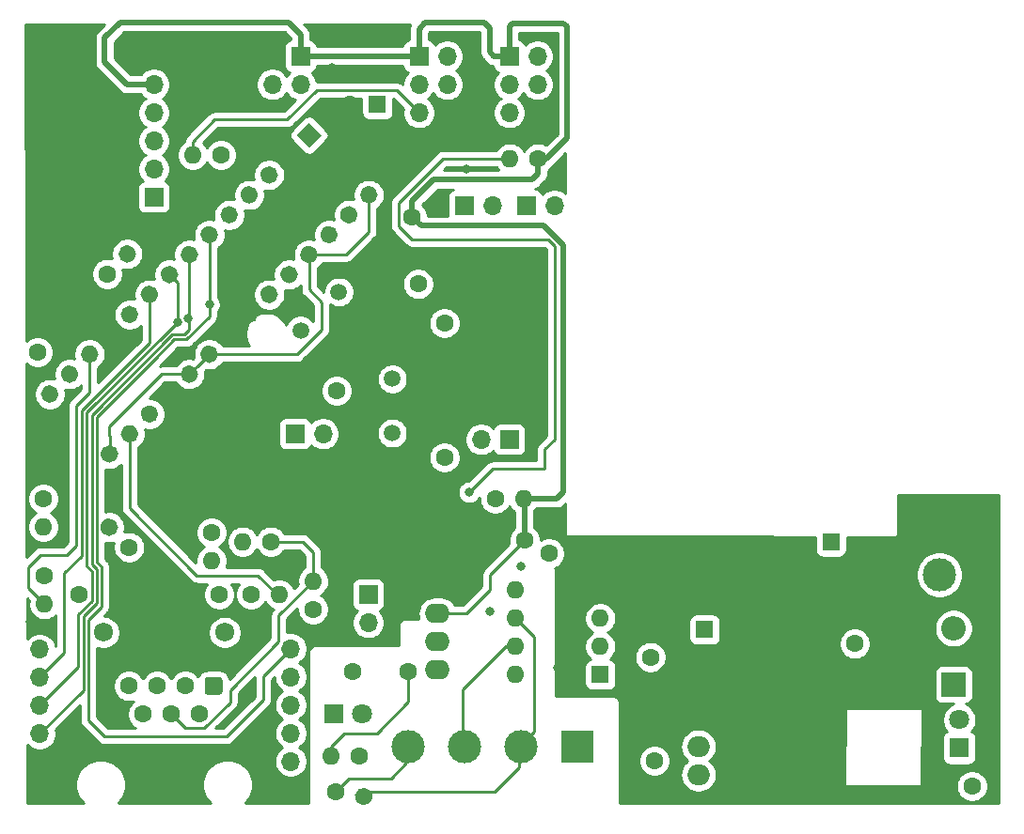
<source format=gbr>
%TF.GenerationSoftware,KiCad,Pcbnew,(5.1.9)-1*%
%TF.CreationDate,2022-05-14T18:30:03+02:00*%
%TF.ProjectId,Espanzione_01,45737061-6e7a-4696-9f6e-655f30312e6b,rev?*%
%TF.SameCoordinates,Original*%
%TF.FileFunction,Copper,L2,Bot*%
%TF.FilePolarity,Positive*%
%FSLAX46Y46*%
G04 Gerber Fmt 4.6, Leading zero omitted, Abs format (unit mm)*
G04 Created by KiCad (PCBNEW (5.1.9)-1) date 2022-05-14 18:30:03*
%MOMM*%
%LPD*%
G01*
G04 APERTURE LIST*
%TA.AperFunction,ComponentPad*%
%ADD10R,1.700000X1.700000*%
%TD*%
%TA.AperFunction,ComponentPad*%
%ADD11O,1.700000X1.700000*%
%TD*%
%TA.AperFunction,ComponentPad*%
%ADD12C,1.600000*%
%TD*%
%TA.AperFunction,ComponentPad*%
%ADD13O,1.600000X1.600000*%
%TD*%
%TA.AperFunction,ComponentPad*%
%ADD14R,1.600000X1.600000*%
%TD*%
%TA.AperFunction,ComponentPad*%
%ADD15R,3.000000X3.000000*%
%TD*%
%TA.AperFunction,ComponentPad*%
%ADD16C,3.000000*%
%TD*%
%TA.AperFunction,ComponentPad*%
%ADD17C,1.720000*%
%TD*%
%TA.AperFunction,ComponentPad*%
%ADD18C,2.200000*%
%TD*%
%TA.AperFunction,ComponentPad*%
%ADD19C,1.800000*%
%TD*%
%TA.AperFunction,ComponentPad*%
%ADD20R,1.800000X1.800000*%
%TD*%
%TA.AperFunction,ComponentPad*%
%ADD21C,0.100000*%
%TD*%
%TA.AperFunction,ComponentPad*%
%ADD22O,2.250000X1.750000*%
%TD*%
%TA.AperFunction,ComponentPad*%
%ADD23R,2.250000X1.750000*%
%TD*%
%TA.AperFunction,ComponentPad*%
%ADD24C,1.500000*%
%TD*%
%TA.AperFunction,ComponentPad*%
%ADD25R,2.200000X2.200000*%
%TD*%
%TA.AperFunction,ComponentPad*%
%ADD26O,2.200000X2.200000*%
%TD*%
%TA.AperFunction,ComponentPad*%
%ADD27R,2.000000X1.905000*%
%TD*%
%TA.AperFunction,ComponentPad*%
%ADD28O,2.000000X1.905000*%
%TD*%
%TA.AperFunction,ViaPad*%
%ADD29C,0.800000*%
%TD*%
%TA.AperFunction,Conductor*%
%ADD30C,0.250000*%
%TD*%
%TA.AperFunction,Conductor*%
%ADD31C,0.500000*%
%TD*%
%TA.AperFunction,Conductor*%
%ADD32C,0.254000*%
%TD*%
%TA.AperFunction,Conductor*%
%ADD33C,0.100000*%
%TD*%
G04 APERTURE END LIST*
D10*
%TO.P,U6_RIGHT1,1*%
%TO.N,GND*%
X100711000Y-104203500D03*
D11*
%TO.P,U6_RIGHT1,2*%
%TO.N,+3V3*%
X100711000Y-101663500D03*
%TO.P,U6_RIGHT1,3*%
X100711000Y-99123500D03*
%TO.P,U6_RIGHT1,4*%
%TO.N,Net-(U6_RIGHT1-Pad4)*%
X100711000Y-96583500D03*
%TO.P,U6_RIGHT1,5*%
%TO.N,Net-(U6_RIGHT1-Pad5)*%
X100711000Y-94043500D03*
%TO.P,U6_RIGHT1,6*%
%TO.N,/MISO*%
X100711000Y-91503500D03*
%TD*%
D12*
%TO.P,L1,1*%
%TO.N,Net-(C6-Pad1)*%
X98933000Y-81851500D03*
D13*
%TO.P,L1,2*%
%TO.N,+3V3*%
X96393000Y-81851500D03*
%TD*%
D14*
%TO.P,C1,1*%
%TO.N,+12V*%
X149352000Y-81844000D03*
D12*
%TO.P,C1,2*%
%TO.N,GND*%
X149352000Y-85344000D03*
%TD*%
%TO.P,C3,2*%
%TO.N,+3V3*%
X133477000Y-101600000D03*
%TO.P,C3,1*%
%TO.N,GND*%
X133477000Y-96600000D03*
%TD*%
%TO.P,C4,1*%
%TO.N,+3V3*%
X111633000Y-52578000D03*
%TO.P,C4,2*%
%TO.N,GND*%
X111633000Y-47578000D03*
%TD*%
%TO.P,C5,1*%
%TO.N,GND*%
X86661000Y-86614000D03*
%TO.P,C5,2*%
%TO.N,Net-(C5-Pad2)*%
X81661000Y-86614000D03*
%TD*%
%TO.P,C6,2*%
%TO.N,GND*%
X89281000Y-86614000D03*
%TO.P,C6,1*%
%TO.N,Net-(C6-Pad1)*%
X94281000Y-86614000D03*
%TD*%
%TO.P,C7,1*%
%TO.N,GND*%
X116776500Y-81724500D03*
%TO.P,C7,2*%
%TO.N,+3V3*%
X121776500Y-81724500D03*
%TD*%
%TO.P,C8,1*%
%TO.N,+3V3*%
X123968500Y-82931000D03*
%TO.P,C8,2*%
%TO.N,GND*%
X128968500Y-82931000D03*
%TD*%
%TO.P,C9,2*%
%TO.N,GND*%
X133096000Y-87265500D03*
%TO.P,C9,1*%
%TO.N,+3V3*%
X133096000Y-92265500D03*
%TD*%
%TO.P,C10,2*%
%TO.N,+3.3VA*%
X111315500Y-93599000D03*
%TO.P,C10,1*%
%TO.N,GNDPWR*%
X106315500Y-93599000D03*
%TD*%
D14*
%TO.P,C11,1*%
%TO.N,+3V3*%
X137985500Y-89789000D03*
D12*
%TO.P,C11,2*%
%TO.N,GND*%
X140485500Y-89789000D03*
%TD*%
%TO.P,C12,2*%
%TO.N,GND*%
X106021500Y-42418000D03*
D14*
%TO.P,C12,1*%
%TO.N,Net-(C12-Pad1)*%
X108521500Y-42418000D03*
%TD*%
D12*
%TO.P,C13,2*%
%TO.N,GND*%
X99838500Y-68262500D03*
%TO.P,C13,1*%
%TO.N,Net-(C13-Pad1)*%
X104838500Y-68262500D03*
%TD*%
%TO.P,C14,1*%
%TO.N,GND*%
X108648500Y-62166500D03*
%TO.P,C14,2*%
%TO.N,Net-(C14-Pad2)*%
X112184034Y-58630966D03*
%TD*%
%TO.P,C15,2*%
%TO.N,GND*%
X114554000Y-69278500D03*
%TO.P,C15,1*%
%TO.N,Net-(C15-Pad1)*%
X114554000Y-74278500D03*
%TD*%
%TO.P,C16,1*%
%TO.N,GND*%
X114554000Y-67166500D03*
%TO.P,C16,2*%
%TO.N,Net-(C16-Pad2)*%
X114554000Y-62166500D03*
%TD*%
D15*
%TO.P,CN1,1*%
%TO.N,GND*%
X159131000Y-79756000D03*
D16*
%TO.P,CN1,2*%
%TO.N,Net-(CN1-Pad2)*%
X159131000Y-84836000D03*
%TD*%
D17*
%TO.P,CN2,12*%
%TO.N,/LEDB*%
X83853500Y-90041000D03*
%TO.P,CN2,9*%
%TO.N,/LEDA*%
X94783500Y-90041000D03*
%TO.P,CN2,11*%
%TO.N,GND*%
X86393500Y-90041000D03*
%TO.P,CN2,10*%
X92243500Y-90041000D03*
D18*
%TO.P,CN2,SH*%
X81418500Y-100711000D03*
X97218500Y-100711000D03*
D12*
%TO.P,CN2,8*%
X84873500Y-97411000D03*
%TO.P,CN2,7*%
%TO.N,N/C*%
X86143500Y-94871000D03*
%TO.P,CN2,6*%
%TO.N,/TPIN-*%
X87413500Y-97411000D03*
%TO.P,CN2,5*%
%TO.N,Net-(C5-Pad2)*%
X88683500Y-94871000D03*
%TO.P,CN2,4*%
%TO.N,Net-(C6-Pad1)*%
X89953500Y-97411000D03*
%TO.P,CN2,3*%
%TO.N,/TPIN+*%
X91223500Y-94871000D03*
%TO.P,CN2,2*%
%TO.N,/TPOUT-*%
X92493500Y-97411000D03*
%TO.P,CN2,1*%
%TO.N,/TPOUT+*%
%TA.AperFunction,ComponentPad*%
G36*
G01*
X92963500Y-95423000D02*
X92963500Y-94319000D01*
G75*
G02*
X93211500Y-94071000I248000J0D01*
G01*
X94315500Y-94071000D01*
G75*
G02*
X94563500Y-94319000I0J-248000D01*
G01*
X94563500Y-95423000D01*
G75*
G02*
X94315500Y-95671000I-248000J0D01*
G01*
X93211500Y-95671000D01*
G75*
G02*
X92963500Y-95423000I0J248000D01*
G01*
G37*
%TD.AperFunction*%
%TD*%
D16*
%TO.P,CN3,2*%
%TO.N,Net-(CN3-Pad2)*%
X121412000Y-100330000D03*
%TO.P,CN3,3*%
%TO.N,Net-(CN3-Pad1)*%
X116332000Y-100330000D03*
D15*
%TO.P,CN3,1*%
X126492000Y-100330000D03*
D16*
%TO.P,CN3,4*%
%TO.N,Net-(CN3-Pad4)*%
X111252000Y-100330000D03*
%TD*%
D11*
%TO.P,CN4,4*%
%TO.N,Net-(CN4-Pad4)*%
X99060000Y-40640000D03*
%TO.P,CN4,3*%
%TO.N,GND*%
X99060000Y-38100000D03*
%TO.P,CN4,2*%
%TO.N,Net-(CN4-Pad2)*%
X101600000Y-40640000D03*
D10*
%TO.P,CN4,1*%
%TO.N,+3V3*%
X101600000Y-38100000D03*
%TD*%
%TO.P,CN5,1*%
%TO.N,Net-(CN5-Pad1)*%
X88392000Y-50800000D03*
D11*
%TO.P,CN5,2*%
%TO.N,Net-(CN5-Pad2)*%
X88392000Y-48260000D03*
%TO.P,CN5,3*%
%TO.N,Net-(CN5-Pad3)*%
X88392000Y-45720000D03*
%TO.P,CN5,4*%
%TO.N,Net-(CN5-Pad4)*%
X88392000Y-43180000D03*
%TO.P,CN5,5*%
%TO.N,+3V3*%
X88392000Y-40640000D03*
%TO.P,CN5,6*%
%TO.N,GND*%
X88392000Y-38100000D03*
%TD*%
D10*
%TO.P,CN11,1*%
%TO.N,+3V3*%
X112268000Y-38100000D03*
D11*
%TO.P,CN11,2*%
%TO.N,/MOSI*%
X114808000Y-38100000D03*
%TO.P,CN11,3*%
%TO.N,/MISO*%
X112268000Y-40640000D03*
%TO.P,CN11,4*%
%TO.N,/SCK*%
X114808000Y-40640000D03*
%TO.P,CN11,5*%
%TO.N,/CS_ETH*%
X112268000Y-43180000D03*
%TO.P,CN11,6*%
%TO.N,GND*%
X114808000Y-43180000D03*
%TD*%
%TO.P,CN12,6*%
%TO.N,GND*%
X122936000Y-43180000D03*
%TO.P,CN12,5*%
%TO.N,/CS_CAN*%
X120396000Y-43180000D03*
%TO.P,CN12,4*%
%TO.N,/SCK*%
X122936000Y-40640000D03*
%TO.P,CN12,3*%
%TO.N,/MISO*%
X120396000Y-40640000D03*
%TO.P,CN12,2*%
%TO.N,/MOSI*%
X122936000Y-38100000D03*
D10*
%TO.P,CN12,1*%
%TO.N,+3V3*%
X120396000Y-38100000D03*
%TD*%
D19*
%TO.P,LD1,2*%
%TO.N,+12V*%
X160909000Y-97917000D03*
D20*
%TO.P,LD1,1*%
%TO.N,Net-(LD1-Pad1)*%
X160909000Y-100457000D03*
%TD*%
%TO.P,LD2,1*%
%TO.N,GNDPWR*%
X104584500Y-97345500D03*
D19*
%TO.P,LD2,2*%
%TO.N,Net-(LD2-Pad2)*%
X107124500Y-97345500D03*
%TD*%
D12*
%TO.P,R1,1*%
%TO.N,Net-(LD1-Pad1)*%
X162052000Y-103886000D03*
D13*
%TO.P,R1,2*%
%TO.N,GND*%
X159512000Y-103886000D03*
%TD*%
D12*
%TO.P,R2,1*%
%TO.N,Net-(CN13-Pad1)*%
X84201000Y-57721500D03*
%TO.P,R2,2*%
%TO.N,+3V3*%
%TA.AperFunction,ComponentPad*%
G36*
G01*
X85431366Y-56491134D02*
X85431366Y-56491134D01*
G75*
G02*
X85431366Y-55359764I565685J565685D01*
G01*
X85431366Y-55359764D01*
G75*
G02*
X86562736Y-55359764I565685J-565685D01*
G01*
X86562736Y-55359764D01*
G75*
G02*
X86562736Y-56491134I-565685J-565685D01*
G01*
X86562736Y-56491134D01*
G75*
G02*
X85431366Y-56491134I-565685J565685D01*
G01*
G37*
%TD.AperFunction*%
%TD*%
%TO.P,R3,1*%
%TO.N,+3V3*%
X94424500Y-46990000D03*
D13*
%TO.P,R3,2*%
%TO.N,/CS_ETH*%
X91884500Y-46990000D03*
%TD*%
%TO.P,R4,2*%
%TO.N,/CS_CAN*%
X120459500Y-47307500D03*
D12*
%TO.P,R4,1*%
%TO.N,+3V3*%
X122999500Y-47307500D03*
%TD*%
D13*
%TO.P,R5,2*%
%TO.N,+3V3*%
X121666000Y-77978000D03*
D12*
%TO.P,R5,1*%
%TO.N,Net-(R5-Pad1)*%
X119126000Y-77978000D03*
%TD*%
%TO.P,R6,1*%
%TO.N,Net-(LD2-Pad2)*%
X106870500Y-101219000D03*
D13*
%TO.P,R6,2*%
%TO.N,+3.3VA*%
X104330500Y-101219000D03*
%TD*%
%TO.P,R7,2*%
%TO.N,Net-(CN3-Pad2)*%
%TA.AperFunction,ComponentPad*%
G36*
G01*
X106488566Y-104696147D02*
X106488566Y-104696147D01*
G75*
G02*
X107415331Y-104047220I787846J-138919D01*
G01*
X107415331Y-104047220D01*
G75*
G02*
X108064258Y-104973985I-138919J-787846D01*
G01*
X108064258Y-104973985D01*
G75*
G02*
X107137493Y-105622912I-787846J138919D01*
G01*
X107137493Y-105622912D01*
G75*
G02*
X106488566Y-104696147I138919J787846D01*
G01*
G37*
%TD.AperFunction*%
D12*
%TO.P,R7,1*%
%TO.N,Net-(CN3-Pad4)*%
X104775000Y-104394000D03*
%TD*%
%TO.P,R8,1*%
%TO.N,Net-(R8-Pad1)*%
X93599000Y-81026000D03*
D13*
%TO.P,R8,2*%
%TO.N,/LEDA*%
X93599000Y-83566000D03*
%TD*%
%TO.P,R9,2*%
%TO.N,Net-(R9-Pad2)*%
%TA.AperFunction,ComponentPad*%
G36*
G01*
X84939134Y-81129134D02*
X84939134Y-81129134D01*
G75*
G02*
X83807764Y-81129134I-565685J565685D01*
G01*
X83807764Y-81129134D01*
G75*
G02*
X83807764Y-79997764I565685J565685D01*
G01*
X83807764Y-79997764D01*
G75*
G02*
X84939134Y-79997764I565685J-565685D01*
G01*
X84939134Y-79997764D01*
G75*
G02*
X84939134Y-81129134I-565685J-565685D01*
G01*
G37*
%TD.AperFunction*%
D12*
%TO.P,R9,1*%
%TO.N,/LEDB*%
X86169500Y-82359500D03*
%TD*%
D13*
%TO.P,R10,2*%
%TO.N,GND*%
X77914500Y-62230000D03*
D12*
%TO.P,R10,1*%
%TO.N,Net-(R10-Pad1)*%
X77914500Y-64770000D03*
%TD*%
%TO.P,R11,1*%
%TO.N,/TPIN+*%
X78422500Y-77978000D03*
D13*
%TO.P,R11,2*%
%TO.N,Net-(C5-Pad2)*%
X78422500Y-80518000D03*
%TD*%
%TO.P,R12,2*%
%TO.N,/TPIN-*%
X78549500Y-87503000D03*
D12*
%TO.P,R12,1*%
%TO.N,Net-(C5-Pad2)*%
X78549500Y-84963000D03*
%TD*%
%TO.P,R13,1*%
%TO.N,Net-(C6-Pad1)*%
X97155000Y-86614000D03*
D13*
%TO.P,R13,2*%
%TO.N,/TPOUT-*%
X99695000Y-86614000D03*
%TD*%
%TO.P,R14,2*%
%TO.N,Net-(C6-Pad1)*%
X102743000Y-85407500D03*
D12*
%TO.P,R14,1*%
%TO.N,/TPOUT+*%
X102743000Y-87947500D03*
%TD*%
%TA.AperFunction,ComponentPad*%
D21*
%TO.P,U2,1*%
%TO.N,Net-(C12-Pad1)*%
G36*
X101230629Y-45212000D02*
G01*
X102362000Y-44080629D01*
X103493371Y-45212000D01*
X102362000Y-46343371D01*
X101230629Y-45212000D01*
G37*
%TD.AperFunction*%
%TO.P,U2,15*%
%TO.N,+3V3*%
%TA.AperFunction,ComponentPad*%
G36*
G01*
X83835803Y-73383135D02*
X83835803Y-73383135D01*
G75*
G02*
X84967173Y-73383135I565685J-565685D01*
G01*
X84967173Y-73383135D01*
G75*
G02*
X84967173Y-74514505I-565685J-565685D01*
G01*
X84967173Y-74514505D01*
G75*
G02*
X83835803Y-74514505I-565685J565685D01*
G01*
X83835803Y-74514505D01*
G75*
G02*
X83835803Y-73383135I565685J565685D01*
G01*
G37*
%TD.AperFunction*%
%TO.P,U2,2*%
%TO.N,GND*%
%TA.AperFunction,ComponentPad*%
G36*
G01*
X100000264Y-46442366D02*
X100000264Y-46442366D01*
G75*
G02*
X101131634Y-46442366I565685J-565685D01*
G01*
X101131634Y-46442366D01*
G75*
G02*
X101131634Y-47573736I-565685J-565685D01*
G01*
X101131634Y-47573736D01*
G75*
G02*
X100000264Y-47573736I-565685J565685D01*
G01*
X100000264Y-47573736D01*
G75*
G02*
X100000264Y-46442366I565685J565685D01*
G01*
G37*
%TD.AperFunction*%
%TO.P,U2,16*%
%TO.N,/TPOUT-*%
%TA.AperFunction,ComponentPad*%
G36*
G01*
X85631854Y-71587083D02*
X85631854Y-71587083D01*
G75*
G02*
X86763224Y-71587083I565685J-565685D01*
G01*
X86763224Y-71587083D01*
G75*
G02*
X86763224Y-72718453I-565685J-565685D01*
G01*
X86763224Y-72718453D01*
G75*
G02*
X85631854Y-72718453I-565685J565685D01*
G01*
X85631854Y-72718453D01*
G75*
G02*
X85631854Y-71587083I565685J565685D01*
G01*
G37*
%TD.AperFunction*%
%TO.P,U2,3*%
%TO.N,Net-(U2-Pad3)*%
%TA.AperFunction,ComponentPad*%
G36*
G01*
X98204213Y-48238417D02*
X98204213Y-48238417D01*
G75*
G02*
X99335583Y-48238417I565685J-565685D01*
G01*
X99335583Y-48238417D01*
G75*
G02*
X99335583Y-49369787I-565685J-565685D01*
G01*
X99335583Y-49369787D01*
G75*
G02*
X98204213Y-49369787I-565685J565685D01*
G01*
X98204213Y-49369787D01*
G75*
G02*
X98204213Y-48238417I565685J565685D01*
G01*
G37*
%TD.AperFunction*%
%TO.P,U2,17*%
%TO.N,/TPOUT+*%
%TA.AperFunction,ComponentPad*%
G36*
G01*
X87427905Y-69791032D02*
X87427905Y-69791032D01*
G75*
G02*
X88559275Y-69791032I565685J-565685D01*
G01*
X88559275Y-69791032D01*
G75*
G02*
X88559275Y-70922402I-565685J-565685D01*
G01*
X88559275Y-70922402D01*
G75*
G02*
X87427905Y-70922402I-565685J565685D01*
G01*
X87427905Y-70922402D01*
G75*
G02*
X87427905Y-69791032I565685J565685D01*
G01*
G37*
%TD.AperFunction*%
%TO.P,U2,4*%
%TO.N,Net-(U2-Pad4)*%
%TA.AperFunction,ComponentPad*%
G36*
G01*
X96408161Y-50034469D02*
X96408161Y-50034469D01*
G75*
G02*
X97539531Y-50034469I565685J-565685D01*
G01*
X97539531Y-50034469D01*
G75*
G02*
X97539531Y-51165839I-565685J-565685D01*
G01*
X97539531Y-51165839D01*
G75*
G02*
X96408161Y-51165839I-565685J565685D01*
G01*
X96408161Y-51165839D01*
G75*
G02*
X96408161Y-50034469I565685J565685D01*
G01*
G37*
%TD.AperFunction*%
%TO.P,U2,18*%
%TO.N,GND*%
%TA.AperFunction,ComponentPad*%
G36*
G01*
X89223956Y-67994981D02*
X89223956Y-67994981D01*
G75*
G02*
X90355326Y-67994981I565685J-565685D01*
G01*
X90355326Y-67994981D01*
G75*
G02*
X90355326Y-69126351I-565685J-565685D01*
G01*
X90355326Y-69126351D01*
G75*
G02*
X89223956Y-69126351I-565685J565685D01*
G01*
X89223956Y-69126351D01*
G75*
G02*
X89223956Y-67994981I565685J565685D01*
G01*
G37*
%TD.AperFunction*%
%TO.P,U2,5*%
%TO.N,Net-(U2-Pad5)*%
%TA.AperFunction,ComponentPad*%
G36*
G01*
X94612110Y-51830520D02*
X94612110Y-51830520D01*
G75*
G02*
X95743480Y-51830520I565685J-565685D01*
G01*
X95743480Y-51830520D01*
G75*
G02*
X95743480Y-52961890I-565685J-565685D01*
G01*
X95743480Y-52961890D01*
G75*
G02*
X94612110Y-52961890I-565685J565685D01*
G01*
X94612110Y-52961890D01*
G75*
G02*
X94612110Y-51830520I565685J565685D01*
G01*
G37*
%TD.AperFunction*%
%TO.P,U2,19*%
%TO.N,+3V3*%
%TA.AperFunction,ComponentPad*%
G36*
G01*
X91020008Y-66198930D02*
X91020008Y-66198930D01*
G75*
G02*
X92151378Y-66198930I565685J-565685D01*
G01*
X92151378Y-66198930D01*
G75*
G02*
X92151378Y-67330300I-565685J-565685D01*
G01*
X92151378Y-67330300D01*
G75*
G02*
X91020008Y-67330300I-565685J565685D01*
G01*
X91020008Y-67330300D01*
G75*
G02*
X91020008Y-66198930I565685J565685D01*
G01*
G37*
%TD.AperFunction*%
%TO.P,U2,6*%
%TO.N,/MISO*%
%TA.AperFunction,ComponentPad*%
G36*
G01*
X92816059Y-53626571D02*
X92816059Y-53626571D01*
G75*
G02*
X93947429Y-53626571I565685J-565685D01*
G01*
X93947429Y-53626571D01*
G75*
G02*
X93947429Y-54757941I-565685J-565685D01*
G01*
X93947429Y-54757941D01*
G75*
G02*
X92816059Y-54757941I-565685J565685D01*
G01*
X92816059Y-54757941D01*
G75*
G02*
X92816059Y-53626571I565685J565685D01*
G01*
G37*
%TD.AperFunction*%
%TO.P,U2,20*%
%TO.N,+3V3*%
%TA.AperFunction,ComponentPad*%
G36*
G01*
X92816059Y-64402878D02*
X92816059Y-64402878D01*
G75*
G02*
X93947429Y-64402878I565685J-565685D01*
G01*
X93947429Y-64402878D01*
G75*
G02*
X93947429Y-65534248I-565685J-565685D01*
G01*
X93947429Y-65534248D01*
G75*
G02*
X92816059Y-65534248I-565685J565685D01*
G01*
X92816059Y-65534248D01*
G75*
G02*
X92816059Y-64402878I565685J565685D01*
G01*
G37*
%TD.AperFunction*%
%TO.P,U2,7*%
%TO.N,/MOSI*%
%TA.AperFunction,ComponentPad*%
G36*
G01*
X91020008Y-55422622D02*
X91020008Y-55422622D01*
G75*
G02*
X92151378Y-55422622I565685J-565685D01*
G01*
X92151378Y-55422622D01*
G75*
G02*
X92151378Y-56553992I-565685J-565685D01*
G01*
X92151378Y-56553992D01*
G75*
G02*
X91020008Y-56553992I-565685J565685D01*
G01*
X91020008Y-56553992D01*
G75*
G02*
X91020008Y-55422622I565685J565685D01*
G01*
G37*
%TD.AperFunction*%
%TO.P,U2,21*%
%TO.N,GND*%
%TA.AperFunction,ComponentPad*%
G36*
G01*
X94612110Y-62606827D02*
X94612110Y-62606827D01*
G75*
G02*
X95743480Y-62606827I565685J-565685D01*
G01*
X95743480Y-62606827D01*
G75*
G02*
X95743480Y-63738197I-565685J-565685D01*
G01*
X95743480Y-63738197D01*
G75*
G02*
X94612110Y-63738197I-565685J565685D01*
G01*
X94612110Y-63738197D01*
G75*
G02*
X94612110Y-62606827I565685J565685D01*
G01*
G37*
%TD.AperFunction*%
%TO.P,U2,8*%
%TO.N,/SCK*%
%TA.AperFunction,ComponentPad*%
G36*
G01*
X89223956Y-57218674D02*
X89223956Y-57218674D01*
G75*
G02*
X90355326Y-57218674I565685J-565685D01*
G01*
X90355326Y-57218674D01*
G75*
G02*
X90355326Y-58350044I-565685J-565685D01*
G01*
X90355326Y-58350044D01*
G75*
G02*
X89223956Y-58350044I-565685J565685D01*
G01*
X89223956Y-58350044D01*
G75*
G02*
X89223956Y-57218674I565685J565685D01*
G01*
G37*
%TD.AperFunction*%
%TO.P,U2,22*%
%TO.N,GND*%
%TA.AperFunction,ComponentPad*%
G36*
G01*
X96408161Y-60810776D02*
X96408161Y-60810776D01*
G75*
G02*
X97539531Y-60810776I565685J-565685D01*
G01*
X97539531Y-60810776D01*
G75*
G02*
X97539531Y-61942146I-565685J-565685D01*
G01*
X97539531Y-61942146D01*
G75*
G02*
X96408161Y-61942146I-565685J565685D01*
G01*
X96408161Y-61942146D01*
G75*
G02*
X96408161Y-60810776I565685J565685D01*
G01*
G37*
%TD.AperFunction*%
%TO.P,U2,9*%
%TO.N,/CS_ETH*%
%TA.AperFunction,ComponentPad*%
G36*
G01*
X87427905Y-59014725D02*
X87427905Y-59014725D01*
G75*
G02*
X88559275Y-59014725I565685J-565685D01*
G01*
X88559275Y-59014725D01*
G75*
G02*
X88559275Y-60146095I-565685J-565685D01*
G01*
X88559275Y-60146095D01*
G75*
G02*
X87427905Y-60146095I-565685J565685D01*
G01*
X87427905Y-60146095D01*
G75*
G02*
X87427905Y-59014725I565685J565685D01*
G01*
G37*
%TD.AperFunction*%
%TO.P,U2,23*%
%TO.N,Net-(C13-Pad1)*%
%TA.AperFunction,ComponentPad*%
G36*
G01*
X98204213Y-59014725D02*
X98204213Y-59014725D01*
G75*
G02*
X99335583Y-59014725I565685J-565685D01*
G01*
X99335583Y-59014725D01*
G75*
G02*
X99335583Y-60146095I-565685J-565685D01*
G01*
X99335583Y-60146095D01*
G75*
G02*
X98204213Y-60146095I-565685J565685D01*
G01*
X98204213Y-60146095D01*
G75*
G02*
X98204213Y-59014725I565685J565685D01*
G01*
G37*
%TD.AperFunction*%
%TO.P,U2,10*%
%TO.N,Net-(CN13-Pad2)*%
%TA.AperFunction,ComponentPad*%
G36*
G01*
X85631854Y-60810776D02*
X85631854Y-60810776D01*
G75*
G02*
X86763224Y-60810776I565685J-565685D01*
G01*
X86763224Y-60810776D01*
G75*
G02*
X86763224Y-61942146I-565685J-565685D01*
G01*
X86763224Y-61942146D01*
G75*
G02*
X85631854Y-61942146I-565685J565685D01*
G01*
X85631854Y-61942146D01*
G75*
G02*
X85631854Y-60810776I565685J565685D01*
G01*
G37*
%TD.AperFunction*%
%TO.P,U2,24*%
%TO.N,Net-(C14-Pad2)*%
%TA.AperFunction,ComponentPad*%
G36*
G01*
X100000264Y-57218674D02*
X100000264Y-57218674D01*
G75*
G02*
X101131634Y-57218674I565685J-565685D01*
G01*
X101131634Y-57218674D01*
G75*
G02*
X101131634Y-58350044I-565685J-565685D01*
G01*
X101131634Y-58350044D01*
G75*
G02*
X100000264Y-58350044I-565685J565685D01*
G01*
X100000264Y-58350044D01*
G75*
G02*
X100000264Y-57218674I565685J565685D01*
G01*
G37*
%TD.AperFunction*%
%TO.P,U2,11*%
%TO.N,GND*%
%TA.AperFunction,ComponentPad*%
G36*
G01*
X83835803Y-62606827D02*
X83835803Y-62606827D01*
G75*
G02*
X84967173Y-62606827I565685J-565685D01*
G01*
X84967173Y-62606827D01*
G75*
G02*
X84967173Y-63738197I-565685J-565685D01*
G01*
X84967173Y-63738197D01*
G75*
G02*
X83835803Y-63738197I-565685J565685D01*
G01*
X83835803Y-63738197D01*
G75*
G02*
X83835803Y-62606827I565685J565685D01*
G01*
G37*
%TD.AperFunction*%
%TO.P,U2,25*%
%TO.N,+3V3*%
%TA.AperFunction,ComponentPad*%
G36*
G01*
X101796315Y-55422622D02*
X101796315Y-55422622D01*
G75*
G02*
X102927685Y-55422622I565685J-565685D01*
G01*
X102927685Y-55422622D01*
G75*
G02*
X102927685Y-56553992I-565685J-565685D01*
G01*
X102927685Y-56553992D01*
G75*
G02*
X101796315Y-56553992I-565685J565685D01*
G01*
X101796315Y-56553992D01*
G75*
G02*
X101796315Y-55422622I565685J565685D01*
G01*
G37*
%TD.AperFunction*%
%TO.P,U2,12*%
%TO.N,/TPIN-*%
%TA.AperFunction,ComponentPad*%
G36*
G01*
X82039752Y-64402878D02*
X82039752Y-64402878D01*
G75*
G02*
X83171122Y-64402878I565685J-565685D01*
G01*
X83171122Y-64402878D01*
G75*
G02*
X83171122Y-65534248I-565685J-565685D01*
G01*
X83171122Y-65534248D01*
G75*
G02*
X82039752Y-65534248I-565685J565685D01*
G01*
X82039752Y-65534248D01*
G75*
G02*
X82039752Y-64402878I565685J565685D01*
G01*
G37*
%TD.AperFunction*%
%TO.P,U2,26*%
%TO.N,Net-(R9-Pad2)*%
%TA.AperFunction,ComponentPad*%
G36*
G01*
X103592366Y-53626571D02*
X103592366Y-53626571D01*
G75*
G02*
X104723736Y-53626571I565685J-565685D01*
G01*
X104723736Y-53626571D01*
G75*
G02*
X104723736Y-54757941I-565685J-565685D01*
G01*
X104723736Y-54757941D01*
G75*
G02*
X103592366Y-54757941I-565685J565685D01*
G01*
X103592366Y-54757941D01*
G75*
G02*
X103592366Y-53626571I565685J565685D01*
G01*
G37*
%TD.AperFunction*%
%TO.P,U2,13*%
%TO.N,/TPIN+*%
%TA.AperFunction,ComponentPad*%
G36*
G01*
X80243700Y-66198930D02*
X80243700Y-66198930D01*
G75*
G02*
X81375070Y-66198930I565685J-565685D01*
G01*
X81375070Y-66198930D01*
G75*
G02*
X81375070Y-67330300I-565685J-565685D01*
G01*
X81375070Y-67330300D01*
G75*
G02*
X80243700Y-67330300I-565685J565685D01*
G01*
X80243700Y-67330300D01*
G75*
G02*
X80243700Y-66198930I565685J565685D01*
G01*
G37*
%TD.AperFunction*%
%TO.P,U2,27*%
%TO.N,Net-(R8-Pad1)*%
%TA.AperFunction,ComponentPad*%
G36*
G01*
X105388417Y-51830520D02*
X105388417Y-51830520D01*
G75*
G02*
X106519787Y-51830520I565685J-565685D01*
G01*
X106519787Y-51830520D01*
G75*
G02*
X106519787Y-52961890I-565685J-565685D01*
G01*
X106519787Y-52961890D01*
G75*
G02*
X105388417Y-52961890I-565685J565685D01*
G01*
X105388417Y-52961890D01*
G75*
G02*
X105388417Y-51830520I565685J565685D01*
G01*
G37*
%TD.AperFunction*%
%TO.P,U2,14*%
%TO.N,Net-(R10-Pad1)*%
%TA.AperFunction,ComponentPad*%
G36*
G01*
X78447649Y-67994981D02*
X78447649Y-67994981D01*
G75*
G02*
X79579019Y-67994981I565685J-565685D01*
G01*
X79579019Y-67994981D01*
G75*
G02*
X79579019Y-69126351I-565685J-565685D01*
G01*
X79579019Y-69126351D01*
G75*
G02*
X78447649Y-69126351I-565685J565685D01*
G01*
X78447649Y-69126351D01*
G75*
G02*
X78447649Y-67994981I565685J565685D01*
G01*
G37*
%TD.AperFunction*%
%TO.P,U2,28*%
%TO.N,+3V3*%
%TA.AperFunction,ComponentPad*%
G36*
G01*
X107184469Y-50034469D02*
X107184469Y-50034469D01*
G75*
G02*
X108315839Y-50034469I565685J-565685D01*
G01*
X108315839Y-50034469D01*
G75*
G02*
X108315839Y-51165839I-565685J-565685D01*
G01*
X108315839Y-51165839D01*
G75*
G02*
X107184469Y-51165839I-565685J565685D01*
G01*
X107184469Y-51165839D01*
G75*
G02*
X107184469Y-50034469I565685J565685D01*
G01*
G37*
%TD.AperFunction*%
%TD*%
D22*
%TO.P,U5,4*%
%TO.N,+3.3VA*%
X113919000Y-93408500D03*
%TO.P,U5,3*%
%TO.N,GNDPWR*%
X113919000Y-90868500D03*
%TO.P,U5,2*%
%TO.N,+3V3*%
X113919000Y-88328500D03*
D23*
%TO.P,U5,1*%
%TO.N,GND*%
X113919000Y-85788500D03*
%TD*%
D24*
%TO.P,Y1,1*%
%TO.N,Net-(C13-Pad1)*%
X101600000Y-62801500D03*
%TO.P,Y1,2*%
%TO.N,Net-(C14-Pad2)*%
X105050681Y-59350819D03*
%TD*%
%TO.P,Y2,2*%
%TO.N,Net-(C15-Pad1)*%
X109855000Y-72072500D03*
%TO.P,Y2,1*%
%TO.N,Net-(C16-Pad2)*%
X109855000Y-67192500D03*
%TD*%
D12*
%TO.P,C2,1*%
%TO.N,+12V*%
X151511000Y-91059000D03*
%TO.P,C2,2*%
%TO.N,GND*%
X146511000Y-91059000D03*
%TD*%
D11*
%TO.P,CN6,2*%
%TO.N,Net-(CN6-Pad2)*%
X118872000Y-51562000D03*
D10*
%TO.P,CN6,1*%
%TO.N,Net-(CN6-Pad1)*%
X116332000Y-51562000D03*
%TD*%
%TO.P,CN7,1*%
%TO.N,Net-(CN7-Pad1)*%
X121920000Y-51562000D03*
D11*
%TO.P,CN7,2*%
%TO.N,Net-(CN7-Pad2)*%
X124460000Y-51562000D03*
%TD*%
%TO.P,CN8,2*%
%TO.N,Net-(CN8-Pad2)*%
X103632000Y-72136000D03*
D10*
%TO.P,CN8,1*%
%TO.N,Net-(CN8-Pad1)*%
X101092000Y-72136000D03*
%TD*%
%TO.P,CN9,1*%
%TO.N,Net-(CN9-Pad1)*%
X120396000Y-72644000D03*
D11*
%TO.P,CN9,2*%
%TO.N,Net-(CN9-Pad2)*%
X117856000Y-72644000D03*
%TD*%
D25*
%TO.P,D1,1*%
%TO.N,+12V*%
X160401000Y-94742000D03*
D26*
%TO.P,D1,2*%
%TO.N,Net-(CN1-Pad2)*%
X160401000Y-89662000D03*
%TD*%
D27*
%TO.P,U1,1*%
%TO.N,GND*%
X137414000Y-97790000D03*
D28*
%TO.P,U1,2*%
%TO.N,+3V3*%
X137414000Y-100330000D03*
%TO.P,U1,3*%
%TO.N,+12V*%
X137414000Y-102870000D03*
%TD*%
D14*
%TO.P,U4,1*%
%TO.N,+3V3*%
X128587500Y-93853000D03*
D13*
%TO.P,U4,5*%
%TO.N,GNDPWR*%
X120967500Y-86233000D03*
%TO.P,U4,2*%
%TO.N,Net-(U3-Pad2)*%
X128587500Y-91313000D03*
%TO.P,U4,6*%
%TO.N,Net-(CN3-Pad2)*%
X120967500Y-88773000D03*
%TO.P,U4,3*%
%TO.N,Net-(U3-Pad1)*%
X128587500Y-88773000D03*
%TO.P,U4,7*%
%TO.N,Net-(CN3-Pad1)*%
X120967500Y-91313000D03*
%TO.P,U4,4*%
%TO.N,GND*%
X128587500Y-86233000D03*
%TO.P,U4,8*%
%TO.N,+3.3VA*%
X120967500Y-93853000D03*
%TD*%
D10*
%TO.P,CN10,1*%
%TO.N,Net-(CN10-Pad1)*%
X107696000Y-86614000D03*
D11*
%TO.P,CN10,2*%
%TO.N,Net-(CN10-Pad2)*%
X107696000Y-89154000D03*
%TD*%
%TO.P,U6_LEFT1,6*%
%TO.N,Net-(U6_LEFT1-Pad6)*%
X78105000Y-91567000D03*
%TO.P,U6_LEFT1,5*%
%TO.N,/CS_ETH*%
X78105000Y-94107000D03*
%TO.P,U6_LEFT1,4*%
%TO.N,/SCK*%
X78105000Y-96647000D03*
%TO.P,U6_LEFT1,3*%
%TO.N,/MOSI*%
X78105000Y-99187000D03*
%TO.P,U6_LEFT1,2*%
%TO.N,GND*%
X78105000Y-101727000D03*
D10*
%TO.P,U6_LEFT1,1*%
X78105000Y-104267000D03*
%TD*%
D29*
%TO.N,/MOSI*%
X91504910Y-61723410D03*
%TO.N,/MISO*%
X93381744Y-60482986D03*
%TO.N,/SCK*%
X90519955Y-62071955D03*
%TO.N,/CS_CAN*%
X116776500Y-77406500D03*
%TO.N,GND*%
X113538000Y-78359000D03*
X84836000Y-101092000D03*
X89154000Y-103124000D03*
X93726000Y-101219000D03*
X98806000Y-98298000D03*
X92964000Y-91948000D03*
X88138000Y-91694000D03*
X83820000Y-95758000D03*
X80518000Y-98806000D03*
X80518000Y-104140000D03*
X89154000Y-83820000D03*
X80010000Y-75438000D03*
X84328000Y-82804000D03*
X91694000Y-71120000D03*
X95504000Y-74930000D03*
X99314000Y-77724000D03*
X105664000Y-82042000D03*
X107696000Y-83566000D03*
X105156000Y-89408000D03*
X100838000Y-89154000D03*
X111506000Y-86106000D03*
X118618000Y-88138000D03*
X124714000Y-93218000D03*
X126238000Y-95250000D03*
X116586000Y-68072000D03*
X122936000Y-68326000D03*
X106172000Y-65024000D03*
X111252000Y-62992000D03*
X92964000Y-50038000D03*
X97028000Y-45212000D03*
X95250000Y-38354000D03*
X92202000Y-36830000D03*
X79756000Y-42418000D03*
X80264000Y-50038000D03*
X79502000Y-54102000D03*
X108204000Y-46736000D03*
X104394000Y-48514000D03*
X117856000Y-45720000D03*
X115824000Y-45720000D03*
X123952000Y-44704000D03*
X124460000Y-36322000D03*
X115824000Y-36322000D03*
X100901500Y-83756500D03*
X96901000Y-83693000D03*
X97472500Y-79883000D03*
X102235000Y-77597000D03*
X95631000Y-71056500D03*
X78168500Y-72580500D03*
X79375000Y-71437500D03*
X80264000Y-81534000D03*
X96964500Y-88963500D03*
X91440000Y-42672000D03*
X85344000Y-46101000D03*
X88392000Y-54165500D03*
X117538500Y-38481000D03*
X106299000Y-36766500D03*
X104394000Y-39116000D03*
X109601000Y-39624000D03*
X125158500Y-48958500D03*
X113919000Y-50673000D03*
X116522500Y-48260000D03*
X135699500Y-92138500D03*
X117348000Y-79629000D03*
X112204500Y-74549000D03*
X86677500Y-58293000D03*
X125031500Y-79502000D03*
X121412000Y-84074000D03*
X115760500Y-84074000D03*
X96583500Y-96202500D03*
X77279500Y-89090500D03*
X88646000Y-76581000D03*
X90678000Y-79756000D03*
X92138500Y-82296000D03*
X143256000Y-85852000D03*
X135636000Y-85598000D03*
X153479500Y-94361000D03*
X156845000Y-90360500D03*
X137922000Y-94996000D03*
X142557500Y-92583000D03*
X134366000Y-104457500D03*
X132397500Y-104457500D03*
X101854000Y-60706000D03*
X96901000Y-66802000D03*
X94996000Y-61214000D03*
X112141000Y-69215000D03*
X109347000Y-56007000D03*
X118110000Y-57404000D03*
%TD*%
D30*
%TO.N,+3V3*%
X91824547Y-66764615D02*
X91585693Y-66764615D01*
X113919000Y-88328500D02*
X116522500Y-88328500D01*
X116522500Y-88328500D02*
X118681500Y-86169500D01*
X118681500Y-84819500D02*
X121776500Y-81724500D01*
X118681500Y-86169500D02*
X118681500Y-84819500D01*
D31*
X121776500Y-78088500D02*
X121666000Y-77978000D01*
X121776500Y-81724500D02*
X121776500Y-78088500D01*
X111506000Y-52705000D02*
X111633000Y-52578000D01*
X112268000Y-38100000D02*
X112268000Y-35623500D01*
X112268000Y-35623500D02*
X112839500Y-35052000D01*
X112839500Y-35052000D02*
X118110000Y-35052000D01*
X120396000Y-38100000D02*
X118999000Y-38100000D01*
X118999000Y-38100000D02*
X118618000Y-37719000D01*
X118618000Y-35560000D02*
X118110000Y-35052000D01*
X118618000Y-37719000D02*
X118618000Y-35560000D01*
X120396000Y-38100000D02*
X120396000Y-35369500D01*
X120396000Y-35369500D02*
X120650000Y-35115500D01*
X120650000Y-35115500D02*
X125285500Y-35115500D01*
X125285500Y-35115500D02*
X125603000Y-35433000D01*
X125603000Y-35433000D02*
X125603000Y-45466000D01*
X123761500Y-47307500D02*
X122999500Y-47307500D01*
X125603000Y-45466000D02*
X123761500Y-47307500D01*
X122999500Y-47307500D02*
X122999500Y-48704500D01*
X122999500Y-48704500D02*
X122491500Y-49212500D01*
X122491500Y-49212500D02*
X113601500Y-49212500D01*
X111633000Y-51181000D02*
X111633000Y-52578000D01*
X113601500Y-49212500D02*
X111633000Y-51181000D01*
X112268000Y-38100000D02*
X109982000Y-38100000D01*
X109982000Y-38100000D02*
X101600000Y-38100000D01*
X101600000Y-38100000D02*
X101600000Y-36131500D01*
X101600000Y-36131500D02*
X100520500Y-35052000D01*
X100520500Y-35052000D02*
X85344000Y-35052000D01*
X85344000Y-35052000D02*
X83947000Y-36449000D01*
X83947000Y-36449000D02*
X83947000Y-38608000D01*
X85979000Y-40640000D02*
X88392000Y-40640000D01*
X83947000Y-38608000D02*
X85979000Y-40640000D01*
D30*
X107750154Y-50600154D02*
X107750154Y-53920846D01*
X105682693Y-55988307D02*
X102362000Y-55988307D01*
X107750154Y-53920846D02*
X105682693Y-55988307D01*
X92385692Y-65964615D02*
X93381744Y-64968563D01*
X91585693Y-66764615D02*
X92385692Y-65964615D01*
X84401488Y-72283817D02*
X84391500Y-72273829D01*
X84401488Y-73948820D02*
X84401488Y-72283817D01*
X84391500Y-72273829D02*
X84391500Y-71437500D01*
X89064385Y-66764615D02*
X91585693Y-66764615D01*
X84391500Y-71437500D02*
X89064385Y-66764615D01*
D31*
X121666000Y-77978000D02*
X124650500Y-77978000D01*
X124650500Y-77978000D02*
X125222000Y-77406500D01*
X112432999Y-53377999D02*
X111633000Y-52578000D01*
X125222000Y-77406500D02*
X125222000Y-55130312D01*
X125222000Y-55130312D02*
X123469687Y-53377999D01*
X123469687Y-53377999D02*
X112432999Y-53377999D01*
D30*
X102362000Y-59118500D02*
X102362000Y-55988307D01*
X103505000Y-60261500D02*
X102362000Y-59118500D01*
X103505000Y-62738000D02*
X103505000Y-60261500D01*
X101274437Y-64968563D02*
X103505000Y-62738000D01*
X93381744Y-64968563D02*
X101274437Y-64968563D01*
%TO.N,Net-(C6-Pad1)*%
X98933000Y-81851500D02*
X101790500Y-81851500D01*
X102743000Y-82804000D02*
X102743000Y-85407500D01*
X101790500Y-81851500D02*
X102743000Y-82804000D01*
X89953500Y-97411000D02*
X91221500Y-98679000D01*
X92890502Y-98679000D02*
X95250000Y-96319502D01*
X91221500Y-98679000D02*
X92890502Y-98679000D01*
X95250000Y-95225498D02*
X99631500Y-90843998D01*
X95250000Y-96319502D02*
X95250000Y-95225498D01*
X99631500Y-88519000D02*
X102743000Y-85407500D01*
X99631500Y-90843998D02*
X99631500Y-88519000D01*
%TO.N,+3.3VA*%
X104330500Y-101219000D02*
X104330500Y-100330000D01*
X104330500Y-100330000D02*
X105537000Y-99123500D01*
X105537000Y-99123500D02*
X108458000Y-99123500D01*
X111315500Y-96266000D02*
X111315500Y-93599000D01*
X108458000Y-99123500D02*
X111315500Y-96266000D01*
%TO.N,/TPIN-*%
X81390467Y-82185533D02*
X80535999Y-83040001D01*
X82605437Y-64968563D02*
X82605437Y-68393331D01*
X81390467Y-69608300D02*
X81390467Y-82185533D01*
X82605437Y-68393331D02*
X81390467Y-69608300D01*
X80535999Y-83040001D02*
X78186499Y-83040001D01*
X78186499Y-83040001D02*
X77089000Y-84137500D01*
X77089000Y-86042500D02*
X78549500Y-87503000D01*
X77089000Y-84137500D02*
X77089000Y-86042500D01*
%TO.N,/TPOUT-*%
X99490498Y-86614000D02*
X97775998Y-84899500D01*
X99695000Y-86614000D02*
X99490498Y-86614000D01*
X97775998Y-84899500D02*
X92265500Y-84899500D01*
X86197539Y-78831539D02*
X86197539Y-72152768D01*
X92265500Y-84899500D02*
X86197539Y-78831539D01*
%TO.N,Net-(CN3-Pad2)*%
X122618500Y-98996500D02*
X121285000Y-100330000D01*
X122618500Y-90424000D02*
X122618500Y-98996500D01*
X120967500Y-88773000D02*
X122618500Y-90424000D01*
X107315000Y-104394000D02*
X119062500Y-104394000D01*
X121285000Y-102171500D02*
X121285000Y-100330000D01*
X119062500Y-104394000D02*
X121285000Y-102171500D01*
%TO.N,Net-(CN3-Pad1)*%
X120967500Y-91313000D02*
X120078500Y-91313000D01*
X116205000Y-95186500D02*
X116205000Y-100330000D01*
X120078500Y-91313000D02*
X116205000Y-95186500D01*
%TO.N,Net-(CN3-Pad4)*%
X111125000Y-101790500D02*
X111125000Y-100330000D01*
X109728000Y-103187500D02*
X111125000Y-101790500D01*
X105981500Y-103187500D02*
X109728000Y-103187500D01*
X104775000Y-104394000D02*
X105981500Y-103187500D01*
%TO.N,/MOSI*%
X78105000Y-99187000D02*
X82036489Y-95255511D01*
X82798437Y-83875115D02*
X82798437Y-70425653D01*
X82036489Y-95255511D02*
X82036489Y-88588011D01*
X82036489Y-88588011D02*
X83242988Y-87381512D01*
X83242988Y-87381512D02*
X83242988Y-84319666D01*
X83242988Y-84319666D02*
X82798437Y-83875115D01*
X82798437Y-70425653D02*
X90047100Y-63176989D01*
X90047100Y-63176989D02*
X91121513Y-63176989D01*
X91121513Y-63176989D02*
X91585693Y-62712809D01*
X91585693Y-62712809D02*
X91585693Y-55988307D01*
%TO.N,/MISO*%
X93381744Y-54192256D02*
X93381744Y-60482986D01*
X93381744Y-61553169D02*
X93381744Y-60482986D01*
X91313000Y-63627000D02*
X93381744Y-61558256D01*
X90233500Y-63627000D02*
X91313000Y-63627000D01*
X100711000Y-91503500D02*
X98234500Y-93980000D01*
X98234500Y-96139000D02*
X94932500Y-99441000D01*
X88490513Y-65374217D02*
X88490513Y-65369987D01*
X98234500Y-93980000D02*
X98234500Y-96139000D01*
X83692999Y-84133266D02*
X83248448Y-83688715D01*
X94932500Y-99441000D02*
X83947000Y-99441000D01*
X83947000Y-99441000D02*
X82486500Y-97980500D01*
X93381744Y-61558256D02*
X93381744Y-61553169D01*
X82486500Y-97980500D02*
X82486500Y-88900000D01*
X82486500Y-88900000D02*
X83692999Y-87693501D01*
X83248448Y-83688715D02*
X83248448Y-70616282D01*
X88490513Y-65369987D02*
X90233500Y-63627000D01*
X83692999Y-87693501D02*
X83692999Y-84133266D01*
X83248448Y-70616282D02*
X88490513Y-65374217D01*
%TO.N,/SCK*%
X81586478Y-93165522D02*
X81586478Y-88401611D01*
X78105000Y-96647000D02*
X81586478Y-93165522D01*
X82348426Y-70239253D02*
X89789641Y-62798038D01*
X82348426Y-84061515D02*
X82348426Y-70239253D01*
X81586478Y-88401611D02*
X82792977Y-87195112D01*
X82792977Y-84506066D02*
X82348426Y-84061515D01*
X82792977Y-87195112D02*
X82792977Y-84506066D01*
X90519955Y-58514673D02*
X89789641Y-57784359D01*
X90519955Y-62071955D02*
X90519955Y-58514673D01*
X89793872Y-62798038D02*
X89789641Y-62798038D01*
X90519955Y-62071955D02*
X89793872Y-62798038D01*
%TO.N,/CS_ETH*%
X112268000Y-43180000D02*
X110236000Y-41148000D01*
X110236000Y-41148000D02*
X103060500Y-41148000D01*
X103060500Y-41148000D02*
X100393500Y-43815000D01*
X100393500Y-43815000D02*
X93853000Y-43815000D01*
X91884500Y-45783500D02*
X91884500Y-46990000D01*
X93853000Y-43815000D02*
X91884500Y-45783500D01*
X87993590Y-63957679D02*
X87993590Y-59580410D01*
X81898415Y-83138085D02*
X81898415Y-70052854D01*
X80327500Y-84709000D02*
X81898415Y-83138085D01*
X80327500Y-91884500D02*
X80327500Y-84709000D01*
X78105000Y-94107000D02*
X80327500Y-91884500D01*
X81898415Y-70052854D02*
X87993590Y-63957679D01*
%TO.N,/CS_CAN*%
X116776500Y-77406500D02*
X118872000Y-75311000D01*
X118872000Y-75311000D02*
X123571000Y-75311000D01*
X123571000Y-73533998D02*
X124460000Y-72644998D01*
X123571000Y-75311000D02*
X123571000Y-73533998D01*
X124460000Y-72644998D02*
X124460000Y-55181500D01*
X124460000Y-55181500D02*
X123888500Y-54610000D01*
X123888500Y-54610000D02*
X111633000Y-54610000D01*
X111633000Y-54610000D02*
X110426500Y-53403500D01*
X110426500Y-53403500D02*
X110426500Y-51308000D01*
X114427000Y-47307500D02*
X120459500Y-47307500D01*
X110426500Y-51308000D02*
X114427000Y-47307500D01*
%TO.N,GND*%
X117157500Y-82105500D02*
X116776500Y-81724500D01*
%TD*%
D32*
%TO.N,GND*%
X83351956Y-35792466D02*
X83318183Y-35820183D01*
X83207589Y-35954942D01*
X83125411Y-36108688D01*
X83074805Y-36275511D01*
X83062000Y-36405524D01*
X83062000Y-36405531D01*
X83057719Y-36449000D01*
X83062000Y-36492469D01*
X83062001Y-38564521D01*
X83057719Y-38608000D01*
X83074805Y-38781490D01*
X83125412Y-38948313D01*
X83207590Y-39102059D01*
X83290468Y-39203046D01*
X83290471Y-39203049D01*
X83318184Y-39236817D01*
X83351951Y-39264529D01*
X85322470Y-41235049D01*
X85350183Y-41268817D01*
X85383951Y-41296530D01*
X85383953Y-41296532D01*
X85441075Y-41343411D01*
X85484941Y-41379411D01*
X85638687Y-41461589D01*
X85743941Y-41493518D01*
X85805509Y-41512195D01*
X85820306Y-41513652D01*
X85935523Y-41525000D01*
X85935531Y-41525000D01*
X85979000Y-41529281D01*
X86022469Y-41525000D01*
X87197344Y-41525000D01*
X87238525Y-41586632D01*
X87445368Y-41793475D01*
X87619760Y-41910000D01*
X87445368Y-42026525D01*
X87238525Y-42233368D01*
X87076010Y-42476589D01*
X86964068Y-42746842D01*
X86907000Y-43033740D01*
X86907000Y-43326260D01*
X86964068Y-43613158D01*
X87076010Y-43883411D01*
X87238525Y-44126632D01*
X87445368Y-44333475D01*
X87619760Y-44450000D01*
X87445368Y-44566525D01*
X87238525Y-44773368D01*
X87076010Y-45016589D01*
X86964068Y-45286842D01*
X86907000Y-45573740D01*
X86907000Y-45866260D01*
X86964068Y-46153158D01*
X87076010Y-46423411D01*
X87238525Y-46666632D01*
X87445368Y-46873475D01*
X87619760Y-46990000D01*
X87445368Y-47106525D01*
X87238525Y-47313368D01*
X87076010Y-47556589D01*
X86964068Y-47826842D01*
X86907000Y-48113740D01*
X86907000Y-48406260D01*
X86964068Y-48693158D01*
X87076010Y-48963411D01*
X87238525Y-49206632D01*
X87370380Y-49338487D01*
X87297820Y-49360498D01*
X87187506Y-49419463D01*
X87090815Y-49498815D01*
X87011463Y-49595506D01*
X86952498Y-49705820D01*
X86916188Y-49825518D01*
X86903928Y-49950000D01*
X86903928Y-51650000D01*
X86916188Y-51774482D01*
X86952498Y-51894180D01*
X87011463Y-52004494D01*
X87090815Y-52101185D01*
X87187506Y-52180537D01*
X87297820Y-52239502D01*
X87417518Y-52275812D01*
X87542000Y-52288072D01*
X89242000Y-52288072D01*
X89366482Y-52275812D01*
X89486180Y-52239502D01*
X89596494Y-52180537D01*
X89693185Y-52101185D01*
X89772537Y-52004494D01*
X89831502Y-51894180D01*
X89867812Y-51774482D01*
X89880072Y-51650000D01*
X89880072Y-49950000D01*
X89867812Y-49825518D01*
X89831502Y-49705820D01*
X89772537Y-49595506D01*
X89693185Y-49498815D01*
X89596494Y-49419463D01*
X89486180Y-49360498D01*
X89413620Y-49338487D01*
X89545475Y-49206632D01*
X89707990Y-48963411D01*
X89819932Y-48693158D01*
X89877000Y-48406260D01*
X89877000Y-48113740D01*
X89819932Y-47826842D01*
X89707990Y-47556589D01*
X89545475Y-47313368D01*
X89338632Y-47106525D01*
X89164240Y-46990000D01*
X89338632Y-46873475D01*
X89545475Y-46666632D01*
X89707990Y-46423411D01*
X89819932Y-46153158D01*
X89877000Y-45866260D01*
X89877000Y-45573740D01*
X89819932Y-45286842D01*
X89707990Y-45016589D01*
X89545475Y-44773368D01*
X89338632Y-44566525D01*
X89164240Y-44450000D01*
X89338632Y-44333475D01*
X89545475Y-44126632D01*
X89707990Y-43883411D01*
X89819932Y-43613158D01*
X89877000Y-43326260D01*
X89877000Y-43033740D01*
X89819932Y-42746842D01*
X89707990Y-42476589D01*
X89545475Y-42233368D01*
X89338632Y-42026525D01*
X89164240Y-41910000D01*
X89338632Y-41793475D01*
X89545475Y-41586632D01*
X89707990Y-41343411D01*
X89819932Y-41073158D01*
X89877000Y-40786260D01*
X89877000Y-40493740D01*
X89819932Y-40206842D01*
X89707990Y-39936589D01*
X89545475Y-39693368D01*
X89338632Y-39486525D01*
X89095411Y-39324010D01*
X88825158Y-39212068D01*
X88538260Y-39155000D01*
X88245740Y-39155000D01*
X87958842Y-39212068D01*
X87688589Y-39324010D01*
X87445368Y-39486525D01*
X87238525Y-39693368D01*
X87197344Y-39755000D01*
X86345579Y-39755000D01*
X84832000Y-38241422D01*
X84832000Y-36815578D01*
X85710579Y-35937000D01*
X100153922Y-35937000D01*
X100715001Y-36498080D01*
X100715001Y-36615375D01*
X100625518Y-36624188D01*
X100505820Y-36660498D01*
X100395506Y-36719463D01*
X100298815Y-36798815D01*
X100219463Y-36895506D01*
X100160498Y-37005820D01*
X100124188Y-37125518D01*
X100111928Y-37250000D01*
X100111928Y-38950000D01*
X100124188Y-39074482D01*
X100160498Y-39194180D01*
X100219463Y-39304494D01*
X100298815Y-39401185D01*
X100395506Y-39480537D01*
X100505820Y-39539502D01*
X100578380Y-39561513D01*
X100446525Y-39693368D01*
X100330000Y-39867760D01*
X100213475Y-39693368D01*
X100006632Y-39486525D01*
X99763411Y-39324010D01*
X99493158Y-39212068D01*
X99206260Y-39155000D01*
X98913740Y-39155000D01*
X98626842Y-39212068D01*
X98356589Y-39324010D01*
X98113368Y-39486525D01*
X97906525Y-39693368D01*
X97744010Y-39936589D01*
X97632068Y-40206842D01*
X97575000Y-40493740D01*
X97575000Y-40786260D01*
X97632068Y-41073158D01*
X97744010Y-41343411D01*
X97906525Y-41586632D01*
X98113368Y-41793475D01*
X98356589Y-41955990D01*
X98626842Y-42067932D01*
X98913740Y-42125000D01*
X99206260Y-42125000D01*
X99493158Y-42067932D01*
X99763411Y-41955990D01*
X100006632Y-41793475D01*
X100213475Y-41586632D01*
X100330000Y-41412240D01*
X100446525Y-41586632D01*
X100653368Y-41793475D01*
X100896589Y-41955990D01*
X101095371Y-42038328D01*
X100078699Y-43055000D01*
X93890322Y-43055000D01*
X93852999Y-43051324D01*
X93815676Y-43055000D01*
X93815667Y-43055000D01*
X93704014Y-43065997D01*
X93560753Y-43109454D01*
X93428724Y-43180026D01*
X93428722Y-43180027D01*
X93428723Y-43180027D01*
X93341996Y-43251201D01*
X93341992Y-43251205D01*
X93312999Y-43274999D01*
X93289205Y-43303992D01*
X91373502Y-45219696D01*
X91344499Y-45243499D01*
X91289371Y-45310674D01*
X91249526Y-45359224D01*
X91197702Y-45456180D01*
X91178954Y-45491254D01*
X91135497Y-45634515D01*
X91124500Y-45746168D01*
X91124500Y-45746178D01*
X91121782Y-45773773D01*
X90969741Y-45875363D01*
X90769863Y-46075241D01*
X90612820Y-46310273D01*
X90504647Y-46571426D01*
X90449500Y-46848665D01*
X90449500Y-47131335D01*
X90504647Y-47408574D01*
X90612820Y-47669727D01*
X90769863Y-47904759D01*
X90969741Y-48104637D01*
X91204773Y-48261680D01*
X91465926Y-48369853D01*
X91743165Y-48425000D01*
X92025835Y-48425000D01*
X92303074Y-48369853D01*
X92564227Y-48261680D01*
X92799259Y-48104637D01*
X92999137Y-47904759D01*
X93154500Y-47672241D01*
X93309863Y-47904759D01*
X93509741Y-48104637D01*
X93744773Y-48261680D01*
X94005926Y-48369853D01*
X94283165Y-48425000D01*
X94565835Y-48425000D01*
X94843074Y-48369853D01*
X95104227Y-48261680D01*
X95339259Y-48104637D01*
X95539137Y-47904759D01*
X95696180Y-47669727D01*
X95804353Y-47408574D01*
X95859500Y-47131335D01*
X95859500Y-46848665D01*
X95804353Y-46571426D01*
X95696180Y-46310273D01*
X95539137Y-46075241D01*
X95339259Y-45875363D01*
X95104227Y-45718320D01*
X94843074Y-45610147D01*
X94565835Y-45555000D01*
X94283165Y-45555000D01*
X94005926Y-45610147D01*
X93744773Y-45718320D01*
X93509741Y-45875363D01*
X93309863Y-46075241D01*
X93154500Y-46307759D01*
X92999137Y-46075241D01*
X92833349Y-45909453D01*
X93530802Y-45212000D01*
X100592557Y-45212000D01*
X100604817Y-45336482D01*
X100641127Y-45456180D01*
X100700092Y-45566494D01*
X100779444Y-45663185D01*
X101910815Y-46794556D01*
X102007506Y-46873908D01*
X102117820Y-46932873D01*
X102237518Y-46969183D01*
X102362000Y-46981443D01*
X102486482Y-46969183D01*
X102606180Y-46932873D01*
X102716494Y-46873908D01*
X102813185Y-46794556D01*
X103944556Y-45663185D01*
X104023908Y-45566494D01*
X104082873Y-45456180D01*
X104119183Y-45336482D01*
X104131443Y-45212000D01*
X104119183Y-45087518D01*
X104082873Y-44967820D01*
X104023908Y-44857506D01*
X103944556Y-44760815D01*
X102813185Y-43629444D01*
X102716494Y-43550092D01*
X102606180Y-43491127D01*
X102486482Y-43454817D01*
X102362000Y-43442557D01*
X102237518Y-43454817D01*
X102117820Y-43491127D01*
X102007506Y-43550092D01*
X101910815Y-43629444D01*
X100779444Y-44760815D01*
X100700092Y-44857506D01*
X100641127Y-44967820D01*
X100604817Y-45087518D01*
X100592557Y-45212000D01*
X93530802Y-45212000D01*
X94167803Y-44575000D01*
X100356178Y-44575000D01*
X100393500Y-44578676D01*
X100430822Y-44575000D01*
X100430833Y-44575000D01*
X100542486Y-44564003D01*
X100685747Y-44520546D01*
X100817776Y-44449974D01*
X100933501Y-44355001D01*
X100957304Y-44325997D01*
X103375302Y-41908000D01*
X107083428Y-41908000D01*
X107083428Y-43218000D01*
X107095688Y-43342482D01*
X107131998Y-43462180D01*
X107190963Y-43572494D01*
X107270315Y-43669185D01*
X107367006Y-43748537D01*
X107477320Y-43807502D01*
X107597018Y-43843812D01*
X107721500Y-43856072D01*
X109321500Y-43856072D01*
X109445982Y-43843812D01*
X109565680Y-43807502D01*
X109675994Y-43748537D01*
X109772685Y-43669185D01*
X109852037Y-43572494D01*
X109911002Y-43462180D01*
X109947312Y-43342482D01*
X109959572Y-43218000D01*
X109959572Y-41946373D01*
X110826790Y-42813592D01*
X110783000Y-43033740D01*
X110783000Y-43326260D01*
X110840068Y-43613158D01*
X110952010Y-43883411D01*
X111114525Y-44126632D01*
X111321368Y-44333475D01*
X111564589Y-44495990D01*
X111834842Y-44607932D01*
X112121740Y-44665000D01*
X112414260Y-44665000D01*
X112701158Y-44607932D01*
X112971411Y-44495990D01*
X113214632Y-44333475D01*
X113421475Y-44126632D01*
X113583990Y-43883411D01*
X113695932Y-43613158D01*
X113753000Y-43326260D01*
X113753000Y-43033740D01*
X113695932Y-42746842D01*
X113583990Y-42476589D01*
X113421475Y-42233368D01*
X113214632Y-42026525D01*
X113040240Y-41910000D01*
X113214632Y-41793475D01*
X113421475Y-41586632D01*
X113538000Y-41412240D01*
X113654525Y-41586632D01*
X113861368Y-41793475D01*
X114104589Y-41955990D01*
X114374842Y-42067932D01*
X114661740Y-42125000D01*
X114954260Y-42125000D01*
X115241158Y-42067932D01*
X115511411Y-41955990D01*
X115754632Y-41793475D01*
X115961475Y-41586632D01*
X116123990Y-41343411D01*
X116235932Y-41073158D01*
X116293000Y-40786260D01*
X116293000Y-40493740D01*
X116235932Y-40206842D01*
X116123990Y-39936589D01*
X115961475Y-39693368D01*
X115754632Y-39486525D01*
X115580240Y-39370000D01*
X115754632Y-39253475D01*
X115961475Y-39046632D01*
X116123990Y-38803411D01*
X116235932Y-38533158D01*
X116293000Y-38246260D01*
X116293000Y-37953740D01*
X116235932Y-37666842D01*
X116123990Y-37396589D01*
X115961475Y-37153368D01*
X115754632Y-36946525D01*
X115511411Y-36784010D01*
X115241158Y-36672068D01*
X114954260Y-36615000D01*
X114661740Y-36615000D01*
X114374842Y-36672068D01*
X114104589Y-36784010D01*
X113861368Y-36946525D01*
X113729513Y-37078380D01*
X113707502Y-37005820D01*
X113648537Y-36895506D01*
X113569185Y-36798815D01*
X113472494Y-36719463D01*
X113362180Y-36660498D01*
X113242482Y-36624188D01*
X113153000Y-36615375D01*
X113153000Y-35990078D01*
X113206078Y-35937000D01*
X117733001Y-35937000D01*
X117733000Y-37675531D01*
X117728719Y-37719000D01*
X117733000Y-37762469D01*
X117733000Y-37762476D01*
X117745805Y-37892489D01*
X117796411Y-38059312D01*
X117878589Y-38213058D01*
X117989183Y-38347817D01*
X118022956Y-38375534D01*
X118342466Y-38695044D01*
X118370183Y-38728817D01*
X118504941Y-38839411D01*
X118658687Y-38921589D01*
X118825510Y-38972195D01*
X118910943Y-38980609D01*
X118920188Y-39074482D01*
X118956498Y-39194180D01*
X119015463Y-39304494D01*
X119094815Y-39401185D01*
X119191506Y-39480537D01*
X119301820Y-39539502D01*
X119374380Y-39561513D01*
X119242525Y-39693368D01*
X119080010Y-39936589D01*
X118968068Y-40206842D01*
X118911000Y-40493740D01*
X118911000Y-40786260D01*
X118968068Y-41073158D01*
X119080010Y-41343411D01*
X119242525Y-41586632D01*
X119449368Y-41793475D01*
X119623760Y-41910000D01*
X119449368Y-42026525D01*
X119242525Y-42233368D01*
X119080010Y-42476589D01*
X118968068Y-42746842D01*
X118911000Y-43033740D01*
X118911000Y-43326260D01*
X118968068Y-43613158D01*
X119080010Y-43883411D01*
X119242525Y-44126632D01*
X119449368Y-44333475D01*
X119692589Y-44495990D01*
X119962842Y-44607932D01*
X120249740Y-44665000D01*
X120542260Y-44665000D01*
X120829158Y-44607932D01*
X121099411Y-44495990D01*
X121342632Y-44333475D01*
X121549475Y-44126632D01*
X121711990Y-43883411D01*
X121823932Y-43613158D01*
X121881000Y-43326260D01*
X121881000Y-43033740D01*
X121823932Y-42746842D01*
X121711990Y-42476589D01*
X121549475Y-42233368D01*
X121342632Y-42026525D01*
X121168240Y-41910000D01*
X121342632Y-41793475D01*
X121549475Y-41586632D01*
X121666000Y-41412240D01*
X121782525Y-41586632D01*
X121989368Y-41793475D01*
X122232589Y-41955990D01*
X122502842Y-42067932D01*
X122789740Y-42125000D01*
X123082260Y-42125000D01*
X123369158Y-42067932D01*
X123639411Y-41955990D01*
X123882632Y-41793475D01*
X124089475Y-41586632D01*
X124251990Y-41343411D01*
X124363932Y-41073158D01*
X124421000Y-40786260D01*
X124421000Y-40493740D01*
X124363932Y-40206842D01*
X124251990Y-39936589D01*
X124089475Y-39693368D01*
X123882632Y-39486525D01*
X123708240Y-39370000D01*
X123882632Y-39253475D01*
X124089475Y-39046632D01*
X124251990Y-38803411D01*
X124363932Y-38533158D01*
X124421000Y-38246260D01*
X124421000Y-37953740D01*
X124363932Y-37666842D01*
X124251990Y-37396589D01*
X124089475Y-37153368D01*
X123882632Y-36946525D01*
X123639411Y-36784010D01*
X123369158Y-36672068D01*
X123082260Y-36615000D01*
X122789740Y-36615000D01*
X122502842Y-36672068D01*
X122232589Y-36784010D01*
X121989368Y-36946525D01*
X121857513Y-37078380D01*
X121835502Y-37005820D01*
X121776537Y-36895506D01*
X121697185Y-36798815D01*
X121600494Y-36719463D01*
X121490180Y-36660498D01*
X121370482Y-36624188D01*
X121281000Y-36615375D01*
X121281000Y-36000500D01*
X124718000Y-36000500D01*
X124718001Y-45099420D01*
X123740596Y-46076825D01*
X123679227Y-46035820D01*
X123418074Y-45927647D01*
X123140835Y-45872500D01*
X122858165Y-45872500D01*
X122580926Y-45927647D01*
X122319773Y-46035820D01*
X122084741Y-46192863D01*
X121884863Y-46392741D01*
X121729500Y-46625259D01*
X121574137Y-46392741D01*
X121374259Y-46192863D01*
X121139227Y-46035820D01*
X120878074Y-45927647D01*
X120600835Y-45872500D01*
X120318165Y-45872500D01*
X120040926Y-45927647D01*
X119779773Y-46035820D01*
X119544741Y-46192863D01*
X119344863Y-46392741D01*
X119241457Y-46547500D01*
X114464322Y-46547500D01*
X114426999Y-46543824D01*
X114389676Y-46547500D01*
X114389667Y-46547500D01*
X114278014Y-46558497D01*
X114134753Y-46601954D01*
X114002724Y-46672526D01*
X113886999Y-46767499D01*
X113863201Y-46796497D01*
X109915498Y-50744201D01*
X109886500Y-50767999D01*
X109862702Y-50796997D01*
X109862701Y-50796998D01*
X109791526Y-50883724D01*
X109720954Y-51015754D01*
X109690680Y-51115558D01*
X109686651Y-51128842D01*
X109677498Y-51159015D01*
X109662824Y-51308000D01*
X109666501Y-51345332D01*
X109666500Y-53366177D01*
X109662824Y-53403500D01*
X109666500Y-53440822D01*
X109666500Y-53440832D01*
X109677497Y-53552485D01*
X109712503Y-53667885D01*
X109720954Y-53695746D01*
X109791526Y-53827776D01*
X109809765Y-53850000D01*
X109886499Y-53943501D01*
X109915503Y-53967304D01*
X111069200Y-55121002D01*
X111092999Y-55150001D01*
X111208724Y-55244974D01*
X111340753Y-55315546D01*
X111484014Y-55359003D01*
X111595667Y-55370000D01*
X111595675Y-55370000D01*
X111633000Y-55373676D01*
X111670325Y-55370000D01*
X123573699Y-55370000D01*
X123700001Y-55496303D01*
X123700000Y-72330196D01*
X123059998Y-72970199D01*
X123031000Y-72993997D01*
X123007202Y-73022995D01*
X123007201Y-73022996D01*
X122936026Y-73109722D01*
X122865454Y-73241752D01*
X122857673Y-73267405D01*
X122821998Y-73385012D01*
X122811001Y-73496665D01*
X122807324Y-73533998D01*
X122811001Y-73571330D01*
X122811000Y-74551000D01*
X118909333Y-74551000D01*
X118872000Y-74547323D01*
X118834667Y-74551000D01*
X118723014Y-74561997D01*
X118579753Y-74605454D01*
X118447724Y-74676026D01*
X118331999Y-74770999D01*
X118308201Y-74799997D01*
X116736699Y-76371500D01*
X116674561Y-76371500D01*
X116474602Y-76411274D01*
X116286244Y-76489295D01*
X116116726Y-76602563D01*
X115972563Y-76746726D01*
X115859295Y-76916244D01*
X115781274Y-77104602D01*
X115741500Y-77304561D01*
X115741500Y-77508439D01*
X115781274Y-77708398D01*
X115859295Y-77896756D01*
X115972563Y-78066274D01*
X116116726Y-78210437D01*
X116286244Y-78323705D01*
X116474602Y-78401726D01*
X116674561Y-78441500D01*
X116878439Y-78441500D01*
X117078398Y-78401726D01*
X117266756Y-78323705D01*
X117436274Y-78210437D01*
X117580437Y-78066274D01*
X117691000Y-77900804D01*
X117691000Y-78119335D01*
X117746147Y-78396574D01*
X117854320Y-78657727D01*
X118011363Y-78892759D01*
X118211241Y-79092637D01*
X118446273Y-79249680D01*
X118707426Y-79357853D01*
X118984665Y-79413000D01*
X119267335Y-79413000D01*
X119544574Y-79357853D01*
X119805727Y-79249680D01*
X120040759Y-79092637D01*
X120240637Y-78892759D01*
X120396000Y-78660241D01*
X120551363Y-78892759D01*
X120751241Y-79092637D01*
X120891501Y-79186355D01*
X120891500Y-80589979D01*
X120861741Y-80609863D01*
X120661863Y-80809741D01*
X120504820Y-81044773D01*
X120396647Y-81305926D01*
X120341500Y-81583165D01*
X120341500Y-81865835D01*
X120377812Y-82048386D01*
X118170498Y-84255701D01*
X118141500Y-84279499D01*
X118117702Y-84308497D01*
X118117701Y-84308498D01*
X118046526Y-84395224D01*
X117975954Y-84527254D01*
X117959754Y-84580661D01*
X117932498Y-84670514D01*
X117921501Y-84782167D01*
X117917824Y-84819500D01*
X117921501Y-84856832D01*
X117921500Y-85854698D01*
X116207699Y-87568500D01*
X115474942Y-87568500D01*
X115430594Y-87485530D01*
X115241897Y-87255603D01*
X115011970Y-87066906D01*
X114749648Y-86926692D01*
X114465012Y-86840349D01*
X114243178Y-86818500D01*
X113594822Y-86818500D01*
X113372988Y-86840349D01*
X113088352Y-86926692D01*
X112826030Y-87066906D01*
X112596103Y-87255603D01*
X112407406Y-87485530D01*
X112267192Y-87747852D01*
X112180849Y-88032488D01*
X112151694Y-88328500D01*
X112180849Y-88624512D01*
X112237571Y-88811500D01*
X111093919Y-88811500D01*
X111061500Y-88808307D01*
X111029081Y-88811500D01*
X110932117Y-88821050D01*
X110807707Y-88858790D01*
X110693050Y-88920075D01*
X110592552Y-89002552D01*
X110510075Y-89103050D01*
X110448790Y-89217707D01*
X110411050Y-89342117D01*
X110398307Y-89471500D01*
X110401500Y-89503919D01*
X110401500Y-89567418D01*
X110401501Y-89567428D01*
X110401500Y-91224500D01*
X102965919Y-91224500D01*
X102933500Y-91221307D01*
X102901081Y-91224500D01*
X102804117Y-91234050D01*
X102679707Y-91271790D01*
X102565050Y-91333075D01*
X102464552Y-91415552D01*
X102382075Y-91516050D01*
X102320790Y-91630707D01*
X102283050Y-91755117D01*
X102270307Y-91884500D01*
X102273501Y-91916929D01*
X102273500Y-95027081D01*
X102273500Y-95027082D01*
X102273501Y-105385000D01*
X96605622Y-105385000D01*
X96788956Y-105201666D01*
X97036286Y-104831511D01*
X97206649Y-104420218D01*
X97293500Y-103983591D01*
X97293500Y-103538409D01*
X97206649Y-103101782D01*
X97036286Y-102690489D01*
X96788956Y-102320334D01*
X96474166Y-102005544D01*
X96104011Y-101758214D01*
X95692718Y-101587851D01*
X95256091Y-101501000D01*
X94810909Y-101501000D01*
X94374282Y-101587851D01*
X93962989Y-101758214D01*
X93592834Y-102005544D01*
X93278044Y-102320334D01*
X93030714Y-102690489D01*
X92860351Y-103101782D01*
X92773500Y-103538409D01*
X92773500Y-103983591D01*
X92860351Y-104420218D01*
X93030714Y-104831511D01*
X93278044Y-105201666D01*
X93461378Y-105385000D01*
X85175622Y-105385000D01*
X85358956Y-105201666D01*
X85606286Y-104831511D01*
X85776649Y-104420218D01*
X85863500Y-103983591D01*
X85863500Y-103538409D01*
X85776649Y-103101782D01*
X85606286Y-102690489D01*
X85358956Y-102320334D01*
X85044166Y-102005544D01*
X84674011Y-101758214D01*
X84262718Y-101587851D01*
X83826091Y-101501000D01*
X83380909Y-101501000D01*
X82944282Y-101587851D01*
X82532989Y-101758214D01*
X82162834Y-102005544D01*
X81848044Y-102320334D01*
X81600714Y-102690489D01*
X81430351Y-103101782D01*
X81343500Y-103538409D01*
X81343500Y-103983591D01*
X81430351Y-104420218D01*
X81600714Y-104831511D01*
X81848044Y-105201666D01*
X82031378Y-105385000D01*
X76985828Y-105385000D01*
X76976545Y-100158652D01*
X77158368Y-100340475D01*
X77401589Y-100502990D01*
X77671842Y-100614932D01*
X77958740Y-100672000D01*
X78251260Y-100672000D01*
X78538158Y-100614932D01*
X78808411Y-100502990D01*
X79051632Y-100340475D01*
X79258475Y-100133632D01*
X79420990Y-99890411D01*
X79532932Y-99620158D01*
X79590000Y-99333260D01*
X79590000Y-99040740D01*
X79546209Y-98820592D01*
X81726500Y-96640302D01*
X81726500Y-97943178D01*
X81722824Y-97980500D01*
X81726500Y-98017822D01*
X81726500Y-98017832D01*
X81737497Y-98129485D01*
X81771172Y-98240498D01*
X81780954Y-98272746D01*
X81851526Y-98404776D01*
X81874444Y-98432701D01*
X81946499Y-98520501D01*
X81975503Y-98544304D01*
X83383201Y-99952003D01*
X83406999Y-99981001D01*
X83435997Y-100004799D01*
X83522723Y-100075974D01*
X83630593Y-100133632D01*
X83654753Y-100146546D01*
X83798014Y-100190003D01*
X83909667Y-100201000D01*
X83909677Y-100201000D01*
X83947000Y-100204676D01*
X83984323Y-100201000D01*
X94895178Y-100201000D01*
X94932500Y-100204676D01*
X94969822Y-100201000D01*
X94969833Y-100201000D01*
X95081486Y-100190003D01*
X95224747Y-100146546D01*
X95356776Y-100075974D01*
X95472501Y-99981001D01*
X95496304Y-99951997D01*
X98745503Y-96702799D01*
X98774501Y-96679001D01*
X98869474Y-96563276D01*
X98940046Y-96431247D01*
X98983503Y-96287986D01*
X98994500Y-96176333D01*
X98994500Y-96176324D01*
X98998176Y-96139001D01*
X98994500Y-96101678D01*
X98994500Y-94294801D01*
X99226000Y-94063301D01*
X99226000Y-94189760D01*
X99283068Y-94476658D01*
X99395010Y-94746911D01*
X99557525Y-94990132D01*
X99764368Y-95196975D01*
X99938760Y-95313500D01*
X99764368Y-95430025D01*
X99557525Y-95636868D01*
X99395010Y-95880089D01*
X99283068Y-96150342D01*
X99226000Y-96437240D01*
X99226000Y-96729760D01*
X99283068Y-97016658D01*
X99395010Y-97286911D01*
X99557525Y-97530132D01*
X99764368Y-97736975D01*
X99938760Y-97853500D01*
X99764368Y-97970025D01*
X99557525Y-98176868D01*
X99395010Y-98420089D01*
X99283068Y-98690342D01*
X99226000Y-98977240D01*
X99226000Y-99269760D01*
X99283068Y-99556658D01*
X99395010Y-99826911D01*
X99557525Y-100070132D01*
X99764368Y-100276975D01*
X99938760Y-100393500D01*
X99764368Y-100510025D01*
X99557525Y-100716868D01*
X99395010Y-100960089D01*
X99283068Y-101230342D01*
X99226000Y-101517240D01*
X99226000Y-101809760D01*
X99283068Y-102096658D01*
X99395010Y-102366911D01*
X99557525Y-102610132D01*
X99764368Y-102816975D01*
X100007589Y-102979490D01*
X100277842Y-103091432D01*
X100564740Y-103148500D01*
X100857260Y-103148500D01*
X101144158Y-103091432D01*
X101414411Y-102979490D01*
X101657632Y-102816975D01*
X101864475Y-102610132D01*
X102026990Y-102366911D01*
X102138932Y-102096658D01*
X102196000Y-101809760D01*
X102196000Y-101517240D01*
X102138932Y-101230342D01*
X102026990Y-100960089D01*
X101864475Y-100716868D01*
X101657632Y-100510025D01*
X101483240Y-100393500D01*
X101657632Y-100276975D01*
X101864475Y-100070132D01*
X102026990Y-99826911D01*
X102138932Y-99556658D01*
X102196000Y-99269760D01*
X102196000Y-98977240D01*
X102138932Y-98690342D01*
X102026990Y-98420089D01*
X101864475Y-98176868D01*
X101657632Y-97970025D01*
X101483240Y-97853500D01*
X101657632Y-97736975D01*
X101864475Y-97530132D01*
X102026990Y-97286911D01*
X102138932Y-97016658D01*
X102196000Y-96729760D01*
X102196000Y-96437240D01*
X102138932Y-96150342D01*
X102026990Y-95880089D01*
X101864475Y-95636868D01*
X101657632Y-95430025D01*
X101483240Y-95313500D01*
X101657632Y-95196975D01*
X101864475Y-94990132D01*
X102026990Y-94746911D01*
X102138932Y-94476658D01*
X102196000Y-94189760D01*
X102196000Y-93897240D01*
X102138932Y-93610342D01*
X102026990Y-93340089D01*
X101864475Y-93096868D01*
X101657632Y-92890025D01*
X101483240Y-92773500D01*
X101657632Y-92656975D01*
X101864475Y-92450132D01*
X102026990Y-92206911D01*
X102138932Y-91936658D01*
X102196000Y-91649760D01*
X102196000Y-91357240D01*
X102138932Y-91070342D01*
X102026990Y-90800089D01*
X101864475Y-90556868D01*
X101657632Y-90350025D01*
X101414411Y-90187510D01*
X101144158Y-90075568D01*
X100857260Y-90018500D01*
X100564740Y-90018500D01*
X100391500Y-90052960D01*
X100391500Y-88833801D01*
X101308000Y-87917302D01*
X101308000Y-88088835D01*
X101363147Y-88366074D01*
X101471320Y-88627227D01*
X101628363Y-88862259D01*
X101828241Y-89062137D01*
X102063273Y-89219180D01*
X102324426Y-89327353D01*
X102601665Y-89382500D01*
X102884335Y-89382500D01*
X103161574Y-89327353D01*
X103422727Y-89219180D01*
X103657759Y-89062137D01*
X103857637Y-88862259D01*
X104014680Y-88627227D01*
X104122853Y-88366074D01*
X104178000Y-88088835D01*
X104178000Y-87806165D01*
X104122853Y-87528926D01*
X104014680Y-87267773D01*
X103857637Y-87032741D01*
X103657759Y-86832863D01*
X103425241Y-86677500D01*
X103657759Y-86522137D01*
X103857637Y-86322259D01*
X104014680Y-86087227D01*
X104122853Y-85826074D01*
X104135200Y-85764000D01*
X106207928Y-85764000D01*
X106207928Y-87464000D01*
X106220188Y-87588482D01*
X106256498Y-87708180D01*
X106315463Y-87818494D01*
X106394815Y-87915185D01*
X106491506Y-87994537D01*
X106601820Y-88053502D01*
X106674380Y-88075513D01*
X106542525Y-88207368D01*
X106380010Y-88450589D01*
X106268068Y-88720842D01*
X106211000Y-89007740D01*
X106211000Y-89300260D01*
X106268068Y-89587158D01*
X106380010Y-89857411D01*
X106542525Y-90100632D01*
X106749368Y-90307475D01*
X106992589Y-90469990D01*
X107262842Y-90581932D01*
X107549740Y-90639000D01*
X107842260Y-90639000D01*
X108129158Y-90581932D01*
X108399411Y-90469990D01*
X108642632Y-90307475D01*
X108849475Y-90100632D01*
X109011990Y-89857411D01*
X109123932Y-89587158D01*
X109181000Y-89300260D01*
X109181000Y-89007740D01*
X109123932Y-88720842D01*
X109011990Y-88450589D01*
X108849475Y-88207368D01*
X108717620Y-88075513D01*
X108790180Y-88053502D01*
X108900494Y-87994537D01*
X108997185Y-87915185D01*
X109076537Y-87818494D01*
X109135502Y-87708180D01*
X109171812Y-87588482D01*
X109184072Y-87464000D01*
X109184072Y-85764000D01*
X109171812Y-85639518D01*
X109135502Y-85519820D01*
X109076537Y-85409506D01*
X108997185Y-85312815D01*
X108900494Y-85233463D01*
X108790180Y-85174498D01*
X108670482Y-85138188D01*
X108546000Y-85125928D01*
X106846000Y-85125928D01*
X106721518Y-85138188D01*
X106601820Y-85174498D01*
X106491506Y-85233463D01*
X106394815Y-85312815D01*
X106315463Y-85409506D01*
X106256498Y-85519820D01*
X106220188Y-85639518D01*
X106207928Y-85764000D01*
X104135200Y-85764000D01*
X104178000Y-85548835D01*
X104178000Y-85266165D01*
X104122853Y-84988926D01*
X104014680Y-84727773D01*
X103857637Y-84492741D01*
X103657759Y-84292863D01*
X103503000Y-84189457D01*
X103503000Y-82841322D01*
X103506676Y-82803999D01*
X103503000Y-82766676D01*
X103503000Y-82766667D01*
X103492003Y-82655014D01*
X103448546Y-82511753D01*
X103377974Y-82379724D01*
X103340876Y-82334520D01*
X103306799Y-82292996D01*
X103306795Y-82292992D01*
X103283001Y-82263999D01*
X103254009Y-82240206D01*
X102354303Y-81340502D01*
X102330501Y-81311499D01*
X102214776Y-81216526D01*
X102082747Y-81145954D01*
X101939486Y-81102497D01*
X101827833Y-81091500D01*
X101827822Y-81091500D01*
X101790500Y-81087824D01*
X101753178Y-81091500D01*
X100151043Y-81091500D01*
X100047637Y-80936741D01*
X99847759Y-80736863D01*
X99612727Y-80579820D01*
X99351574Y-80471647D01*
X99074335Y-80416500D01*
X98791665Y-80416500D01*
X98514426Y-80471647D01*
X98253273Y-80579820D01*
X98018241Y-80736863D01*
X97818363Y-80936741D01*
X97663000Y-81169259D01*
X97507637Y-80936741D01*
X97307759Y-80736863D01*
X97072727Y-80579820D01*
X96811574Y-80471647D01*
X96534335Y-80416500D01*
X96251665Y-80416500D01*
X95974426Y-80471647D01*
X95713273Y-80579820D01*
X95478241Y-80736863D01*
X95278363Y-80936741D01*
X95121320Y-81171773D01*
X95013147Y-81432926D01*
X94958000Y-81710165D01*
X94958000Y-81992835D01*
X95013147Y-82270074D01*
X95121320Y-82531227D01*
X95278363Y-82766259D01*
X95478241Y-82966137D01*
X95713273Y-83123180D01*
X95974426Y-83231353D01*
X96251665Y-83286500D01*
X96534335Y-83286500D01*
X96811574Y-83231353D01*
X97072727Y-83123180D01*
X97307759Y-82966137D01*
X97507637Y-82766259D01*
X97663000Y-82533741D01*
X97818363Y-82766259D01*
X98018241Y-82966137D01*
X98253273Y-83123180D01*
X98514426Y-83231353D01*
X98791665Y-83286500D01*
X99074335Y-83286500D01*
X99351574Y-83231353D01*
X99612727Y-83123180D01*
X99847759Y-82966137D01*
X100047637Y-82766259D01*
X100151043Y-82611500D01*
X101475699Y-82611500D01*
X101983000Y-83118803D01*
X101983001Y-84189456D01*
X101828241Y-84292863D01*
X101628363Y-84492741D01*
X101471320Y-84727773D01*
X101363147Y-84988926D01*
X101308000Y-85266165D01*
X101308000Y-85548835D01*
X101344312Y-85731386D01*
X101017862Y-86057836D01*
X100966680Y-85934273D01*
X100809637Y-85699241D01*
X100609759Y-85499363D01*
X100374727Y-85342320D01*
X100113574Y-85234147D01*
X99836335Y-85179000D01*
X99553665Y-85179000D01*
X99276426Y-85234147D01*
X99212094Y-85260794D01*
X98339802Y-84388503D01*
X98315999Y-84359499D01*
X98200274Y-84264526D01*
X98068245Y-84193954D01*
X97924984Y-84150497D01*
X97813331Y-84139500D01*
X97813320Y-84139500D01*
X97775998Y-84135824D01*
X97738676Y-84139500D01*
X94914681Y-84139500D01*
X94978853Y-83984574D01*
X95034000Y-83707335D01*
X95034000Y-83424665D01*
X94978853Y-83147426D01*
X94870680Y-82886273D01*
X94713637Y-82651241D01*
X94513759Y-82451363D01*
X94281241Y-82296000D01*
X94513759Y-82140637D01*
X94713637Y-81940759D01*
X94870680Y-81705727D01*
X94978853Y-81444574D01*
X95034000Y-81167335D01*
X95034000Y-80884665D01*
X94978853Y-80607426D01*
X94870680Y-80346273D01*
X94713637Y-80111241D01*
X94513759Y-79911363D01*
X94278727Y-79754320D01*
X94017574Y-79646147D01*
X93740335Y-79591000D01*
X93457665Y-79591000D01*
X93180426Y-79646147D01*
X92919273Y-79754320D01*
X92684241Y-79911363D01*
X92484363Y-80111241D01*
X92327320Y-80346273D01*
X92219147Y-80607426D01*
X92164000Y-80884665D01*
X92164000Y-81167335D01*
X92219147Y-81444574D01*
X92327320Y-81705727D01*
X92484363Y-81940759D01*
X92684241Y-82140637D01*
X92916759Y-82296000D01*
X92684241Y-82451363D01*
X92484363Y-82651241D01*
X92327320Y-82886273D01*
X92219147Y-83147426D01*
X92164000Y-83424665D01*
X92164000Y-83707335D01*
X92167939Y-83727137D01*
X86957539Y-78516738D01*
X86957539Y-74137165D01*
X113119000Y-74137165D01*
X113119000Y-74419835D01*
X113174147Y-74697074D01*
X113282320Y-74958227D01*
X113439363Y-75193259D01*
X113639241Y-75393137D01*
X113874273Y-75550180D01*
X114135426Y-75658353D01*
X114412665Y-75713500D01*
X114695335Y-75713500D01*
X114972574Y-75658353D01*
X115233727Y-75550180D01*
X115468759Y-75393137D01*
X115668637Y-75193259D01*
X115825680Y-74958227D01*
X115933853Y-74697074D01*
X115989000Y-74419835D01*
X115989000Y-74137165D01*
X115933853Y-73859926D01*
X115825680Y-73598773D01*
X115668637Y-73363741D01*
X115468759Y-73163863D01*
X115233727Y-73006820D01*
X114972574Y-72898647D01*
X114695335Y-72843500D01*
X114412665Y-72843500D01*
X114135426Y-72898647D01*
X113874273Y-73006820D01*
X113639241Y-73163863D01*
X113439363Y-73363741D01*
X113282320Y-73598773D01*
X113174147Y-73859926D01*
X113119000Y-74137165D01*
X86957539Y-74137165D01*
X86957539Y-73370811D01*
X87112298Y-73267405D01*
X87312176Y-73067527D01*
X87469219Y-72832495D01*
X87577392Y-72571342D01*
X87632539Y-72294103D01*
X87632539Y-72011433D01*
X87577982Y-71737160D01*
X87852255Y-71791717D01*
X88134925Y-71791717D01*
X88412164Y-71736570D01*
X88673317Y-71628397D01*
X88908349Y-71471354D01*
X89093703Y-71286000D01*
X99603928Y-71286000D01*
X99603928Y-72986000D01*
X99616188Y-73110482D01*
X99652498Y-73230180D01*
X99711463Y-73340494D01*
X99790815Y-73437185D01*
X99887506Y-73516537D01*
X99997820Y-73575502D01*
X100117518Y-73611812D01*
X100242000Y-73624072D01*
X101942000Y-73624072D01*
X102066482Y-73611812D01*
X102186180Y-73575502D01*
X102296494Y-73516537D01*
X102393185Y-73437185D01*
X102472537Y-73340494D01*
X102531502Y-73230180D01*
X102553513Y-73157620D01*
X102685368Y-73289475D01*
X102928589Y-73451990D01*
X103198842Y-73563932D01*
X103485740Y-73621000D01*
X103778260Y-73621000D01*
X104065158Y-73563932D01*
X104335411Y-73451990D01*
X104578632Y-73289475D01*
X104785475Y-73082632D01*
X104947990Y-72839411D01*
X105059932Y-72569158D01*
X105117000Y-72282260D01*
X105117000Y-71989740D01*
X105106329Y-71936089D01*
X108470000Y-71936089D01*
X108470000Y-72208911D01*
X108523225Y-72476489D01*
X108627629Y-72728543D01*
X108779201Y-72955386D01*
X108972114Y-73148299D01*
X109198957Y-73299871D01*
X109451011Y-73404275D01*
X109718589Y-73457500D01*
X109991411Y-73457500D01*
X110258989Y-73404275D01*
X110511043Y-73299871D01*
X110737886Y-73148299D01*
X110930799Y-72955386D01*
X111082371Y-72728543D01*
X111177972Y-72497740D01*
X116371000Y-72497740D01*
X116371000Y-72790260D01*
X116428068Y-73077158D01*
X116540010Y-73347411D01*
X116702525Y-73590632D01*
X116909368Y-73797475D01*
X117152589Y-73959990D01*
X117422842Y-74071932D01*
X117709740Y-74129000D01*
X118002260Y-74129000D01*
X118289158Y-74071932D01*
X118559411Y-73959990D01*
X118802632Y-73797475D01*
X118934487Y-73665620D01*
X118956498Y-73738180D01*
X119015463Y-73848494D01*
X119094815Y-73945185D01*
X119191506Y-74024537D01*
X119301820Y-74083502D01*
X119421518Y-74119812D01*
X119546000Y-74132072D01*
X121246000Y-74132072D01*
X121370482Y-74119812D01*
X121490180Y-74083502D01*
X121600494Y-74024537D01*
X121697185Y-73945185D01*
X121776537Y-73848494D01*
X121835502Y-73738180D01*
X121871812Y-73618482D01*
X121884072Y-73494000D01*
X121884072Y-71794000D01*
X121871812Y-71669518D01*
X121835502Y-71549820D01*
X121776537Y-71439506D01*
X121697185Y-71342815D01*
X121600494Y-71263463D01*
X121490180Y-71204498D01*
X121370482Y-71168188D01*
X121246000Y-71155928D01*
X119546000Y-71155928D01*
X119421518Y-71168188D01*
X119301820Y-71204498D01*
X119191506Y-71263463D01*
X119094815Y-71342815D01*
X119015463Y-71439506D01*
X118956498Y-71549820D01*
X118934487Y-71622380D01*
X118802632Y-71490525D01*
X118559411Y-71328010D01*
X118289158Y-71216068D01*
X118002260Y-71159000D01*
X117709740Y-71159000D01*
X117422842Y-71216068D01*
X117152589Y-71328010D01*
X116909368Y-71490525D01*
X116702525Y-71697368D01*
X116540010Y-71940589D01*
X116428068Y-72210842D01*
X116371000Y-72497740D01*
X111177972Y-72497740D01*
X111186775Y-72476489D01*
X111240000Y-72208911D01*
X111240000Y-71936089D01*
X111186775Y-71668511D01*
X111082371Y-71416457D01*
X110930799Y-71189614D01*
X110737886Y-70996701D01*
X110511043Y-70845129D01*
X110258989Y-70740725D01*
X109991411Y-70687500D01*
X109718589Y-70687500D01*
X109451011Y-70740725D01*
X109198957Y-70845129D01*
X108972114Y-70996701D01*
X108779201Y-71189614D01*
X108627629Y-71416457D01*
X108523225Y-71668511D01*
X108470000Y-71936089D01*
X105106329Y-71936089D01*
X105059932Y-71702842D01*
X104947990Y-71432589D01*
X104785475Y-71189368D01*
X104578632Y-70982525D01*
X104335411Y-70820010D01*
X104065158Y-70708068D01*
X103778260Y-70651000D01*
X103485740Y-70651000D01*
X103198842Y-70708068D01*
X102928589Y-70820010D01*
X102685368Y-70982525D01*
X102553513Y-71114380D01*
X102531502Y-71041820D01*
X102472537Y-70931506D01*
X102393185Y-70834815D01*
X102296494Y-70755463D01*
X102186180Y-70696498D01*
X102066482Y-70660188D01*
X101942000Y-70647928D01*
X100242000Y-70647928D01*
X100117518Y-70660188D01*
X99997820Y-70696498D01*
X99887506Y-70755463D01*
X99790815Y-70834815D01*
X99711463Y-70931506D01*
X99652498Y-71041820D01*
X99616188Y-71161518D01*
X99603928Y-71286000D01*
X89093703Y-71286000D01*
X89108227Y-71271476D01*
X89265270Y-71036444D01*
X89373443Y-70775291D01*
X89428590Y-70498052D01*
X89428590Y-70215382D01*
X89373443Y-69938143D01*
X89265270Y-69676990D01*
X89108227Y-69441958D01*
X88908349Y-69242080D01*
X88673317Y-69085037D01*
X88412164Y-68976864D01*
X88134925Y-68921717D01*
X87982085Y-68921717D01*
X89379187Y-67524615D01*
X90367650Y-67524615D01*
X90471056Y-67679374D01*
X90670934Y-67879252D01*
X90905966Y-68036295D01*
X91167119Y-68144468D01*
X91444358Y-68199615D01*
X91727028Y-68199615D01*
X92004267Y-68144468D01*
X92060525Y-68121165D01*
X103403500Y-68121165D01*
X103403500Y-68403835D01*
X103458647Y-68681074D01*
X103566820Y-68942227D01*
X103723863Y-69177259D01*
X103923741Y-69377137D01*
X104158773Y-69534180D01*
X104419926Y-69642353D01*
X104697165Y-69697500D01*
X104979835Y-69697500D01*
X105257074Y-69642353D01*
X105518227Y-69534180D01*
X105753259Y-69377137D01*
X105953137Y-69177259D01*
X106110180Y-68942227D01*
X106218353Y-68681074D01*
X106273500Y-68403835D01*
X106273500Y-68121165D01*
X106218353Y-67843926D01*
X106110180Y-67582773D01*
X105953137Y-67347741D01*
X105753259Y-67147863D01*
X105615910Y-67056089D01*
X108470000Y-67056089D01*
X108470000Y-67328911D01*
X108523225Y-67596489D01*
X108627629Y-67848543D01*
X108779201Y-68075386D01*
X108972114Y-68268299D01*
X109198957Y-68419871D01*
X109451011Y-68524275D01*
X109718589Y-68577500D01*
X109991411Y-68577500D01*
X110258989Y-68524275D01*
X110511043Y-68419871D01*
X110737886Y-68268299D01*
X110930799Y-68075386D01*
X111082371Y-67848543D01*
X111186775Y-67596489D01*
X111240000Y-67328911D01*
X111240000Y-67056089D01*
X111186775Y-66788511D01*
X111082371Y-66536457D01*
X110930799Y-66309614D01*
X110737886Y-66116701D01*
X110511043Y-65965129D01*
X110258989Y-65860725D01*
X109991411Y-65807500D01*
X109718589Y-65807500D01*
X109451011Y-65860725D01*
X109198957Y-65965129D01*
X108972114Y-66116701D01*
X108779201Y-66309614D01*
X108627629Y-66536457D01*
X108523225Y-66788511D01*
X108470000Y-67056089D01*
X105615910Y-67056089D01*
X105518227Y-66990820D01*
X105257074Y-66882647D01*
X104979835Y-66827500D01*
X104697165Y-66827500D01*
X104419926Y-66882647D01*
X104158773Y-66990820D01*
X103923741Y-67147863D01*
X103723863Y-67347741D01*
X103566820Y-67582773D01*
X103458647Y-67843926D01*
X103403500Y-68121165D01*
X92060525Y-68121165D01*
X92265420Y-68036295D01*
X92500452Y-67879252D01*
X92700330Y-67679374D01*
X92857373Y-67444342D01*
X92965546Y-67183189D01*
X93020693Y-66905950D01*
X93020693Y-66623280D01*
X92984381Y-66440728D01*
X93057857Y-66367251D01*
X93240409Y-66403563D01*
X93523079Y-66403563D01*
X93800318Y-66348416D01*
X94061471Y-66240243D01*
X94296503Y-66083200D01*
X94496381Y-65883322D01*
X94599787Y-65728563D01*
X101237115Y-65728563D01*
X101274437Y-65732239D01*
X101311759Y-65728563D01*
X101311770Y-65728563D01*
X101423423Y-65717566D01*
X101566684Y-65674109D01*
X101698713Y-65603537D01*
X101814438Y-65508564D01*
X101838241Y-65479561D01*
X104016009Y-63301794D01*
X104045001Y-63278001D01*
X104068795Y-63249008D01*
X104068799Y-63249004D01*
X104139973Y-63162277D01*
X104139974Y-63162276D01*
X104210546Y-63030247D01*
X104254003Y-62886986D01*
X104265000Y-62775333D01*
X104265000Y-62775324D01*
X104268676Y-62738001D01*
X104265000Y-62700678D01*
X104265000Y-62025165D01*
X113119000Y-62025165D01*
X113119000Y-62307835D01*
X113174147Y-62585074D01*
X113282320Y-62846227D01*
X113439363Y-63081259D01*
X113639241Y-63281137D01*
X113874273Y-63438180D01*
X114135426Y-63546353D01*
X114412665Y-63601500D01*
X114695335Y-63601500D01*
X114972574Y-63546353D01*
X115233727Y-63438180D01*
X115468759Y-63281137D01*
X115668637Y-63081259D01*
X115825680Y-62846227D01*
X115933853Y-62585074D01*
X115989000Y-62307835D01*
X115989000Y-62025165D01*
X115933853Y-61747926D01*
X115825680Y-61486773D01*
X115668637Y-61251741D01*
X115468759Y-61051863D01*
X115233727Y-60894820D01*
X114972574Y-60786647D01*
X114695335Y-60731500D01*
X114412665Y-60731500D01*
X114135426Y-60786647D01*
X113874273Y-60894820D01*
X113639241Y-61051863D01*
X113439363Y-61251741D01*
X113282320Y-61486773D01*
X113174147Y-61747926D01*
X113119000Y-62025165D01*
X104265000Y-62025165D01*
X104265000Y-60491568D01*
X104394638Y-60578190D01*
X104646692Y-60682594D01*
X104914270Y-60735819D01*
X105187092Y-60735819D01*
X105454670Y-60682594D01*
X105706724Y-60578190D01*
X105933567Y-60426618D01*
X106126480Y-60233705D01*
X106278052Y-60006862D01*
X106382456Y-59754808D01*
X106435681Y-59487230D01*
X106435681Y-59214408D01*
X106382456Y-58946830D01*
X106278052Y-58694776D01*
X106140979Y-58489631D01*
X110749034Y-58489631D01*
X110749034Y-58772301D01*
X110804181Y-59049540D01*
X110912354Y-59310693D01*
X111069397Y-59545725D01*
X111269275Y-59745603D01*
X111504307Y-59902646D01*
X111765460Y-60010819D01*
X112042699Y-60065966D01*
X112325369Y-60065966D01*
X112602608Y-60010819D01*
X112863761Y-59902646D01*
X113098793Y-59745603D01*
X113298671Y-59545725D01*
X113455714Y-59310693D01*
X113563887Y-59049540D01*
X113619034Y-58772301D01*
X113619034Y-58489631D01*
X113563887Y-58212392D01*
X113455714Y-57951239D01*
X113298671Y-57716207D01*
X113098793Y-57516329D01*
X112863761Y-57359286D01*
X112602608Y-57251113D01*
X112325369Y-57195966D01*
X112042699Y-57195966D01*
X111765460Y-57251113D01*
X111504307Y-57359286D01*
X111269275Y-57516329D01*
X111069397Y-57716207D01*
X110912354Y-57951239D01*
X110804181Y-58212392D01*
X110749034Y-58489631D01*
X106140979Y-58489631D01*
X106126480Y-58467933D01*
X105933567Y-58275020D01*
X105706724Y-58123448D01*
X105454670Y-58019044D01*
X105187092Y-57965819D01*
X104914270Y-57965819D01*
X104646692Y-58019044D01*
X104394638Y-58123448D01*
X104167795Y-58275020D01*
X103974882Y-58467933D01*
X103823310Y-58694776D01*
X103718906Y-58946830D01*
X103665681Y-59214408D01*
X103665681Y-59347379D01*
X103122000Y-58803699D01*
X103122000Y-57206350D01*
X103276759Y-57102944D01*
X103476637Y-56903066D01*
X103580043Y-56748307D01*
X105645371Y-56748307D01*
X105682693Y-56751983D01*
X105720015Y-56748307D01*
X105720026Y-56748307D01*
X105831679Y-56737310D01*
X105974940Y-56693853D01*
X106106969Y-56623281D01*
X106222694Y-56528308D01*
X106246497Y-56499305D01*
X108261162Y-54484641D01*
X108290155Y-54460847D01*
X108313949Y-54431854D01*
X108313953Y-54431850D01*
X108371965Y-54361161D01*
X108385128Y-54345122D01*
X108455700Y-54213093D01*
X108499157Y-54069832D01*
X108510154Y-53958179D01*
X108510154Y-53958170D01*
X108513830Y-53920847D01*
X108510154Y-53883524D01*
X108510154Y-51818197D01*
X108664913Y-51714791D01*
X108864791Y-51514913D01*
X109021834Y-51279881D01*
X109130007Y-51018728D01*
X109185154Y-50741489D01*
X109185154Y-50458819D01*
X109130007Y-50181580D01*
X109021834Y-49920427D01*
X108864791Y-49685395D01*
X108664913Y-49485517D01*
X108429881Y-49328474D01*
X108168728Y-49220301D01*
X107891489Y-49165154D01*
X107608819Y-49165154D01*
X107331580Y-49220301D01*
X107070427Y-49328474D01*
X106835395Y-49485517D01*
X106635517Y-49685395D01*
X106478474Y-49920427D01*
X106370301Y-50181580D01*
X106315154Y-50458819D01*
X106315154Y-50741489D01*
X106369711Y-51015762D01*
X106095437Y-50961205D01*
X105812767Y-50961205D01*
X105535528Y-51016352D01*
X105274375Y-51124525D01*
X105039343Y-51281568D01*
X104839465Y-51481446D01*
X104682422Y-51716478D01*
X104574249Y-51977631D01*
X104519102Y-52254870D01*
X104519102Y-52537540D01*
X104573659Y-52811813D01*
X104299386Y-52757256D01*
X104016716Y-52757256D01*
X103739477Y-52812403D01*
X103478324Y-52920576D01*
X103243292Y-53077619D01*
X103043414Y-53277497D01*
X102886371Y-53512529D01*
X102778198Y-53773682D01*
X102723051Y-54050921D01*
X102723051Y-54333591D01*
X102777608Y-54607864D01*
X102503335Y-54553307D01*
X102220665Y-54553307D01*
X101943426Y-54608454D01*
X101682273Y-54716627D01*
X101447241Y-54873670D01*
X101247363Y-55073548D01*
X101090320Y-55308580D01*
X100982147Y-55569733D01*
X100927000Y-55846972D01*
X100927000Y-56129642D01*
X100981557Y-56403916D01*
X100707284Y-56349359D01*
X100424614Y-56349359D01*
X100147375Y-56404506D01*
X99886222Y-56512679D01*
X99651190Y-56669722D01*
X99451312Y-56869600D01*
X99294269Y-57104632D01*
X99186096Y-57365785D01*
X99130949Y-57643024D01*
X99130949Y-57925694D01*
X99185506Y-58199967D01*
X98911233Y-58145410D01*
X98628563Y-58145410D01*
X98351324Y-58200557D01*
X98090171Y-58308730D01*
X97855139Y-58465773D01*
X97655261Y-58665651D01*
X97498218Y-58900683D01*
X97390045Y-59161836D01*
X97334898Y-59439075D01*
X97334898Y-59721745D01*
X97390045Y-59998984D01*
X97498218Y-60260137D01*
X97655261Y-60495169D01*
X97855139Y-60695047D01*
X98090171Y-60852090D01*
X98351324Y-60960263D01*
X98628563Y-61015410D01*
X98911233Y-61015410D01*
X99188472Y-60960263D01*
X99449625Y-60852090D01*
X99684657Y-60695047D01*
X99884535Y-60495169D01*
X100041578Y-60260137D01*
X100149751Y-59998984D01*
X100204898Y-59721745D01*
X100204898Y-59439075D01*
X100150341Y-59164802D01*
X100424614Y-59219359D01*
X100707284Y-59219359D01*
X100984523Y-59164212D01*
X101245676Y-59056039D01*
X101480708Y-58898996D01*
X101602000Y-58777704D01*
X101602000Y-59081177D01*
X101598324Y-59118500D01*
X101602000Y-59155822D01*
X101602000Y-59155832D01*
X101612997Y-59267485D01*
X101626104Y-59310693D01*
X101656454Y-59410746D01*
X101727026Y-59542776D01*
X101745906Y-59565781D01*
X101821999Y-59658501D01*
X101851002Y-59682304D01*
X102745001Y-60576303D01*
X102745000Y-62022181D01*
X102675799Y-61918614D01*
X102482886Y-61725701D01*
X102256043Y-61574129D01*
X102003989Y-61469725D01*
X101736411Y-61416500D01*
X101463589Y-61416500D01*
X101196011Y-61469725D01*
X100943957Y-61574129D01*
X100717114Y-61725701D01*
X100524201Y-61918614D01*
X100372629Y-62145457D01*
X100307126Y-62303597D01*
X100265504Y-62203113D01*
X100053899Y-61886423D01*
X99784577Y-61617101D01*
X99467887Y-61405496D01*
X99116000Y-61259740D01*
X98742440Y-61185434D01*
X98361560Y-61185434D01*
X97988000Y-61259740D01*
X97636113Y-61405496D01*
X97319423Y-61617101D01*
X97050101Y-61886423D01*
X96838496Y-62203113D01*
X96692740Y-62555000D01*
X96618434Y-62928560D01*
X96618434Y-63309440D01*
X96692740Y-63683000D01*
X96838496Y-64034887D01*
X96954542Y-64208563D01*
X94599787Y-64208563D01*
X94496381Y-64053804D01*
X94296503Y-63853926D01*
X94061471Y-63696883D01*
X93800318Y-63588710D01*
X93523079Y-63533563D01*
X93240409Y-63533563D01*
X92963170Y-63588710D01*
X92702017Y-63696883D01*
X92466985Y-63853926D01*
X92267107Y-64053804D01*
X92110064Y-64288836D01*
X92001891Y-64549989D01*
X91946744Y-64827228D01*
X91946744Y-65109898D01*
X91983056Y-65292450D01*
X91909579Y-65365927D01*
X91727028Y-65329615D01*
X91444358Y-65329615D01*
X91167119Y-65384762D01*
X90905966Y-65492935D01*
X90670934Y-65649978D01*
X90471056Y-65849856D01*
X90367650Y-66004615D01*
X89101707Y-66004615D01*
X89064384Y-66000939D01*
X89027061Y-66004615D01*
X89027052Y-66004615D01*
X88924852Y-66014681D01*
X89001522Y-65938011D01*
X89030514Y-65914218D01*
X89054308Y-65885225D01*
X89054312Y-65885221D01*
X89073678Y-65861623D01*
X90548302Y-64387000D01*
X91275678Y-64387000D01*
X91313000Y-64390676D01*
X91350322Y-64387000D01*
X91350333Y-64387000D01*
X91461986Y-64376003D01*
X91605247Y-64332546D01*
X91737276Y-64261974D01*
X91853001Y-64167001D01*
X91876804Y-64137997D01*
X93892748Y-62122054D01*
X93921745Y-62098257D01*
X94016718Y-61982532D01*
X94087290Y-61850503D01*
X94130747Y-61707242D01*
X94141744Y-61595589D01*
X94141744Y-61595579D01*
X94145420Y-61558256D01*
X94141744Y-61520933D01*
X94141744Y-61186697D01*
X94185681Y-61142760D01*
X94298949Y-60973242D01*
X94376970Y-60784884D01*
X94416744Y-60584925D01*
X94416744Y-60381047D01*
X94376970Y-60181088D01*
X94298949Y-59992730D01*
X94185681Y-59823212D01*
X94141744Y-59779275D01*
X94141744Y-55410299D01*
X94296503Y-55306893D01*
X94496381Y-55107015D01*
X94653424Y-54871983D01*
X94761597Y-54610830D01*
X94816744Y-54333591D01*
X94816744Y-54050921D01*
X94762187Y-53776648D01*
X95036460Y-53831205D01*
X95319130Y-53831205D01*
X95596369Y-53776058D01*
X95857522Y-53667885D01*
X96092554Y-53510842D01*
X96292432Y-53310964D01*
X96449475Y-53075932D01*
X96557648Y-52814779D01*
X96612795Y-52537540D01*
X96612795Y-52254870D01*
X96558238Y-51980597D01*
X96832511Y-52035154D01*
X97115181Y-52035154D01*
X97392420Y-51980007D01*
X97653573Y-51871834D01*
X97888605Y-51714791D01*
X98088483Y-51514913D01*
X98245526Y-51279881D01*
X98353699Y-51018728D01*
X98408846Y-50741489D01*
X98408846Y-50458819D01*
X98354289Y-50184545D01*
X98628563Y-50239102D01*
X98911233Y-50239102D01*
X99188472Y-50183955D01*
X99449625Y-50075782D01*
X99684657Y-49918739D01*
X99884535Y-49718861D01*
X100041578Y-49483829D01*
X100149751Y-49222676D01*
X100204898Y-48945437D01*
X100204898Y-48662767D01*
X100149751Y-48385528D01*
X100041578Y-48124375D01*
X99884535Y-47889343D01*
X99684657Y-47689465D01*
X99449625Y-47532422D01*
X99188472Y-47424249D01*
X98911233Y-47369102D01*
X98628563Y-47369102D01*
X98351324Y-47424249D01*
X98090171Y-47532422D01*
X97855139Y-47689465D01*
X97655261Y-47889343D01*
X97498218Y-48124375D01*
X97390045Y-48385528D01*
X97334898Y-48662767D01*
X97334898Y-48945437D01*
X97389455Y-49219711D01*
X97115181Y-49165154D01*
X96832511Y-49165154D01*
X96555272Y-49220301D01*
X96294119Y-49328474D01*
X96059087Y-49485517D01*
X95859209Y-49685395D01*
X95702166Y-49920427D01*
X95593993Y-50181580D01*
X95538846Y-50458819D01*
X95538846Y-50741489D01*
X95593403Y-51015762D01*
X95319130Y-50961205D01*
X95036460Y-50961205D01*
X94759221Y-51016352D01*
X94498068Y-51124525D01*
X94263036Y-51281568D01*
X94063158Y-51481446D01*
X93906115Y-51716478D01*
X93797942Y-51977631D01*
X93742795Y-52254870D01*
X93742795Y-52537540D01*
X93797352Y-52811813D01*
X93523079Y-52757256D01*
X93240409Y-52757256D01*
X92963170Y-52812403D01*
X92702017Y-52920576D01*
X92466985Y-53077619D01*
X92267107Y-53277497D01*
X92110064Y-53512529D01*
X92001891Y-53773682D01*
X91946744Y-54050921D01*
X91946744Y-54333591D01*
X92001301Y-54607864D01*
X91727028Y-54553307D01*
X91444358Y-54553307D01*
X91167119Y-54608454D01*
X90905966Y-54716627D01*
X90670934Y-54873670D01*
X90471056Y-55073548D01*
X90314013Y-55308580D01*
X90205840Y-55569733D01*
X90150693Y-55846972D01*
X90150693Y-56129642D01*
X90205250Y-56403916D01*
X89930976Y-56349359D01*
X89648306Y-56349359D01*
X89371067Y-56404506D01*
X89109914Y-56512679D01*
X88874882Y-56669722D01*
X88675004Y-56869600D01*
X88517961Y-57104632D01*
X88409788Y-57365785D01*
X88354641Y-57643024D01*
X88354641Y-57925694D01*
X88409198Y-58199967D01*
X88134925Y-58145410D01*
X87852255Y-58145410D01*
X87575016Y-58200557D01*
X87313863Y-58308730D01*
X87078831Y-58465773D01*
X86878953Y-58665651D01*
X86721910Y-58900683D01*
X86613737Y-59161836D01*
X86558590Y-59439075D01*
X86558590Y-59721745D01*
X86613147Y-59996018D01*
X86338874Y-59941461D01*
X86056204Y-59941461D01*
X85778965Y-59996608D01*
X85517812Y-60104781D01*
X85282780Y-60261824D01*
X85082902Y-60461702D01*
X84925859Y-60696734D01*
X84817686Y-60957887D01*
X84762539Y-61235126D01*
X84762539Y-61517796D01*
X84817686Y-61795035D01*
X84925859Y-62056188D01*
X85082902Y-62291220D01*
X85282780Y-62491098D01*
X85517812Y-62648141D01*
X85778965Y-62756314D01*
X86056204Y-62811461D01*
X86338874Y-62811461D01*
X86616113Y-62756314D01*
X86877266Y-62648141D01*
X87112298Y-62491098D01*
X87233590Y-62369806D01*
X87233590Y-63642877D01*
X83365437Y-67511031D01*
X83365437Y-66186606D01*
X83520196Y-66083200D01*
X83720074Y-65883322D01*
X83877117Y-65648290D01*
X83985290Y-65387137D01*
X84040437Y-65109898D01*
X84040437Y-64827228D01*
X83985290Y-64549989D01*
X83877117Y-64288836D01*
X83720074Y-64053804D01*
X83520196Y-63853926D01*
X83285164Y-63696883D01*
X83024011Y-63588710D01*
X82746772Y-63533563D01*
X82464102Y-63533563D01*
X82186863Y-63588710D01*
X81925710Y-63696883D01*
X81690678Y-63853926D01*
X81490800Y-64053804D01*
X81333757Y-64288836D01*
X81225584Y-64549989D01*
X81170437Y-64827228D01*
X81170437Y-65109898D01*
X81224994Y-65384172D01*
X80950720Y-65329615D01*
X80668050Y-65329615D01*
X80390811Y-65384762D01*
X80129658Y-65492935D01*
X79894626Y-65649978D01*
X79694748Y-65849856D01*
X79537705Y-66084888D01*
X79429532Y-66346041D01*
X79374385Y-66623280D01*
X79374385Y-66905950D01*
X79428942Y-67180223D01*
X79154669Y-67125666D01*
X78871999Y-67125666D01*
X78594760Y-67180813D01*
X78333607Y-67288986D01*
X78098575Y-67446029D01*
X77898697Y-67645907D01*
X77741654Y-67880939D01*
X77633481Y-68142092D01*
X77578334Y-68419331D01*
X77578334Y-68702001D01*
X77633481Y-68979240D01*
X77741654Y-69240393D01*
X77898697Y-69475425D01*
X78098575Y-69675303D01*
X78333607Y-69832346D01*
X78594760Y-69940519D01*
X78871999Y-69995666D01*
X79154669Y-69995666D01*
X79431908Y-69940519D01*
X79693061Y-69832346D01*
X79928093Y-69675303D01*
X80127971Y-69475425D01*
X80285014Y-69240393D01*
X80393187Y-68979240D01*
X80448334Y-68702001D01*
X80448334Y-68419331D01*
X80393777Y-68145058D01*
X80668050Y-68199615D01*
X80950720Y-68199615D01*
X81227959Y-68144468D01*
X81489112Y-68036295D01*
X81724144Y-67879252D01*
X81845438Y-67757958D01*
X81845438Y-68078528D01*
X80879470Y-69044496D01*
X80850466Y-69068299D01*
X80755493Y-69184025D01*
X80684921Y-69316054D01*
X80641464Y-69459315D01*
X80630467Y-69570968D01*
X80630467Y-69570977D01*
X80626791Y-69608300D01*
X80630467Y-69645622D01*
X80630468Y-81870730D01*
X80221198Y-82280001D01*
X78223822Y-82280001D01*
X78186499Y-82276325D01*
X78149176Y-82280001D01*
X78149166Y-82280001D01*
X78037513Y-82290998D01*
X77894252Y-82334455D01*
X77762222Y-82405027D01*
X77678582Y-82473669D01*
X77646498Y-82500000D01*
X77622700Y-82528998D01*
X76946433Y-83205266D01*
X76936898Y-77836665D01*
X76987500Y-77836665D01*
X76987500Y-78119335D01*
X77042647Y-78396574D01*
X77150820Y-78657727D01*
X77307863Y-78892759D01*
X77507741Y-79092637D01*
X77740259Y-79248000D01*
X77507741Y-79403363D01*
X77307863Y-79603241D01*
X77150820Y-79838273D01*
X77042647Y-80099426D01*
X76987500Y-80376665D01*
X76987500Y-80659335D01*
X77042647Y-80936574D01*
X77150820Y-81197727D01*
X77307863Y-81432759D01*
X77507741Y-81632637D01*
X77742773Y-81789680D01*
X78003926Y-81897853D01*
X78281165Y-81953000D01*
X78563835Y-81953000D01*
X78841074Y-81897853D01*
X79102227Y-81789680D01*
X79337259Y-81632637D01*
X79537137Y-81432759D01*
X79694180Y-81197727D01*
X79802353Y-80936574D01*
X79857500Y-80659335D01*
X79857500Y-80376665D01*
X79802353Y-80099426D01*
X79694180Y-79838273D01*
X79537137Y-79603241D01*
X79337259Y-79403363D01*
X79104741Y-79248000D01*
X79337259Y-79092637D01*
X79537137Y-78892759D01*
X79694180Y-78657727D01*
X79802353Y-78396574D01*
X79857500Y-78119335D01*
X79857500Y-77836665D01*
X79802353Y-77559426D01*
X79694180Y-77298273D01*
X79537137Y-77063241D01*
X79337259Y-76863363D01*
X79102227Y-76706320D01*
X78841074Y-76598147D01*
X78563835Y-76543000D01*
X78281165Y-76543000D01*
X78003926Y-76598147D01*
X77742773Y-76706320D01*
X77507741Y-76863363D01*
X77307863Y-77063241D01*
X77150820Y-77298273D01*
X77042647Y-77559426D01*
X76987500Y-77836665D01*
X76936898Y-77836665D01*
X76915518Y-65800414D01*
X76999741Y-65884637D01*
X77234773Y-66041680D01*
X77495926Y-66149853D01*
X77773165Y-66205000D01*
X78055835Y-66205000D01*
X78333074Y-66149853D01*
X78594227Y-66041680D01*
X78829259Y-65884637D01*
X79029137Y-65684759D01*
X79186180Y-65449727D01*
X79294353Y-65188574D01*
X79349500Y-64911335D01*
X79349500Y-64628665D01*
X79294353Y-64351426D01*
X79186180Y-64090273D01*
X79029137Y-63855241D01*
X78829259Y-63655363D01*
X78594227Y-63498320D01*
X78333074Y-63390147D01*
X78055835Y-63335000D01*
X77773165Y-63335000D01*
X77495926Y-63390147D01*
X77234773Y-63498320D01*
X76999741Y-63655363D01*
X76911864Y-63743240D01*
X76900918Y-57580165D01*
X82766000Y-57580165D01*
X82766000Y-57862835D01*
X82821147Y-58140074D01*
X82929320Y-58401227D01*
X83086363Y-58636259D01*
X83286241Y-58836137D01*
X83521273Y-58993180D01*
X83782426Y-59101353D01*
X84059665Y-59156500D01*
X84342335Y-59156500D01*
X84619574Y-59101353D01*
X84880727Y-58993180D01*
X85115759Y-58836137D01*
X85315637Y-58636259D01*
X85472680Y-58401227D01*
X85580853Y-58140074D01*
X85636000Y-57862835D01*
X85636000Y-57580165D01*
X85581443Y-57305892D01*
X85855716Y-57360449D01*
X86138386Y-57360449D01*
X86415625Y-57305302D01*
X86676778Y-57197129D01*
X86911810Y-57040086D01*
X87111688Y-56840208D01*
X87268731Y-56605176D01*
X87376904Y-56344023D01*
X87432051Y-56066784D01*
X87432051Y-55784114D01*
X87376904Y-55506875D01*
X87268731Y-55245722D01*
X87111688Y-55010690D01*
X86911810Y-54810812D01*
X86676778Y-54653769D01*
X86415625Y-54545596D01*
X86138386Y-54490449D01*
X85855716Y-54490449D01*
X85578477Y-54545596D01*
X85317324Y-54653769D01*
X85082292Y-54810812D01*
X84882414Y-55010690D01*
X84725371Y-55245722D01*
X84617198Y-55506875D01*
X84562051Y-55784114D01*
X84562051Y-56066784D01*
X84616608Y-56341057D01*
X84342335Y-56286500D01*
X84059665Y-56286500D01*
X83782426Y-56341647D01*
X83521273Y-56449820D01*
X83286241Y-56606863D01*
X83086363Y-56806741D01*
X82929320Y-57041773D01*
X82821147Y-57302926D01*
X82766000Y-57580165D01*
X76900918Y-57580165D01*
X76861173Y-35204000D01*
X83940422Y-35204000D01*
X83351956Y-35792466D01*
%TA.AperFunction,Conductor*%
D33*
G36*
X83351956Y-35792466D02*
G01*
X83318183Y-35820183D01*
X83207589Y-35954942D01*
X83125411Y-36108688D01*
X83074805Y-36275511D01*
X83062000Y-36405524D01*
X83062000Y-36405531D01*
X83057719Y-36449000D01*
X83062000Y-36492469D01*
X83062001Y-38564521D01*
X83057719Y-38608000D01*
X83074805Y-38781490D01*
X83125412Y-38948313D01*
X83207590Y-39102059D01*
X83290468Y-39203046D01*
X83290471Y-39203049D01*
X83318184Y-39236817D01*
X83351951Y-39264529D01*
X85322470Y-41235049D01*
X85350183Y-41268817D01*
X85383951Y-41296530D01*
X85383953Y-41296532D01*
X85441075Y-41343411D01*
X85484941Y-41379411D01*
X85638687Y-41461589D01*
X85743941Y-41493518D01*
X85805509Y-41512195D01*
X85820306Y-41513652D01*
X85935523Y-41525000D01*
X85935531Y-41525000D01*
X85979000Y-41529281D01*
X86022469Y-41525000D01*
X87197344Y-41525000D01*
X87238525Y-41586632D01*
X87445368Y-41793475D01*
X87619760Y-41910000D01*
X87445368Y-42026525D01*
X87238525Y-42233368D01*
X87076010Y-42476589D01*
X86964068Y-42746842D01*
X86907000Y-43033740D01*
X86907000Y-43326260D01*
X86964068Y-43613158D01*
X87076010Y-43883411D01*
X87238525Y-44126632D01*
X87445368Y-44333475D01*
X87619760Y-44450000D01*
X87445368Y-44566525D01*
X87238525Y-44773368D01*
X87076010Y-45016589D01*
X86964068Y-45286842D01*
X86907000Y-45573740D01*
X86907000Y-45866260D01*
X86964068Y-46153158D01*
X87076010Y-46423411D01*
X87238525Y-46666632D01*
X87445368Y-46873475D01*
X87619760Y-46990000D01*
X87445368Y-47106525D01*
X87238525Y-47313368D01*
X87076010Y-47556589D01*
X86964068Y-47826842D01*
X86907000Y-48113740D01*
X86907000Y-48406260D01*
X86964068Y-48693158D01*
X87076010Y-48963411D01*
X87238525Y-49206632D01*
X87370380Y-49338487D01*
X87297820Y-49360498D01*
X87187506Y-49419463D01*
X87090815Y-49498815D01*
X87011463Y-49595506D01*
X86952498Y-49705820D01*
X86916188Y-49825518D01*
X86903928Y-49950000D01*
X86903928Y-51650000D01*
X86916188Y-51774482D01*
X86952498Y-51894180D01*
X87011463Y-52004494D01*
X87090815Y-52101185D01*
X87187506Y-52180537D01*
X87297820Y-52239502D01*
X87417518Y-52275812D01*
X87542000Y-52288072D01*
X89242000Y-52288072D01*
X89366482Y-52275812D01*
X89486180Y-52239502D01*
X89596494Y-52180537D01*
X89693185Y-52101185D01*
X89772537Y-52004494D01*
X89831502Y-51894180D01*
X89867812Y-51774482D01*
X89880072Y-51650000D01*
X89880072Y-49950000D01*
X89867812Y-49825518D01*
X89831502Y-49705820D01*
X89772537Y-49595506D01*
X89693185Y-49498815D01*
X89596494Y-49419463D01*
X89486180Y-49360498D01*
X89413620Y-49338487D01*
X89545475Y-49206632D01*
X89707990Y-48963411D01*
X89819932Y-48693158D01*
X89877000Y-48406260D01*
X89877000Y-48113740D01*
X89819932Y-47826842D01*
X89707990Y-47556589D01*
X89545475Y-47313368D01*
X89338632Y-47106525D01*
X89164240Y-46990000D01*
X89338632Y-46873475D01*
X89545475Y-46666632D01*
X89707990Y-46423411D01*
X89819932Y-46153158D01*
X89877000Y-45866260D01*
X89877000Y-45573740D01*
X89819932Y-45286842D01*
X89707990Y-45016589D01*
X89545475Y-44773368D01*
X89338632Y-44566525D01*
X89164240Y-44450000D01*
X89338632Y-44333475D01*
X89545475Y-44126632D01*
X89707990Y-43883411D01*
X89819932Y-43613158D01*
X89877000Y-43326260D01*
X89877000Y-43033740D01*
X89819932Y-42746842D01*
X89707990Y-42476589D01*
X89545475Y-42233368D01*
X89338632Y-42026525D01*
X89164240Y-41910000D01*
X89338632Y-41793475D01*
X89545475Y-41586632D01*
X89707990Y-41343411D01*
X89819932Y-41073158D01*
X89877000Y-40786260D01*
X89877000Y-40493740D01*
X89819932Y-40206842D01*
X89707990Y-39936589D01*
X89545475Y-39693368D01*
X89338632Y-39486525D01*
X89095411Y-39324010D01*
X88825158Y-39212068D01*
X88538260Y-39155000D01*
X88245740Y-39155000D01*
X87958842Y-39212068D01*
X87688589Y-39324010D01*
X87445368Y-39486525D01*
X87238525Y-39693368D01*
X87197344Y-39755000D01*
X86345579Y-39755000D01*
X84832000Y-38241422D01*
X84832000Y-36815578D01*
X85710579Y-35937000D01*
X100153922Y-35937000D01*
X100715001Y-36498080D01*
X100715001Y-36615375D01*
X100625518Y-36624188D01*
X100505820Y-36660498D01*
X100395506Y-36719463D01*
X100298815Y-36798815D01*
X100219463Y-36895506D01*
X100160498Y-37005820D01*
X100124188Y-37125518D01*
X100111928Y-37250000D01*
X100111928Y-38950000D01*
X100124188Y-39074482D01*
X100160498Y-39194180D01*
X100219463Y-39304494D01*
X100298815Y-39401185D01*
X100395506Y-39480537D01*
X100505820Y-39539502D01*
X100578380Y-39561513D01*
X100446525Y-39693368D01*
X100330000Y-39867760D01*
X100213475Y-39693368D01*
X100006632Y-39486525D01*
X99763411Y-39324010D01*
X99493158Y-39212068D01*
X99206260Y-39155000D01*
X98913740Y-39155000D01*
X98626842Y-39212068D01*
X98356589Y-39324010D01*
X98113368Y-39486525D01*
X97906525Y-39693368D01*
X97744010Y-39936589D01*
X97632068Y-40206842D01*
X97575000Y-40493740D01*
X97575000Y-40786260D01*
X97632068Y-41073158D01*
X97744010Y-41343411D01*
X97906525Y-41586632D01*
X98113368Y-41793475D01*
X98356589Y-41955990D01*
X98626842Y-42067932D01*
X98913740Y-42125000D01*
X99206260Y-42125000D01*
X99493158Y-42067932D01*
X99763411Y-41955990D01*
X100006632Y-41793475D01*
X100213475Y-41586632D01*
X100330000Y-41412240D01*
X100446525Y-41586632D01*
X100653368Y-41793475D01*
X100896589Y-41955990D01*
X101095371Y-42038328D01*
X100078699Y-43055000D01*
X93890322Y-43055000D01*
X93852999Y-43051324D01*
X93815676Y-43055000D01*
X93815667Y-43055000D01*
X93704014Y-43065997D01*
X93560753Y-43109454D01*
X93428724Y-43180026D01*
X93428722Y-43180027D01*
X93428723Y-43180027D01*
X93341996Y-43251201D01*
X93341992Y-43251205D01*
X93312999Y-43274999D01*
X93289205Y-43303992D01*
X91373502Y-45219696D01*
X91344499Y-45243499D01*
X91289371Y-45310674D01*
X91249526Y-45359224D01*
X91197702Y-45456180D01*
X91178954Y-45491254D01*
X91135497Y-45634515D01*
X91124500Y-45746168D01*
X91124500Y-45746178D01*
X91121782Y-45773773D01*
X90969741Y-45875363D01*
X90769863Y-46075241D01*
X90612820Y-46310273D01*
X90504647Y-46571426D01*
X90449500Y-46848665D01*
X90449500Y-47131335D01*
X90504647Y-47408574D01*
X90612820Y-47669727D01*
X90769863Y-47904759D01*
X90969741Y-48104637D01*
X91204773Y-48261680D01*
X91465926Y-48369853D01*
X91743165Y-48425000D01*
X92025835Y-48425000D01*
X92303074Y-48369853D01*
X92564227Y-48261680D01*
X92799259Y-48104637D01*
X92999137Y-47904759D01*
X93154500Y-47672241D01*
X93309863Y-47904759D01*
X93509741Y-48104637D01*
X93744773Y-48261680D01*
X94005926Y-48369853D01*
X94283165Y-48425000D01*
X94565835Y-48425000D01*
X94843074Y-48369853D01*
X95104227Y-48261680D01*
X95339259Y-48104637D01*
X95539137Y-47904759D01*
X95696180Y-47669727D01*
X95804353Y-47408574D01*
X95859500Y-47131335D01*
X95859500Y-46848665D01*
X95804353Y-46571426D01*
X95696180Y-46310273D01*
X95539137Y-46075241D01*
X95339259Y-45875363D01*
X95104227Y-45718320D01*
X94843074Y-45610147D01*
X94565835Y-45555000D01*
X94283165Y-45555000D01*
X94005926Y-45610147D01*
X93744773Y-45718320D01*
X93509741Y-45875363D01*
X93309863Y-46075241D01*
X93154500Y-46307759D01*
X92999137Y-46075241D01*
X92833349Y-45909453D01*
X93530802Y-45212000D01*
X100592557Y-45212000D01*
X100604817Y-45336482D01*
X100641127Y-45456180D01*
X100700092Y-45566494D01*
X100779444Y-45663185D01*
X101910815Y-46794556D01*
X102007506Y-46873908D01*
X102117820Y-46932873D01*
X102237518Y-46969183D01*
X102362000Y-46981443D01*
X102486482Y-46969183D01*
X102606180Y-46932873D01*
X102716494Y-46873908D01*
X102813185Y-46794556D01*
X103944556Y-45663185D01*
X104023908Y-45566494D01*
X104082873Y-45456180D01*
X104119183Y-45336482D01*
X104131443Y-45212000D01*
X104119183Y-45087518D01*
X104082873Y-44967820D01*
X104023908Y-44857506D01*
X103944556Y-44760815D01*
X102813185Y-43629444D01*
X102716494Y-43550092D01*
X102606180Y-43491127D01*
X102486482Y-43454817D01*
X102362000Y-43442557D01*
X102237518Y-43454817D01*
X102117820Y-43491127D01*
X102007506Y-43550092D01*
X101910815Y-43629444D01*
X100779444Y-44760815D01*
X100700092Y-44857506D01*
X100641127Y-44967820D01*
X100604817Y-45087518D01*
X100592557Y-45212000D01*
X93530802Y-45212000D01*
X94167803Y-44575000D01*
X100356178Y-44575000D01*
X100393500Y-44578676D01*
X100430822Y-44575000D01*
X100430833Y-44575000D01*
X100542486Y-44564003D01*
X100685747Y-44520546D01*
X100817776Y-44449974D01*
X100933501Y-44355001D01*
X100957304Y-44325997D01*
X103375302Y-41908000D01*
X107083428Y-41908000D01*
X107083428Y-43218000D01*
X107095688Y-43342482D01*
X107131998Y-43462180D01*
X107190963Y-43572494D01*
X107270315Y-43669185D01*
X107367006Y-43748537D01*
X107477320Y-43807502D01*
X107597018Y-43843812D01*
X107721500Y-43856072D01*
X109321500Y-43856072D01*
X109445982Y-43843812D01*
X109565680Y-43807502D01*
X109675994Y-43748537D01*
X109772685Y-43669185D01*
X109852037Y-43572494D01*
X109911002Y-43462180D01*
X109947312Y-43342482D01*
X109959572Y-43218000D01*
X109959572Y-41946373D01*
X110826790Y-42813592D01*
X110783000Y-43033740D01*
X110783000Y-43326260D01*
X110840068Y-43613158D01*
X110952010Y-43883411D01*
X111114525Y-44126632D01*
X111321368Y-44333475D01*
X111564589Y-44495990D01*
X111834842Y-44607932D01*
X112121740Y-44665000D01*
X112414260Y-44665000D01*
X112701158Y-44607932D01*
X112971411Y-44495990D01*
X113214632Y-44333475D01*
X113421475Y-44126632D01*
X113583990Y-43883411D01*
X113695932Y-43613158D01*
X113753000Y-43326260D01*
X113753000Y-43033740D01*
X113695932Y-42746842D01*
X113583990Y-42476589D01*
X113421475Y-42233368D01*
X113214632Y-42026525D01*
X113040240Y-41910000D01*
X113214632Y-41793475D01*
X113421475Y-41586632D01*
X113538000Y-41412240D01*
X113654525Y-41586632D01*
X113861368Y-41793475D01*
X114104589Y-41955990D01*
X114374842Y-42067932D01*
X114661740Y-42125000D01*
X114954260Y-42125000D01*
X115241158Y-42067932D01*
X115511411Y-41955990D01*
X115754632Y-41793475D01*
X115961475Y-41586632D01*
X116123990Y-41343411D01*
X116235932Y-41073158D01*
X116293000Y-40786260D01*
X116293000Y-40493740D01*
X116235932Y-40206842D01*
X116123990Y-39936589D01*
X115961475Y-39693368D01*
X115754632Y-39486525D01*
X115580240Y-39370000D01*
X115754632Y-39253475D01*
X115961475Y-39046632D01*
X116123990Y-38803411D01*
X116235932Y-38533158D01*
X116293000Y-38246260D01*
X116293000Y-37953740D01*
X116235932Y-37666842D01*
X116123990Y-37396589D01*
X115961475Y-37153368D01*
X115754632Y-36946525D01*
X115511411Y-36784010D01*
X115241158Y-36672068D01*
X114954260Y-36615000D01*
X114661740Y-36615000D01*
X114374842Y-36672068D01*
X114104589Y-36784010D01*
X113861368Y-36946525D01*
X113729513Y-37078380D01*
X113707502Y-37005820D01*
X113648537Y-36895506D01*
X113569185Y-36798815D01*
X113472494Y-36719463D01*
X113362180Y-36660498D01*
X113242482Y-36624188D01*
X113153000Y-36615375D01*
X113153000Y-35990078D01*
X113206078Y-35937000D01*
X117733001Y-35937000D01*
X117733000Y-37675531D01*
X117728719Y-37719000D01*
X117733000Y-37762469D01*
X117733000Y-37762476D01*
X117745805Y-37892489D01*
X117796411Y-38059312D01*
X117878589Y-38213058D01*
X117989183Y-38347817D01*
X118022956Y-38375534D01*
X118342466Y-38695044D01*
X118370183Y-38728817D01*
X118504941Y-38839411D01*
X118658687Y-38921589D01*
X118825510Y-38972195D01*
X118910943Y-38980609D01*
X118920188Y-39074482D01*
X118956498Y-39194180D01*
X119015463Y-39304494D01*
X119094815Y-39401185D01*
X119191506Y-39480537D01*
X119301820Y-39539502D01*
X119374380Y-39561513D01*
X119242525Y-39693368D01*
X119080010Y-39936589D01*
X118968068Y-40206842D01*
X118911000Y-40493740D01*
X118911000Y-40786260D01*
X118968068Y-41073158D01*
X119080010Y-41343411D01*
X119242525Y-41586632D01*
X119449368Y-41793475D01*
X119623760Y-41910000D01*
X119449368Y-42026525D01*
X119242525Y-42233368D01*
X119080010Y-42476589D01*
X118968068Y-42746842D01*
X118911000Y-43033740D01*
X118911000Y-43326260D01*
X118968068Y-43613158D01*
X119080010Y-43883411D01*
X119242525Y-44126632D01*
X119449368Y-44333475D01*
X119692589Y-44495990D01*
X119962842Y-44607932D01*
X120249740Y-44665000D01*
X120542260Y-44665000D01*
X120829158Y-44607932D01*
X121099411Y-44495990D01*
X121342632Y-44333475D01*
X121549475Y-44126632D01*
X121711990Y-43883411D01*
X121823932Y-43613158D01*
X121881000Y-43326260D01*
X121881000Y-43033740D01*
X121823932Y-42746842D01*
X121711990Y-42476589D01*
X121549475Y-42233368D01*
X121342632Y-42026525D01*
X121168240Y-41910000D01*
X121342632Y-41793475D01*
X121549475Y-41586632D01*
X121666000Y-41412240D01*
X121782525Y-41586632D01*
X121989368Y-41793475D01*
X122232589Y-41955990D01*
X122502842Y-42067932D01*
X122789740Y-42125000D01*
X123082260Y-42125000D01*
X123369158Y-42067932D01*
X123639411Y-41955990D01*
X123882632Y-41793475D01*
X124089475Y-41586632D01*
X124251990Y-41343411D01*
X124363932Y-41073158D01*
X124421000Y-40786260D01*
X124421000Y-40493740D01*
X124363932Y-40206842D01*
X124251990Y-39936589D01*
X124089475Y-39693368D01*
X123882632Y-39486525D01*
X123708240Y-39370000D01*
X123882632Y-39253475D01*
X124089475Y-39046632D01*
X124251990Y-38803411D01*
X124363932Y-38533158D01*
X124421000Y-38246260D01*
X124421000Y-37953740D01*
X124363932Y-37666842D01*
X124251990Y-37396589D01*
X124089475Y-37153368D01*
X123882632Y-36946525D01*
X123639411Y-36784010D01*
X123369158Y-36672068D01*
X123082260Y-36615000D01*
X122789740Y-36615000D01*
X122502842Y-36672068D01*
X122232589Y-36784010D01*
X121989368Y-36946525D01*
X121857513Y-37078380D01*
X121835502Y-37005820D01*
X121776537Y-36895506D01*
X121697185Y-36798815D01*
X121600494Y-36719463D01*
X121490180Y-36660498D01*
X121370482Y-36624188D01*
X121281000Y-36615375D01*
X121281000Y-36000500D01*
X124718000Y-36000500D01*
X124718001Y-45099420D01*
X123740596Y-46076825D01*
X123679227Y-46035820D01*
X123418074Y-45927647D01*
X123140835Y-45872500D01*
X122858165Y-45872500D01*
X122580926Y-45927647D01*
X122319773Y-46035820D01*
X122084741Y-46192863D01*
X121884863Y-46392741D01*
X121729500Y-46625259D01*
X121574137Y-46392741D01*
X121374259Y-46192863D01*
X121139227Y-46035820D01*
X120878074Y-45927647D01*
X120600835Y-45872500D01*
X120318165Y-45872500D01*
X120040926Y-45927647D01*
X119779773Y-46035820D01*
X119544741Y-46192863D01*
X119344863Y-46392741D01*
X119241457Y-46547500D01*
X114464322Y-46547500D01*
X114426999Y-46543824D01*
X114389676Y-46547500D01*
X114389667Y-46547500D01*
X114278014Y-46558497D01*
X114134753Y-46601954D01*
X114002724Y-46672526D01*
X113886999Y-46767499D01*
X113863201Y-46796497D01*
X109915498Y-50744201D01*
X109886500Y-50767999D01*
X109862702Y-50796997D01*
X109862701Y-50796998D01*
X109791526Y-50883724D01*
X109720954Y-51015754D01*
X109690680Y-51115558D01*
X109686651Y-51128842D01*
X109677498Y-51159015D01*
X109662824Y-51308000D01*
X109666501Y-51345332D01*
X109666500Y-53366177D01*
X109662824Y-53403500D01*
X109666500Y-53440822D01*
X109666500Y-53440832D01*
X109677497Y-53552485D01*
X109712503Y-53667885D01*
X109720954Y-53695746D01*
X109791526Y-53827776D01*
X109809765Y-53850000D01*
X109886499Y-53943501D01*
X109915503Y-53967304D01*
X111069200Y-55121002D01*
X111092999Y-55150001D01*
X111208724Y-55244974D01*
X111340753Y-55315546D01*
X111484014Y-55359003D01*
X111595667Y-55370000D01*
X111595675Y-55370000D01*
X111633000Y-55373676D01*
X111670325Y-55370000D01*
X123573699Y-55370000D01*
X123700001Y-55496303D01*
X123700000Y-72330196D01*
X123059998Y-72970199D01*
X123031000Y-72993997D01*
X123007202Y-73022995D01*
X123007201Y-73022996D01*
X122936026Y-73109722D01*
X122865454Y-73241752D01*
X122857673Y-73267405D01*
X122821998Y-73385012D01*
X122811001Y-73496665D01*
X122807324Y-73533998D01*
X122811001Y-73571330D01*
X122811000Y-74551000D01*
X118909333Y-74551000D01*
X118872000Y-74547323D01*
X118834667Y-74551000D01*
X118723014Y-74561997D01*
X118579753Y-74605454D01*
X118447724Y-74676026D01*
X118331999Y-74770999D01*
X118308201Y-74799997D01*
X116736699Y-76371500D01*
X116674561Y-76371500D01*
X116474602Y-76411274D01*
X116286244Y-76489295D01*
X116116726Y-76602563D01*
X115972563Y-76746726D01*
X115859295Y-76916244D01*
X115781274Y-77104602D01*
X115741500Y-77304561D01*
X115741500Y-77508439D01*
X115781274Y-77708398D01*
X115859295Y-77896756D01*
X115972563Y-78066274D01*
X116116726Y-78210437D01*
X116286244Y-78323705D01*
X116474602Y-78401726D01*
X116674561Y-78441500D01*
X116878439Y-78441500D01*
X117078398Y-78401726D01*
X117266756Y-78323705D01*
X117436274Y-78210437D01*
X117580437Y-78066274D01*
X117691000Y-77900804D01*
X117691000Y-78119335D01*
X117746147Y-78396574D01*
X117854320Y-78657727D01*
X118011363Y-78892759D01*
X118211241Y-79092637D01*
X118446273Y-79249680D01*
X118707426Y-79357853D01*
X118984665Y-79413000D01*
X119267335Y-79413000D01*
X119544574Y-79357853D01*
X119805727Y-79249680D01*
X120040759Y-79092637D01*
X120240637Y-78892759D01*
X120396000Y-78660241D01*
X120551363Y-78892759D01*
X120751241Y-79092637D01*
X120891501Y-79186355D01*
X120891500Y-80589979D01*
X120861741Y-80609863D01*
X120661863Y-80809741D01*
X120504820Y-81044773D01*
X120396647Y-81305926D01*
X120341500Y-81583165D01*
X120341500Y-81865835D01*
X120377812Y-82048386D01*
X118170498Y-84255701D01*
X118141500Y-84279499D01*
X118117702Y-84308497D01*
X118117701Y-84308498D01*
X118046526Y-84395224D01*
X117975954Y-84527254D01*
X117959754Y-84580661D01*
X117932498Y-84670514D01*
X117921501Y-84782167D01*
X117917824Y-84819500D01*
X117921501Y-84856832D01*
X117921500Y-85854698D01*
X116207699Y-87568500D01*
X115474942Y-87568500D01*
X115430594Y-87485530D01*
X115241897Y-87255603D01*
X115011970Y-87066906D01*
X114749648Y-86926692D01*
X114465012Y-86840349D01*
X114243178Y-86818500D01*
X113594822Y-86818500D01*
X113372988Y-86840349D01*
X113088352Y-86926692D01*
X112826030Y-87066906D01*
X112596103Y-87255603D01*
X112407406Y-87485530D01*
X112267192Y-87747852D01*
X112180849Y-88032488D01*
X112151694Y-88328500D01*
X112180849Y-88624512D01*
X112237571Y-88811500D01*
X111093919Y-88811500D01*
X111061500Y-88808307D01*
X111029081Y-88811500D01*
X110932117Y-88821050D01*
X110807707Y-88858790D01*
X110693050Y-88920075D01*
X110592552Y-89002552D01*
X110510075Y-89103050D01*
X110448790Y-89217707D01*
X110411050Y-89342117D01*
X110398307Y-89471500D01*
X110401500Y-89503919D01*
X110401500Y-89567418D01*
X110401501Y-89567428D01*
X110401500Y-91224500D01*
X102965919Y-91224500D01*
X102933500Y-91221307D01*
X102901081Y-91224500D01*
X102804117Y-91234050D01*
X102679707Y-91271790D01*
X102565050Y-91333075D01*
X102464552Y-91415552D01*
X102382075Y-91516050D01*
X102320790Y-91630707D01*
X102283050Y-91755117D01*
X102270307Y-91884500D01*
X102273501Y-91916929D01*
X102273500Y-95027081D01*
X102273500Y-95027082D01*
X102273501Y-105385000D01*
X96605622Y-105385000D01*
X96788956Y-105201666D01*
X97036286Y-104831511D01*
X97206649Y-104420218D01*
X97293500Y-103983591D01*
X97293500Y-103538409D01*
X97206649Y-103101782D01*
X97036286Y-102690489D01*
X96788956Y-102320334D01*
X96474166Y-102005544D01*
X96104011Y-101758214D01*
X95692718Y-101587851D01*
X95256091Y-101501000D01*
X94810909Y-101501000D01*
X94374282Y-101587851D01*
X93962989Y-101758214D01*
X93592834Y-102005544D01*
X93278044Y-102320334D01*
X93030714Y-102690489D01*
X92860351Y-103101782D01*
X92773500Y-103538409D01*
X92773500Y-103983591D01*
X92860351Y-104420218D01*
X93030714Y-104831511D01*
X93278044Y-105201666D01*
X93461378Y-105385000D01*
X85175622Y-105385000D01*
X85358956Y-105201666D01*
X85606286Y-104831511D01*
X85776649Y-104420218D01*
X85863500Y-103983591D01*
X85863500Y-103538409D01*
X85776649Y-103101782D01*
X85606286Y-102690489D01*
X85358956Y-102320334D01*
X85044166Y-102005544D01*
X84674011Y-101758214D01*
X84262718Y-101587851D01*
X83826091Y-101501000D01*
X83380909Y-101501000D01*
X82944282Y-101587851D01*
X82532989Y-101758214D01*
X82162834Y-102005544D01*
X81848044Y-102320334D01*
X81600714Y-102690489D01*
X81430351Y-103101782D01*
X81343500Y-103538409D01*
X81343500Y-103983591D01*
X81430351Y-104420218D01*
X81600714Y-104831511D01*
X81848044Y-105201666D01*
X82031378Y-105385000D01*
X76985828Y-105385000D01*
X76976545Y-100158652D01*
X77158368Y-100340475D01*
X77401589Y-100502990D01*
X77671842Y-100614932D01*
X77958740Y-100672000D01*
X78251260Y-100672000D01*
X78538158Y-100614932D01*
X78808411Y-100502990D01*
X79051632Y-100340475D01*
X79258475Y-100133632D01*
X79420990Y-99890411D01*
X79532932Y-99620158D01*
X79590000Y-99333260D01*
X79590000Y-99040740D01*
X79546209Y-98820592D01*
X81726500Y-96640302D01*
X81726500Y-97943178D01*
X81722824Y-97980500D01*
X81726500Y-98017822D01*
X81726500Y-98017832D01*
X81737497Y-98129485D01*
X81771172Y-98240498D01*
X81780954Y-98272746D01*
X81851526Y-98404776D01*
X81874444Y-98432701D01*
X81946499Y-98520501D01*
X81975503Y-98544304D01*
X83383201Y-99952003D01*
X83406999Y-99981001D01*
X83435997Y-100004799D01*
X83522723Y-100075974D01*
X83630593Y-100133632D01*
X83654753Y-100146546D01*
X83798014Y-100190003D01*
X83909667Y-100201000D01*
X83909677Y-100201000D01*
X83947000Y-100204676D01*
X83984323Y-100201000D01*
X94895178Y-100201000D01*
X94932500Y-100204676D01*
X94969822Y-100201000D01*
X94969833Y-100201000D01*
X95081486Y-100190003D01*
X95224747Y-100146546D01*
X95356776Y-100075974D01*
X95472501Y-99981001D01*
X95496304Y-99951997D01*
X98745503Y-96702799D01*
X98774501Y-96679001D01*
X98869474Y-96563276D01*
X98940046Y-96431247D01*
X98983503Y-96287986D01*
X98994500Y-96176333D01*
X98994500Y-96176324D01*
X98998176Y-96139001D01*
X98994500Y-96101678D01*
X98994500Y-94294801D01*
X99226000Y-94063301D01*
X99226000Y-94189760D01*
X99283068Y-94476658D01*
X99395010Y-94746911D01*
X99557525Y-94990132D01*
X99764368Y-95196975D01*
X99938760Y-95313500D01*
X99764368Y-95430025D01*
X99557525Y-95636868D01*
X99395010Y-95880089D01*
X99283068Y-96150342D01*
X99226000Y-96437240D01*
X99226000Y-96729760D01*
X99283068Y-97016658D01*
X99395010Y-97286911D01*
X99557525Y-97530132D01*
X99764368Y-97736975D01*
X99938760Y-97853500D01*
X99764368Y-97970025D01*
X99557525Y-98176868D01*
X99395010Y-98420089D01*
X99283068Y-98690342D01*
X99226000Y-98977240D01*
X99226000Y-99269760D01*
X99283068Y-99556658D01*
X99395010Y-99826911D01*
X99557525Y-100070132D01*
X99764368Y-100276975D01*
X99938760Y-100393500D01*
X99764368Y-100510025D01*
X99557525Y-100716868D01*
X99395010Y-100960089D01*
X99283068Y-101230342D01*
X99226000Y-101517240D01*
X99226000Y-101809760D01*
X99283068Y-102096658D01*
X99395010Y-102366911D01*
X99557525Y-102610132D01*
X99764368Y-102816975D01*
X100007589Y-102979490D01*
X100277842Y-103091432D01*
X100564740Y-103148500D01*
X100857260Y-103148500D01*
X101144158Y-103091432D01*
X101414411Y-102979490D01*
X101657632Y-102816975D01*
X101864475Y-102610132D01*
X102026990Y-102366911D01*
X102138932Y-102096658D01*
X102196000Y-101809760D01*
X102196000Y-101517240D01*
X102138932Y-101230342D01*
X102026990Y-100960089D01*
X101864475Y-100716868D01*
X101657632Y-100510025D01*
X101483240Y-100393500D01*
X101657632Y-100276975D01*
X101864475Y-100070132D01*
X102026990Y-99826911D01*
X102138932Y-99556658D01*
X102196000Y-99269760D01*
X102196000Y-98977240D01*
X102138932Y-98690342D01*
X102026990Y-98420089D01*
X101864475Y-98176868D01*
X101657632Y-97970025D01*
X101483240Y-97853500D01*
X101657632Y-97736975D01*
X101864475Y-97530132D01*
X102026990Y-97286911D01*
X102138932Y-97016658D01*
X102196000Y-96729760D01*
X102196000Y-96437240D01*
X102138932Y-96150342D01*
X102026990Y-95880089D01*
X101864475Y-95636868D01*
X101657632Y-95430025D01*
X101483240Y-95313500D01*
X101657632Y-95196975D01*
X101864475Y-94990132D01*
X102026990Y-94746911D01*
X102138932Y-94476658D01*
X102196000Y-94189760D01*
X102196000Y-93897240D01*
X102138932Y-93610342D01*
X102026990Y-93340089D01*
X101864475Y-93096868D01*
X101657632Y-92890025D01*
X101483240Y-92773500D01*
X101657632Y-92656975D01*
X101864475Y-92450132D01*
X102026990Y-92206911D01*
X102138932Y-91936658D01*
X102196000Y-91649760D01*
X102196000Y-91357240D01*
X102138932Y-91070342D01*
X102026990Y-90800089D01*
X101864475Y-90556868D01*
X101657632Y-90350025D01*
X101414411Y-90187510D01*
X101144158Y-90075568D01*
X100857260Y-90018500D01*
X100564740Y-90018500D01*
X100391500Y-90052960D01*
X100391500Y-88833801D01*
X101308000Y-87917302D01*
X101308000Y-88088835D01*
X101363147Y-88366074D01*
X101471320Y-88627227D01*
X101628363Y-88862259D01*
X101828241Y-89062137D01*
X102063273Y-89219180D01*
X102324426Y-89327353D01*
X102601665Y-89382500D01*
X102884335Y-89382500D01*
X103161574Y-89327353D01*
X103422727Y-89219180D01*
X103657759Y-89062137D01*
X103857637Y-88862259D01*
X104014680Y-88627227D01*
X104122853Y-88366074D01*
X104178000Y-88088835D01*
X104178000Y-87806165D01*
X104122853Y-87528926D01*
X104014680Y-87267773D01*
X103857637Y-87032741D01*
X103657759Y-86832863D01*
X103425241Y-86677500D01*
X103657759Y-86522137D01*
X103857637Y-86322259D01*
X104014680Y-86087227D01*
X104122853Y-85826074D01*
X104135200Y-85764000D01*
X106207928Y-85764000D01*
X106207928Y-87464000D01*
X106220188Y-87588482D01*
X106256498Y-87708180D01*
X106315463Y-87818494D01*
X106394815Y-87915185D01*
X106491506Y-87994537D01*
X106601820Y-88053502D01*
X106674380Y-88075513D01*
X106542525Y-88207368D01*
X106380010Y-88450589D01*
X106268068Y-88720842D01*
X106211000Y-89007740D01*
X106211000Y-89300260D01*
X106268068Y-89587158D01*
X106380010Y-89857411D01*
X106542525Y-90100632D01*
X106749368Y-90307475D01*
X106992589Y-90469990D01*
X107262842Y-90581932D01*
X107549740Y-90639000D01*
X107842260Y-90639000D01*
X108129158Y-90581932D01*
X108399411Y-90469990D01*
X108642632Y-90307475D01*
X108849475Y-90100632D01*
X109011990Y-89857411D01*
X109123932Y-89587158D01*
X109181000Y-89300260D01*
X109181000Y-89007740D01*
X109123932Y-88720842D01*
X109011990Y-88450589D01*
X108849475Y-88207368D01*
X108717620Y-88075513D01*
X108790180Y-88053502D01*
X108900494Y-87994537D01*
X108997185Y-87915185D01*
X109076537Y-87818494D01*
X109135502Y-87708180D01*
X109171812Y-87588482D01*
X109184072Y-87464000D01*
X109184072Y-85764000D01*
X109171812Y-85639518D01*
X109135502Y-85519820D01*
X109076537Y-85409506D01*
X108997185Y-85312815D01*
X108900494Y-85233463D01*
X108790180Y-85174498D01*
X108670482Y-85138188D01*
X108546000Y-85125928D01*
X106846000Y-85125928D01*
X106721518Y-85138188D01*
X106601820Y-85174498D01*
X106491506Y-85233463D01*
X106394815Y-85312815D01*
X106315463Y-85409506D01*
X106256498Y-85519820D01*
X106220188Y-85639518D01*
X106207928Y-85764000D01*
X104135200Y-85764000D01*
X104178000Y-85548835D01*
X104178000Y-85266165D01*
X104122853Y-84988926D01*
X104014680Y-84727773D01*
X103857637Y-84492741D01*
X103657759Y-84292863D01*
X103503000Y-84189457D01*
X103503000Y-82841322D01*
X103506676Y-82803999D01*
X103503000Y-82766676D01*
X103503000Y-82766667D01*
X103492003Y-82655014D01*
X103448546Y-82511753D01*
X103377974Y-82379724D01*
X103340876Y-82334520D01*
X103306799Y-82292996D01*
X103306795Y-82292992D01*
X103283001Y-82263999D01*
X103254009Y-82240206D01*
X102354303Y-81340502D01*
X102330501Y-81311499D01*
X102214776Y-81216526D01*
X102082747Y-81145954D01*
X101939486Y-81102497D01*
X101827833Y-81091500D01*
X101827822Y-81091500D01*
X101790500Y-81087824D01*
X101753178Y-81091500D01*
X100151043Y-81091500D01*
X100047637Y-80936741D01*
X99847759Y-80736863D01*
X99612727Y-80579820D01*
X99351574Y-80471647D01*
X99074335Y-80416500D01*
X98791665Y-80416500D01*
X98514426Y-80471647D01*
X98253273Y-80579820D01*
X98018241Y-80736863D01*
X97818363Y-80936741D01*
X97663000Y-81169259D01*
X97507637Y-80936741D01*
X97307759Y-80736863D01*
X97072727Y-80579820D01*
X96811574Y-80471647D01*
X96534335Y-80416500D01*
X96251665Y-80416500D01*
X95974426Y-80471647D01*
X95713273Y-80579820D01*
X95478241Y-80736863D01*
X95278363Y-80936741D01*
X95121320Y-81171773D01*
X95013147Y-81432926D01*
X94958000Y-81710165D01*
X94958000Y-81992835D01*
X95013147Y-82270074D01*
X95121320Y-82531227D01*
X95278363Y-82766259D01*
X95478241Y-82966137D01*
X95713273Y-83123180D01*
X95974426Y-83231353D01*
X96251665Y-83286500D01*
X96534335Y-83286500D01*
X96811574Y-83231353D01*
X97072727Y-83123180D01*
X97307759Y-82966137D01*
X97507637Y-82766259D01*
X97663000Y-82533741D01*
X97818363Y-82766259D01*
X98018241Y-82966137D01*
X98253273Y-83123180D01*
X98514426Y-83231353D01*
X98791665Y-83286500D01*
X99074335Y-83286500D01*
X99351574Y-83231353D01*
X99612727Y-83123180D01*
X99847759Y-82966137D01*
X100047637Y-82766259D01*
X100151043Y-82611500D01*
X101475699Y-82611500D01*
X101983000Y-83118803D01*
X101983001Y-84189456D01*
X101828241Y-84292863D01*
X101628363Y-84492741D01*
X101471320Y-84727773D01*
X101363147Y-84988926D01*
X101308000Y-85266165D01*
X101308000Y-85548835D01*
X101344312Y-85731386D01*
X101017862Y-86057836D01*
X100966680Y-85934273D01*
X100809637Y-85699241D01*
X100609759Y-85499363D01*
X100374727Y-85342320D01*
X100113574Y-85234147D01*
X99836335Y-85179000D01*
X99553665Y-85179000D01*
X99276426Y-85234147D01*
X99212094Y-85260794D01*
X98339802Y-84388503D01*
X98315999Y-84359499D01*
X98200274Y-84264526D01*
X98068245Y-84193954D01*
X97924984Y-84150497D01*
X97813331Y-84139500D01*
X97813320Y-84139500D01*
X97775998Y-84135824D01*
X97738676Y-84139500D01*
X94914681Y-84139500D01*
X94978853Y-83984574D01*
X95034000Y-83707335D01*
X95034000Y-83424665D01*
X94978853Y-83147426D01*
X94870680Y-82886273D01*
X94713637Y-82651241D01*
X94513759Y-82451363D01*
X94281241Y-82296000D01*
X94513759Y-82140637D01*
X94713637Y-81940759D01*
X94870680Y-81705727D01*
X94978853Y-81444574D01*
X95034000Y-81167335D01*
X95034000Y-80884665D01*
X94978853Y-80607426D01*
X94870680Y-80346273D01*
X94713637Y-80111241D01*
X94513759Y-79911363D01*
X94278727Y-79754320D01*
X94017574Y-79646147D01*
X93740335Y-79591000D01*
X93457665Y-79591000D01*
X93180426Y-79646147D01*
X92919273Y-79754320D01*
X92684241Y-79911363D01*
X92484363Y-80111241D01*
X92327320Y-80346273D01*
X92219147Y-80607426D01*
X92164000Y-80884665D01*
X92164000Y-81167335D01*
X92219147Y-81444574D01*
X92327320Y-81705727D01*
X92484363Y-81940759D01*
X92684241Y-82140637D01*
X92916759Y-82296000D01*
X92684241Y-82451363D01*
X92484363Y-82651241D01*
X92327320Y-82886273D01*
X92219147Y-83147426D01*
X92164000Y-83424665D01*
X92164000Y-83707335D01*
X92167939Y-83727137D01*
X86957539Y-78516738D01*
X86957539Y-74137165D01*
X113119000Y-74137165D01*
X113119000Y-74419835D01*
X113174147Y-74697074D01*
X113282320Y-74958227D01*
X113439363Y-75193259D01*
X113639241Y-75393137D01*
X113874273Y-75550180D01*
X114135426Y-75658353D01*
X114412665Y-75713500D01*
X114695335Y-75713500D01*
X114972574Y-75658353D01*
X115233727Y-75550180D01*
X115468759Y-75393137D01*
X115668637Y-75193259D01*
X115825680Y-74958227D01*
X115933853Y-74697074D01*
X115989000Y-74419835D01*
X115989000Y-74137165D01*
X115933853Y-73859926D01*
X115825680Y-73598773D01*
X115668637Y-73363741D01*
X115468759Y-73163863D01*
X115233727Y-73006820D01*
X114972574Y-72898647D01*
X114695335Y-72843500D01*
X114412665Y-72843500D01*
X114135426Y-72898647D01*
X113874273Y-73006820D01*
X113639241Y-73163863D01*
X113439363Y-73363741D01*
X113282320Y-73598773D01*
X113174147Y-73859926D01*
X113119000Y-74137165D01*
X86957539Y-74137165D01*
X86957539Y-73370811D01*
X87112298Y-73267405D01*
X87312176Y-73067527D01*
X87469219Y-72832495D01*
X87577392Y-72571342D01*
X87632539Y-72294103D01*
X87632539Y-72011433D01*
X87577982Y-71737160D01*
X87852255Y-71791717D01*
X88134925Y-71791717D01*
X88412164Y-71736570D01*
X88673317Y-71628397D01*
X88908349Y-71471354D01*
X89093703Y-71286000D01*
X99603928Y-71286000D01*
X99603928Y-72986000D01*
X99616188Y-73110482D01*
X99652498Y-73230180D01*
X99711463Y-73340494D01*
X99790815Y-73437185D01*
X99887506Y-73516537D01*
X99997820Y-73575502D01*
X100117518Y-73611812D01*
X100242000Y-73624072D01*
X101942000Y-73624072D01*
X102066482Y-73611812D01*
X102186180Y-73575502D01*
X102296494Y-73516537D01*
X102393185Y-73437185D01*
X102472537Y-73340494D01*
X102531502Y-73230180D01*
X102553513Y-73157620D01*
X102685368Y-73289475D01*
X102928589Y-73451990D01*
X103198842Y-73563932D01*
X103485740Y-73621000D01*
X103778260Y-73621000D01*
X104065158Y-73563932D01*
X104335411Y-73451990D01*
X104578632Y-73289475D01*
X104785475Y-73082632D01*
X104947990Y-72839411D01*
X105059932Y-72569158D01*
X105117000Y-72282260D01*
X105117000Y-71989740D01*
X105106329Y-71936089D01*
X108470000Y-71936089D01*
X108470000Y-72208911D01*
X108523225Y-72476489D01*
X108627629Y-72728543D01*
X108779201Y-72955386D01*
X108972114Y-73148299D01*
X109198957Y-73299871D01*
X109451011Y-73404275D01*
X109718589Y-73457500D01*
X109991411Y-73457500D01*
X110258989Y-73404275D01*
X110511043Y-73299871D01*
X110737886Y-73148299D01*
X110930799Y-72955386D01*
X111082371Y-72728543D01*
X111177972Y-72497740D01*
X116371000Y-72497740D01*
X116371000Y-72790260D01*
X116428068Y-73077158D01*
X116540010Y-73347411D01*
X116702525Y-73590632D01*
X116909368Y-73797475D01*
X117152589Y-73959990D01*
X117422842Y-74071932D01*
X117709740Y-74129000D01*
X118002260Y-74129000D01*
X118289158Y-74071932D01*
X118559411Y-73959990D01*
X118802632Y-73797475D01*
X118934487Y-73665620D01*
X118956498Y-73738180D01*
X119015463Y-73848494D01*
X119094815Y-73945185D01*
X119191506Y-74024537D01*
X119301820Y-74083502D01*
X119421518Y-74119812D01*
X119546000Y-74132072D01*
X121246000Y-74132072D01*
X121370482Y-74119812D01*
X121490180Y-74083502D01*
X121600494Y-74024537D01*
X121697185Y-73945185D01*
X121776537Y-73848494D01*
X121835502Y-73738180D01*
X121871812Y-73618482D01*
X121884072Y-73494000D01*
X121884072Y-71794000D01*
X121871812Y-71669518D01*
X121835502Y-71549820D01*
X121776537Y-71439506D01*
X121697185Y-71342815D01*
X121600494Y-71263463D01*
X121490180Y-71204498D01*
X121370482Y-71168188D01*
X121246000Y-71155928D01*
X119546000Y-71155928D01*
X119421518Y-71168188D01*
X119301820Y-71204498D01*
X119191506Y-71263463D01*
X119094815Y-71342815D01*
X119015463Y-71439506D01*
X118956498Y-71549820D01*
X118934487Y-71622380D01*
X118802632Y-71490525D01*
X118559411Y-71328010D01*
X118289158Y-71216068D01*
X118002260Y-71159000D01*
X117709740Y-71159000D01*
X117422842Y-71216068D01*
X117152589Y-71328010D01*
X116909368Y-71490525D01*
X116702525Y-71697368D01*
X116540010Y-71940589D01*
X116428068Y-72210842D01*
X116371000Y-72497740D01*
X111177972Y-72497740D01*
X111186775Y-72476489D01*
X111240000Y-72208911D01*
X111240000Y-71936089D01*
X111186775Y-71668511D01*
X111082371Y-71416457D01*
X110930799Y-71189614D01*
X110737886Y-70996701D01*
X110511043Y-70845129D01*
X110258989Y-70740725D01*
X109991411Y-70687500D01*
X109718589Y-70687500D01*
X109451011Y-70740725D01*
X109198957Y-70845129D01*
X108972114Y-70996701D01*
X108779201Y-71189614D01*
X108627629Y-71416457D01*
X108523225Y-71668511D01*
X108470000Y-71936089D01*
X105106329Y-71936089D01*
X105059932Y-71702842D01*
X104947990Y-71432589D01*
X104785475Y-71189368D01*
X104578632Y-70982525D01*
X104335411Y-70820010D01*
X104065158Y-70708068D01*
X103778260Y-70651000D01*
X103485740Y-70651000D01*
X103198842Y-70708068D01*
X102928589Y-70820010D01*
X102685368Y-70982525D01*
X102553513Y-71114380D01*
X102531502Y-71041820D01*
X102472537Y-70931506D01*
X102393185Y-70834815D01*
X102296494Y-70755463D01*
X102186180Y-70696498D01*
X102066482Y-70660188D01*
X101942000Y-70647928D01*
X100242000Y-70647928D01*
X100117518Y-70660188D01*
X99997820Y-70696498D01*
X99887506Y-70755463D01*
X99790815Y-70834815D01*
X99711463Y-70931506D01*
X99652498Y-71041820D01*
X99616188Y-71161518D01*
X99603928Y-71286000D01*
X89093703Y-71286000D01*
X89108227Y-71271476D01*
X89265270Y-71036444D01*
X89373443Y-70775291D01*
X89428590Y-70498052D01*
X89428590Y-70215382D01*
X89373443Y-69938143D01*
X89265270Y-69676990D01*
X89108227Y-69441958D01*
X88908349Y-69242080D01*
X88673317Y-69085037D01*
X88412164Y-68976864D01*
X88134925Y-68921717D01*
X87982085Y-68921717D01*
X89379187Y-67524615D01*
X90367650Y-67524615D01*
X90471056Y-67679374D01*
X90670934Y-67879252D01*
X90905966Y-68036295D01*
X91167119Y-68144468D01*
X91444358Y-68199615D01*
X91727028Y-68199615D01*
X92004267Y-68144468D01*
X92060525Y-68121165D01*
X103403500Y-68121165D01*
X103403500Y-68403835D01*
X103458647Y-68681074D01*
X103566820Y-68942227D01*
X103723863Y-69177259D01*
X103923741Y-69377137D01*
X104158773Y-69534180D01*
X104419926Y-69642353D01*
X104697165Y-69697500D01*
X104979835Y-69697500D01*
X105257074Y-69642353D01*
X105518227Y-69534180D01*
X105753259Y-69377137D01*
X105953137Y-69177259D01*
X106110180Y-68942227D01*
X106218353Y-68681074D01*
X106273500Y-68403835D01*
X106273500Y-68121165D01*
X106218353Y-67843926D01*
X106110180Y-67582773D01*
X105953137Y-67347741D01*
X105753259Y-67147863D01*
X105615910Y-67056089D01*
X108470000Y-67056089D01*
X108470000Y-67328911D01*
X108523225Y-67596489D01*
X108627629Y-67848543D01*
X108779201Y-68075386D01*
X108972114Y-68268299D01*
X109198957Y-68419871D01*
X109451011Y-68524275D01*
X109718589Y-68577500D01*
X109991411Y-68577500D01*
X110258989Y-68524275D01*
X110511043Y-68419871D01*
X110737886Y-68268299D01*
X110930799Y-68075386D01*
X111082371Y-67848543D01*
X111186775Y-67596489D01*
X111240000Y-67328911D01*
X111240000Y-67056089D01*
X111186775Y-66788511D01*
X111082371Y-66536457D01*
X110930799Y-66309614D01*
X110737886Y-66116701D01*
X110511043Y-65965129D01*
X110258989Y-65860725D01*
X109991411Y-65807500D01*
X109718589Y-65807500D01*
X109451011Y-65860725D01*
X109198957Y-65965129D01*
X108972114Y-66116701D01*
X108779201Y-66309614D01*
X108627629Y-66536457D01*
X108523225Y-66788511D01*
X108470000Y-67056089D01*
X105615910Y-67056089D01*
X105518227Y-66990820D01*
X105257074Y-66882647D01*
X104979835Y-66827500D01*
X104697165Y-66827500D01*
X104419926Y-66882647D01*
X104158773Y-66990820D01*
X103923741Y-67147863D01*
X103723863Y-67347741D01*
X103566820Y-67582773D01*
X103458647Y-67843926D01*
X103403500Y-68121165D01*
X92060525Y-68121165D01*
X92265420Y-68036295D01*
X92500452Y-67879252D01*
X92700330Y-67679374D01*
X92857373Y-67444342D01*
X92965546Y-67183189D01*
X93020693Y-66905950D01*
X93020693Y-66623280D01*
X92984381Y-66440728D01*
X93057857Y-66367251D01*
X93240409Y-66403563D01*
X93523079Y-66403563D01*
X93800318Y-66348416D01*
X94061471Y-66240243D01*
X94296503Y-66083200D01*
X94496381Y-65883322D01*
X94599787Y-65728563D01*
X101237115Y-65728563D01*
X101274437Y-65732239D01*
X101311759Y-65728563D01*
X101311770Y-65728563D01*
X101423423Y-65717566D01*
X101566684Y-65674109D01*
X101698713Y-65603537D01*
X101814438Y-65508564D01*
X101838241Y-65479561D01*
X104016009Y-63301794D01*
X104045001Y-63278001D01*
X104068795Y-63249008D01*
X104068799Y-63249004D01*
X104139973Y-63162277D01*
X104139974Y-63162276D01*
X104210546Y-63030247D01*
X104254003Y-62886986D01*
X104265000Y-62775333D01*
X104265000Y-62775324D01*
X104268676Y-62738001D01*
X104265000Y-62700678D01*
X104265000Y-62025165D01*
X113119000Y-62025165D01*
X113119000Y-62307835D01*
X113174147Y-62585074D01*
X113282320Y-62846227D01*
X113439363Y-63081259D01*
X113639241Y-63281137D01*
X113874273Y-63438180D01*
X114135426Y-63546353D01*
X114412665Y-63601500D01*
X114695335Y-63601500D01*
X114972574Y-63546353D01*
X115233727Y-63438180D01*
X115468759Y-63281137D01*
X115668637Y-63081259D01*
X115825680Y-62846227D01*
X115933853Y-62585074D01*
X115989000Y-62307835D01*
X115989000Y-62025165D01*
X115933853Y-61747926D01*
X115825680Y-61486773D01*
X115668637Y-61251741D01*
X115468759Y-61051863D01*
X115233727Y-60894820D01*
X114972574Y-60786647D01*
X114695335Y-60731500D01*
X114412665Y-60731500D01*
X114135426Y-60786647D01*
X113874273Y-60894820D01*
X113639241Y-61051863D01*
X113439363Y-61251741D01*
X113282320Y-61486773D01*
X113174147Y-61747926D01*
X113119000Y-62025165D01*
X104265000Y-62025165D01*
X104265000Y-60491568D01*
X104394638Y-60578190D01*
X104646692Y-60682594D01*
X104914270Y-60735819D01*
X105187092Y-60735819D01*
X105454670Y-60682594D01*
X105706724Y-60578190D01*
X105933567Y-60426618D01*
X106126480Y-60233705D01*
X106278052Y-60006862D01*
X106382456Y-59754808D01*
X106435681Y-59487230D01*
X106435681Y-59214408D01*
X106382456Y-58946830D01*
X106278052Y-58694776D01*
X106140979Y-58489631D01*
X110749034Y-58489631D01*
X110749034Y-58772301D01*
X110804181Y-59049540D01*
X110912354Y-59310693D01*
X111069397Y-59545725D01*
X111269275Y-59745603D01*
X111504307Y-59902646D01*
X111765460Y-60010819D01*
X112042699Y-60065966D01*
X112325369Y-60065966D01*
X112602608Y-60010819D01*
X112863761Y-59902646D01*
X113098793Y-59745603D01*
X113298671Y-59545725D01*
X113455714Y-59310693D01*
X113563887Y-59049540D01*
X113619034Y-58772301D01*
X113619034Y-58489631D01*
X113563887Y-58212392D01*
X113455714Y-57951239D01*
X113298671Y-57716207D01*
X113098793Y-57516329D01*
X112863761Y-57359286D01*
X112602608Y-57251113D01*
X112325369Y-57195966D01*
X112042699Y-57195966D01*
X111765460Y-57251113D01*
X111504307Y-57359286D01*
X111269275Y-57516329D01*
X111069397Y-57716207D01*
X110912354Y-57951239D01*
X110804181Y-58212392D01*
X110749034Y-58489631D01*
X106140979Y-58489631D01*
X106126480Y-58467933D01*
X105933567Y-58275020D01*
X105706724Y-58123448D01*
X105454670Y-58019044D01*
X105187092Y-57965819D01*
X104914270Y-57965819D01*
X104646692Y-58019044D01*
X104394638Y-58123448D01*
X104167795Y-58275020D01*
X103974882Y-58467933D01*
X103823310Y-58694776D01*
X103718906Y-58946830D01*
X103665681Y-59214408D01*
X103665681Y-59347379D01*
X103122000Y-58803699D01*
X103122000Y-57206350D01*
X103276759Y-57102944D01*
X103476637Y-56903066D01*
X103580043Y-56748307D01*
X105645371Y-56748307D01*
X105682693Y-56751983D01*
X105720015Y-56748307D01*
X105720026Y-56748307D01*
X105831679Y-56737310D01*
X105974940Y-56693853D01*
X106106969Y-56623281D01*
X106222694Y-56528308D01*
X106246497Y-56499305D01*
X108261162Y-54484641D01*
X108290155Y-54460847D01*
X108313949Y-54431854D01*
X108313953Y-54431850D01*
X108371965Y-54361161D01*
X108385128Y-54345122D01*
X108455700Y-54213093D01*
X108499157Y-54069832D01*
X108510154Y-53958179D01*
X108510154Y-53958170D01*
X108513830Y-53920847D01*
X108510154Y-53883524D01*
X108510154Y-51818197D01*
X108664913Y-51714791D01*
X108864791Y-51514913D01*
X109021834Y-51279881D01*
X109130007Y-51018728D01*
X109185154Y-50741489D01*
X109185154Y-50458819D01*
X109130007Y-50181580D01*
X109021834Y-49920427D01*
X108864791Y-49685395D01*
X108664913Y-49485517D01*
X108429881Y-49328474D01*
X108168728Y-49220301D01*
X107891489Y-49165154D01*
X107608819Y-49165154D01*
X107331580Y-49220301D01*
X107070427Y-49328474D01*
X106835395Y-49485517D01*
X106635517Y-49685395D01*
X106478474Y-49920427D01*
X106370301Y-50181580D01*
X106315154Y-50458819D01*
X106315154Y-50741489D01*
X106369711Y-51015762D01*
X106095437Y-50961205D01*
X105812767Y-50961205D01*
X105535528Y-51016352D01*
X105274375Y-51124525D01*
X105039343Y-51281568D01*
X104839465Y-51481446D01*
X104682422Y-51716478D01*
X104574249Y-51977631D01*
X104519102Y-52254870D01*
X104519102Y-52537540D01*
X104573659Y-52811813D01*
X104299386Y-52757256D01*
X104016716Y-52757256D01*
X103739477Y-52812403D01*
X103478324Y-52920576D01*
X103243292Y-53077619D01*
X103043414Y-53277497D01*
X102886371Y-53512529D01*
X102778198Y-53773682D01*
X102723051Y-54050921D01*
X102723051Y-54333591D01*
X102777608Y-54607864D01*
X102503335Y-54553307D01*
X102220665Y-54553307D01*
X101943426Y-54608454D01*
X101682273Y-54716627D01*
X101447241Y-54873670D01*
X101247363Y-55073548D01*
X101090320Y-55308580D01*
X100982147Y-55569733D01*
X100927000Y-55846972D01*
X100927000Y-56129642D01*
X100981557Y-56403916D01*
X100707284Y-56349359D01*
X100424614Y-56349359D01*
X100147375Y-56404506D01*
X99886222Y-56512679D01*
X99651190Y-56669722D01*
X99451312Y-56869600D01*
X99294269Y-57104632D01*
X99186096Y-57365785D01*
X99130949Y-57643024D01*
X99130949Y-57925694D01*
X99185506Y-58199967D01*
X98911233Y-58145410D01*
X98628563Y-58145410D01*
X98351324Y-58200557D01*
X98090171Y-58308730D01*
X97855139Y-58465773D01*
X97655261Y-58665651D01*
X97498218Y-58900683D01*
X97390045Y-59161836D01*
X97334898Y-59439075D01*
X97334898Y-59721745D01*
X97390045Y-59998984D01*
X97498218Y-60260137D01*
X97655261Y-60495169D01*
X97855139Y-60695047D01*
X98090171Y-60852090D01*
X98351324Y-60960263D01*
X98628563Y-61015410D01*
X98911233Y-61015410D01*
X99188472Y-60960263D01*
X99449625Y-60852090D01*
X99684657Y-60695047D01*
X99884535Y-60495169D01*
X100041578Y-60260137D01*
X100149751Y-59998984D01*
X100204898Y-59721745D01*
X100204898Y-59439075D01*
X100150341Y-59164802D01*
X100424614Y-59219359D01*
X100707284Y-59219359D01*
X100984523Y-59164212D01*
X101245676Y-59056039D01*
X101480708Y-58898996D01*
X101602000Y-58777704D01*
X101602000Y-59081177D01*
X101598324Y-59118500D01*
X101602000Y-59155822D01*
X101602000Y-59155832D01*
X101612997Y-59267485D01*
X101626104Y-59310693D01*
X101656454Y-59410746D01*
X101727026Y-59542776D01*
X101745906Y-59565781D01*
X101821999Y-59658501D01*
X101851002Y-59682304D01*
X102745001Y-60576303D01*
X102745000Y-62022181D01*
X102675799Y-61918614D01*
X102482886Y-61725701D01*
X102256043Y-61574129D01*
X102003989Y-61469725D01*
X101736411Y-61416500D01*
X101463589Y-61416500D01*
X101196011Y-61469725D01*
X100943957Y-61574129D01*
X100717114Y-61725701D01*
X100524201Y-61918614D01*
X100372629Y-62145457D01*
X100307126Y-62303597D01*
X100265504Y-62203113D01*
X100053899Y-61886423D01*
X99784577Y-61617101D01*
X99467887Y-61405496D01*
X99116000Y-61259740D01*
X98742440Y-61185434D01*
X98361560Y-61185434D01*
X97988000Y-61259740D01*
X97636113Y-61405496D01*
X97319423Y-61617101D01*
X97050101Y-61886423D01*
X96838496Y-62203113D01*
X96692740Y-62555000D01*
X96618434Y-62928560D01*
X96618434Y-63309440D01*
X96692740Y-63683000D01*
X96838496Y-64034887D01*
X96954542Y-64208563D01*
X94599787Y-64208563D01*
X94496381Y-64053804D01*
X94296503Y-63853926D01*
X94061471Y-63696883D01*
X93800318Y-63588710D01*
X93523079Y-63533563D01*
X93240409Y-63533563D01*
X92963170Y-63588710D01*
X92702017Y-63696883D01*
X92466985Y-63853926D01*
X92267107Y-64053804D01*
X92110064Y-64288836D01*
X92001891Y-64549989D01*
X91946744Y-64827228D01*
X91946744Y-65109898D01*
X91983056Y-65292450D01*
X91909579Y-65365927D01*
X91727028Y-65329615D01*
X91444358Y-65329615D01*
X91167119Y-65384762D01*
X90905966Y-65492935D01*
X90670934Y-65649978D01*
X90471056Y-65849856D01*
X90367650Y-66004615D01*
X89101707Y-66004615D01*
X89064384Y-66000939D01*
X89027061Y-66004615D01*
X89027052Y-66004615D01*
X88924852Y-66014681D01*
X89001522Y-65938011D01*
X89030514Y-65914218D01*
X89054308Y-65885225D01*
X89054312Y-65885221D01*
X89073678Y-65861623D01*
X90548302Y-64387000D01*
X91275678Y-64387000D01*
X91313000Y-64390676D01*
X91350322Y-64387000D01*
X91350333Y-64387000D01*
X91461986Y-64376003D01*
X91605247Y-64332546D01*
X91737276Y-64261974D01*
X91853001Y-64167001D01*
X91876804Y-64137997D01*
X93892748Y-62122054D01*
X93921745Y-62098257D01*
X94016718Y-61982532D01*
X94087290Y-61850503D01*
X94130747Y-61707242D01*
X94141744Y-61595589D01*
X94141744Y-61595579D01*
X94145420Y-61558256D01*
X94141744Y-61520933D01*
X94141744Y-61186697D01*
X94185681Y-61142760D01*
X94298949Y-60973242D01*
X94376970Y-60784884D01*
X94416744Y-60584925D01*
X94416744Y-60381047D01*
X94376970Y-60181088D01*
X94298949Y-59992730D01*
X94185681Y-59823212D01*
X94141744Y-59779275D01*
X94141744Y-55410299D01*
X94296503Y-55306893D01*
X94496381Y-55107015D01*
X94653424Y-54871983D01*
X94761597Y-54610830D01*
X94816744Y-54333591D01*
X94816744Y-54050921D01*
X94762187Y-53776648D01*
X95036460Y-53831205D01*
X95319130Y-53831205D01*
X95596369Y-53776058D01*
X95857522Y-53667885D01*
X96092554Y-53510842D01*
X96292432Y-53310964D01*
X96449475Y-53075932D01*
X96557648Y-52814779D01*
X96612795Y-52537540D01*
X96612795Y-52254870D01*
X96558238Y-51980597D01*
X96832511Y-52035154D01*
X97115181Y-52035154D01*
X97392420Y-51980007D01*
X97653573Y-51871834D01*
X97888605Y-51714791D01*
X98088483Y-51514913D01*
X98245526Y-51279881D01*
X98353699Y-51018728D01*
X98408846Y-50741489D01*
X98408846Y-50458819D01*
X98354289Y-50184545D01*
X98628563Y-50239102D01*
X98911233Y-50239102D01*
X99188472Y-50183955D01*
X99449625Y-50075782D01*
X99684657Y-49918739D01*
X99884535Y-49718861D01*
X100041578Y-49483829D01*
X100149751Y-49222676D01*
X100204898Y-48945437D01*
X100204898Y-48662767D01*
X100149751Y-48385528D01*
X100041578Y-48124375D01*
X99884535Y-47889343D01*
X99684657Y-47689465D01*
X99449625Y-47532422D01*
X99188472Y-47424249D01*
X98911233Y-47369102D01*
X98628563Y-47369102D01*
X98351324Y-47424249D01*
X98090171Y-47532422D01*
X97855139Y-47689465D01*
X97655261Y-47889343D01*
X97498218Y-48124375D01*
X97390045Y-48385528D01*
X97334898Y-48662767D01*
X97334898Y-48945437D01*
X97389455Y-49219711D01*
X97115181Y-49165154D01*
X96832511Y-49165154D01*
X96555272Y-49220301D01*
X96294119Y-49328474D01*
X96059087Y-49485517D01*
X95859209Y-49685395D01*
X95702166Y-49920427D01*
X95593993Y-50181580D01*
X95538846Y-50458819D01*
X95538846Y-50741489D01*
X95593403Y-51015762D01*
X95319130Y-50961205D01*
X95036460Y-50961205D01*
X94759221Y-51016352D01*
X94498068Y-51124525D01*
X94263036Y-51281568D01*
X94063158Y-51481446D01*
X93906115Y-51716478D01*
X93797942Y-51977631D01*
X93742795Y-52254870D01*
X93742795Y-52537540D01*
X93797352Y-52811813D01*
X93523079Y-52757256D01*
X93240409Y-52757256D01*
X92963170Y-52812403D01*
X92702017Y-52920576D01*
X92466985Y-53077619D01*
X92267107Y-53277497D01*
X92110064Y-53512529D01*
X92001891Y-53773682D01*
X91946744Y-54050921D01*
X91946744Y-54333591D01*
X92001301Y-54607864D01*
X91727028Y-54553307D01*
X91444358Y-54553307D01*
X91167119Y-54608454D01*
X90905966Y-54716627D01*
X90670934Y-54873670D01*
X90471056Y-55073548D01*
X90314013Y-55308580D01*
X90205840Y-55569733D01*
X90150693Y-55846972D01*
X90150693Y-56129642D01*
X90205250Y-56403916D01*
X89930976Y-56349359D01*
X89648306Y-56349359D01*
X89371067Y-56404506D01*
X89109914Y-56512679D01*
X88874882Y-56669722D01*
X88675004Y-56869600D01*
X88517961Y-57104632D01*
X88409788Y-57365785D01*
X88354641Y-57643024D01*
X88354641Y-57925694D01*
X88409198Y-58199967D01*
X88134925Y-58145410D01*
X87852255Y-58145410D01*
X87575016Y-58200557D01*
X87313863Y-58308730D01*
X87078831Y-58465773D01*
X86878953Y-58665651D01*
X86721910Y-58900683D01*
X86613737Y-59161836D01*
X86558590Y-59439075D01*
X86558590Y-59721745D01*
X86613147Y-59996018D01*
X86338874Y-59941461D01*
X86056204Y-59941461D01*
X85778965Y-59996608D01*
X85517812Y-60104781D01*
X85282780Y-60261824D01*
X85082902Y-60461702D01*
X84925859Y-60696734D01*
X84817686Y-60957887D01*
X84762539Y-61235126D01*
X84762539Y-61517796D01*
X84817686Y-61795035D01*
X84925859Y-62056188D01*
X85082902Y-62291220D01*
X85282780Y-62491098D01*
X85517812Y-62648141D01*
X85778965Y-62756314D01*
X86056204Y-62811461D01*
X86338874Y-62811461D01*
X86616113Y-62756314D01*
X86877266Y-62648141D01*
X87112298Y-62491098D01*
X87233590Y-62369806D01*
X87233590Y-63642877D01*
X83365437Y-67511031D01*
X83365437Y-66186606D01*
X83520196Y-66083200D01*
X83720074Y-65883322D01*
X83877117Y-65648290D01*
X83985290Y-65387137D01*
X84040437Y-65109898D01*
X84040437Y-64827228D01*
X83985290Y-64549989D01*
X83877117Y-64288836D01*
X83720074Y-64053804D01*
X83520196Y-63853926D01*
X83285164Y-63696883D01*
X83024011Y-63588710D01*
X82746772Y-63533563D01*
X82464102Y-63533563D01*
X82186863Y-63588710D01*
X81925710Y-63696883D01*
X81690678Y-63853926D01*
X81490800Y-64053804D01*
X81333757Y-64288836D01*
X81225584Y-64549989D01*
X81170437Y-64827228D01*
X81170437Y-65109898D01*
X81224994Y-65384172D01*
X80950720Y-65329615D01*
X80668050Y-65329615D01*
X80390811Y-65384762D01*
X80129658Y-65492935D01*
X79894626Y-65649978D01*
X79694748Y-65849856D01*
X79537705Y-66084888D01*
X79429532Y-66346041D01*
X79374385Y-66623280D01*
X79374385Y-66905950D01*
X79428942Y-67180223D01*
X79154669Y-67125666D01*
X78871999Y-67125666D01*
X78594760Y-67180813D01*
X78333607Y-67288986D01*
X78098575Y-67446029D01*
X77898697Y-67645907D01*
X77741654Y-67880939D01*
X77633481Y-68142092D01*
X77578334Y-68419331D01*
X77578334Y-68702001D01*
X77633481Y-68979240D01*
X77741654Y-69240393D01*
X77898697Y-69475425D01*
X78098575Y-69675303D01*
X78333607Y-69832346D01*
X78594760Y-69940519D01*
X78871999Y-69995666D01*
X79154669Y-69995666D01*
X79431908Y-69940519D01*
X79693061Y-69832346D01*
X79928093Y-69675303D01*
X80127971Y-69475425D01*
X80285014Y-69240393D01*
X80393187Y-68979240D01*
X80448334Y-68702001D01*
X80448334Y-68419331D01*
X80393777Y-68145058D01*
X80668050Y-68199615D01*
X80950720Y-68199615D01*
X81227959Y-68144468D01*
X81489112Y-68036295D01*
X81724144Y-67879252D01*
X81845438Y-67757958D01*
X81845438Y-68078528D01*
X80879470Y-69044496D01*
X80850466Y-69068299D01*
X80755493Y-69184025D01*
X80684921Y-69316054D01*
X80641464Y-69459315D01*
X80630467Y-69570968D01*
X80630467Y-69570977D01*
X80626791Y-69608300D01*
X80630467Y-69645622D01*
X80630468Y-81870730D01*
X80221198Y-82280001D01*
X78223822Y-82280001D01*
X78186499Y-82276325D01*
X78149176Y-82280001D01*
X78149166Y-82280001D01*
X78037513Y-82290998D01*
X77894252Y-82334455D01*
X77762222Y-82405027D01*
X77678582Y-82473669D01*
X77646498Y-82500000D01*
X77622700Y-82528998D01*
X76946433Y-83205266D01*
X76936898Y-77836665D01*
X76987500Y-77836665D01*
X76987500Y-78119335D01*
X77042647Y-78396574D01*
X77150820Y-78657727D01*
X77307863Y-78892759D01*
X77507741Y-79092637D01*
X77740259Y-79248000D01*
X77507741Y-79403363D01*
X77307863Y-79603241D01*
X77150820Y-79838273D01*
X77042647Y-80099426D01*
X76987500Y-80376665D01*
X76987500Y-80659335D01*
X77042647Y-80936574D01*
X77150820Y-81197727D01*
X77307863Y-81432759D01*
X77507741Y-81632637D01*
X77742773Y-81789680D01*
X78003926Y-81897853D01*
X78281165Y-81953000D01*
X78563835Y-81953000D01*
X78841074Y-81897853D01*
X79102227Y-81789680D01*
X79337259Y-81632637D01*
X79537137Y-81432759D01*
X79694180Y-81197727D01*
X79802353Y-80936574D01*
X79857500Y-80659335D01*
X79857500Y-80376665D01*
X79802353Y-80099426D01*
X79694180Y-79838273D01*
X79537137Y-79603241D01*
X79337259Y-79403363D01*
X79104741Y-79248000D01*
X79337259Y-79092637D01*
X79537137Y-78892759D01*
X79694180Y-78657727D01*
X79802353Y-78396574D01*
X79857500Y-78119335D01*
X79857500Y-77836665D01*
X79802353Y-77559426D01*
X79694180Y-77298273D01*
X79537137Y-77063241D01*
X79337259Y-76863363D01*
X79102227Y-76706320D01*
X78841074Y-76598147D01*
X78563835Y-76543000D01*
X78281165Y-76543000D01*
X78003926Y-76598147D01*
X77742773Y-76706320D01*
X77507741Y-76863363D01*
X77307863Y-77063241D01*
X77150820Y-77298273D01*
X77042647Y-77559426D01*
X76987500Y-77836665D01*
X76936898Y-77836665D01*
X76915518Y-65800414D01*
X76999741Y-65884637D01*
X77234773Y-66041680D01*
X77495926Y-66149853D01*
X77773165Y-66205000D01*
X78055835Y-66205000D01*
X78333074Y-66149853D01*
X78594227Y-66041680D01*
X78829259Y-65884637D01*
X79029137Y-65684759D01*
X79186180Y-65449727D01*
X79294353Y-65188574D01*
X79349500Y-64911335D01*
X79349500Y-64628665D01*
X79294353Y-64351426D01*
X79186180Y-64090273D01*
X79029137Y-63855241D01*
X78829259Y-63655363D01*
X78594227Y-63498320D01*
X78333074Y-63390147D01*
X78055835Y-63335000D01*
X77773165Y-63335000D01*
X77495926Y-63390147D01*
X77234773Y-63498320D01*
X76999741Y-63655363D01*
X76911864Y-63743240D01*
X76900918Y-57580165D01*
X82766000Y-57580165D01*
X82766000Y-57862835D01*
X82821147Y-58140074D01*
X82929320Y-58401227D01*
X83086363Y-58636259D01*
X83286241Y-58836137D01*
X83521273Y-58993180D01*
X83782426Y-59101353D01*
X84059665Y-59156500D01*
X84342335Y-59156500D01*
X84619574Y-59101353D01*
X84880727Y-58993180D01*
X85115759Y-58836137D01*
X85315637Y-58636259D01*
X85472680Y-58401227D01*
X85580853Y-58140074D01*
X85636000Y-57862835D01*
X85636000Y-57580165D01*
X85581443Y-57305892D01*
X85855716Y-57360449D01*
X86138386Y-57360449D01*
X86415625Y-57305302D01*
X86676778Y-57197129D01*
X86911810Y-57040086D01*
X87111688Y-56840208D01*
X87268731Y-56605176D01*
X87376904Y-56344023D01*
X87432051Y-56066784D01*
X87432051Y-55784114D01*
X87376904Y-55506875D01*
X87268731Y-55245722D01*
X87111688Y-55010690D01*
X86911810Y-54810812D01*
X86676778Y-54653769D01*
X86415625Y-54545596D01*
X86138386Y-54490449D01*
X85855716Y-54490449D01*
X85578477Y-54545596D01*
X85317324Y-54653769D01*
X85082292Y-54810812D01*
X84882414Y-55010690D01*
X84725371Y-55245722D01*
X84617198Y-55506875D01*
X84562051Y-55784114D01*
X84562051Y-56066784D01*
X84616608Y-56341057D01*
X84342335Y-56286500D01*
X84059665Y-56286500D01*
X83782426Y-56341647D01*
X83521273Y-56449820D01*
X83286241Y-56606863D01*
X83086363Y-56806741D01*
X82929320Y-57041773D01*
X82821147Y-57302926D01*
X82766000Y-57580165D01*
X76900918Y-57580165D01*
X76861173Y-35204000D01*
X83940422Y-35204000D01*
X83351956Y-35792466D01*
G37*
%TD.AperFunction*%
D32*
X164440001Y-105385000D02*
X130302000Y-105385000D01*
X130302000Y-104447314D01*
X130317450Y-104396383D01*
X130330193Y-104267000D01*
X130327000Y-104234581D01*
X130327000Y-101458665D01*
X132042000Y-101458665D01*
X132042000Y-101741335D01*
X132097147Y-102018574D01*
X132205320Y-102279727D01*
X132362363Y-102514759D01*
X132562241Y-102714637D01*
X132797273Y-102871680D01*
X133058426Y-102979853D01*
X133335665Y-103035000D01*
X133618335Y-103035000D01*
X133895574Y-102979853D01*
X134156727Y-102871680D01*
X134391759Y-102714637D01*
X134591637Y-102514759D01*
X134748680Y-102279727D01*
X134856853Y-102018574D01*
X134912000Y-101741335D01*
X134912000Y-101458665D01*
X134856853Y-101181426D01*
X134748680Y-100920273D01*
X134591637Y-100685241D01*
X134391759Y-100485363D01*
X134159242Y-100330000D01*
X135771319Y-100330000D01*
X135801970Y-100641204D01*
X135892745Y-100940449D01*
X136040155Y-101216235D01*
X136238537Y-101457963D01*
X136411609Y-101600000D01*
X136238537Y-101742037D01*
X136040155Y-101983765D01*
X135892745Y-102259551D01*
X135801970Y-102558796D01*
X135771319Y-102870000D01*
X135801970Y-103181204D01*
X135892745Y-103480449D01*
X136040155Y-103756235D01*
X136238537Y-103997963D01*
X136480265Y-104196345D01*
X136756051Y-104343755D01*
X137055296Y-104434530D01*
X137288514Y-104457500D01*
X137539486Y-104457500D01*
X137772704Y-104434530D01*
X138071949Y-104343755D01*
X138347735Y-104196345D01*
X138589463Y-103997963D01*
X138786549Y-103757813D01*
X150558506Y-103757813D01*
X150560940Y-103783776D01*
X150568167Y-103807601D01*
X150579903Y-103829557D01*
X150595697Y-103848803D01*
X150614943Y-103864597D01*
X150636899Y-103876333D01*
X150660724Y-103883560D01*
X150685500Y-103886000D01*
X157416500Y-103886000D01*
X157440111Y-103883786D01*
X157464002Y-103876782D01*
X157486067Y-103865251D01*
X157505459Y-103849638D01*
X157521433Y-103830541D01*
X157533373Y-103808695D01*
X157540823Y-103784939D01*
X157543494Y-103760187D01*
X157543639Y-103744665D01*
X160617000Y-103744665D01*
X160617000Y-104027335D01*
X160672147Y-104304574D01*
X160780320Y-104565727D01*
X160937363Y-104800759D01*
X161137241Y-105000637D01*
X161372273Y-105157680D01*
X161633426Y-105265853D01*
X161910665Y-105321000D01*
X162193335Y-105321000D01*
X162470574Y-105265853D01*
X162731727Y-105157680D01*
X162966759Y-105000637D01*
X163166637Y-104800759D01*
X163323680Y-104565727D01*
X163431853Y-104304574D01*
X163487000Y-104027335D01*
X163487000Y-103744665D01*
X163431853Y-103467426D01*
X163323680Y-103206273D01*
X163166637Y-102971241D01*
X162966759Y-102771363D01*
X162731727Y-102614320D01*
X162470574Y-102506147D01*
X162193335Y-102451000D01*
X161910665Y-102451000D01*
X161633426Y-102506147D01*
X161372273Y-102614320D01*
X161137241Y-102771363D01*
X160937363Y-102971241D01*
X160780320Y-103206273D01*
X160672147Y-103467426D01*
X160617000Y-103744665D01*
X157543639Y-103744665D01*
X157606994Y-96965687D01*
X157604560Y-96939724D01*
X157597333Y-96915899D01*
X157585597Y-96893943D01*
X157569803Y-96874697D01*
X157550557Y-96858903D01*
X157528601Y-96847167D01*
X157504776Y-96839940D01*
X157480000Y-96837500D01*
X150749000Y-96837500D01*
X150725389Y-96839714D01*
X150701498Y-96846718D01*
X150679433Y-96858249D01*
X150660041Y-96873862D01*
X150644067Y-96892959D01*
X150632127Y-96914805D01*
X150624677Y-96938561D01*
X150622006Y-96963313D01*
X150558506Y-103757813D01*
X138786549Y-103757813D01*
X138787845Y-103756235D01*
X138935255Y-103480449D01*
X139026030Y-103181204D01*
X139056681Y-102870000D01*
X139026030Y-102558796D01*
X138935255Y-102259551D01*
X138787845Y-101983765D01*
X138589463Y-101742037D01*
X138416391Y-101600000D01*
X138589463Y-101457963D01*
X138787845Y-101216235D01*
X138935255Y-100940449D01*
X139026030Y-100641204D01*
X139056681Y-100330000D01*
X139026030Y-100018796D01*
X138935255Y-99719551D01*
X138787845Y-99443765D01*
X138589463Y-99202037D01*
X138347735Y-99003655D01*
X138071949Y-98856245D01*
X137772704Y-98765470D01*
X137539486Y-98742500D01*
X137288514Y-98742500D01*
X137055296Y-98765470D01*
X136756051Y-98856245D01*
X136480265Y-99003655D01*
X136238537Y-99202037D01*
X136040155Y-99443765D01*
X135892745Y-99719551D01*
X135801970Y-100018796D01*
X135771319Y-100330000D01*
X134159242Y-100330000D01*
X134156727Y-100328320D01*
X133895574Y-100220147D01*
X133618335Y-100165000D01*
X133335665Y-100165000D01*
X133058426Y-100220147D01*
X132797273Y-100328320D01*
X132562241Y-100485363D01*
X132362363Y-100685241D01*
X132205320Y-100920273D01*
X132097147Y-101181426D01*
X132042000Y-101458665D01*
X130327000Y-101458665D01*
X130327000Y-96425419D01*
X130330193Y-96393000D01*
X130317450Y-96263617D01*
X130279710Y-96139207D01*
X130218425Y-96024550D01*
X130135948Y-95924052D01*
X130035450Y-95841575D01*
X129920793Y-95780290D01*
X129796383Y-95742550D01*
X129699419Y-95733000D01*
X129667000Y-95729807D01*
X129634581Y-95733000D01*
X129191419Y-95733000D01*
X129159000Y-95729807D01*
X129126581Y-95733000D01*
X129029617Y-95742550D01*
X128978686Y-95758000D01*
X124615193Y-95758000D01*
X124612000Y-95725581D01*
X124612000Y-93053000D01*
X127149428Y-93053000D01*
X127149428Y-94653000D01*
X127161688Y-94777482D01*
X127197998Y-94897180D01*
X127256963Y-95007494D01*
X127336315Y-95104185D01*
X127433006Y-95183537D01*
X127543320Y-95242502D01*
X127663018Y-95278812D01*
X127787500Y-95291072D01*
X129387500Y-95291072D01*
X129511982Y-95278812D01*
X129631680Y-95242502D01*
X129741994Y-95183537D01*
X129838685Y-95104185D01*
X129918037Y-95007494D01*
X129977002Y-94897180D01*
X130013312Y-94777482D01*
X130025572Y-94653000D01*
X130025572Y-93053000D01*
X130013312Y-92928518D01*
X129977002Y-92808820D01*
X129918037Y-92698506D01*
X129838685Y-92601815D01*
X129741994Y-92522463D01*
X129631680Y-92463498D01*
X129511982Y-92427188D01*
X129503539Y-92426357D01*
X129702137Y-92227759D01*
X129771356Y-92124165D01*
X131661000Y-92124165D01*
X131661000Y-92406835D01*
X131716147Y-92684074D01*
X131824320Y-92945227D01*
X131981363Y-93180259D01*
X132181241Y-93380137D01*
X132416273Y-93537180D01*
X132677426Y-93645353D01*
X132954665Y-93700500D01*
X133237335Y-93700500D01*
X133514574Y-93645353D01*
X133522668Y-93642000D01*
X158662928Y-93642000D01*
X158662928Y-95842000D01*
X158675188Y-95966482D01*
X158711498Y-96086180D01*
X158770463Y-96196494D01*
X158849815Y-96293185D01*
X158946506Y-96372537D01*
X159056820Y-96431502D01*
X159176518Y-96467812D01*
X159301000Y-96480072D01*
X160366903Y-96480072D01*
X160181905Y-96556701D01*
X159930495Y-96724688D01*
X159716688Y-96938495D01*
X159548701Y-97189905D01*
X159432989Y-97469257D01*
X159374000Y-97765816D01*
X159374000Y-98068184D01*
X159432989Y-98364743D01*
X159548701Y-98644095D01*
X159716688Y-98895505D01*
X159783127Y-98961944D01*
X159764820Y-98967498D01*
X159654506Y-99026463D01*
X159557815Y-99105815D01*
X159478463Y-99202506D01*
X159419498Y-99312820D01*
X159383188Y-99432518D01*
X159370928Y-99557000D01*
X159370928Y-101357000D01*
X159383188Y-101481482D01*
X159419498Y-101601180D01*
X159478463Y-101711494D01*
X159557815Y-101808185D01*
X159654506Y-101887537D01*
X159764820Y-101946502D01*
X159884518Y-101982812D01*
X160009000Y-101995072D01*
X161809000Y-101995072D01*
X161933482Y-101982812D01*
X162053180Y-101946502D01*
X162163494Y-101887537D01*
X162260185Y-101808185D01*
X162339537Y-101711494D01*
X162398502Y-101601180D01*
X162434812Y-101481482D01*
X162447072Y-101357000D01*
X162447072Y-99557000D01*
X162434812Y-99432518D01*
X162398502Y-99312820D01*
X162339537Y-99202506D01*
X162260185Y-99105815D01*
X162163494Y-99026463D01*
X162053180Y-98967498D01*
X162034873Y-98961944D01*
X162101312Y-98895505D01*
X162269299Y-98644095D01*
X162385011Y-98364743D01*
X162444000Y-98068184D01*
X162444000Y-97765816D01*
X162385011Y-97469257D01*
X162269299Y-97189905D01*
X162101312Y-96938495D01*
X161887505Y-96724688D01*
X161636095Y-96556701D01*
X161451097Y-96480072D01*
X161501000Y-96480072D01*
X161625482Y-96467812D01*
X161745180Y-96431502D01*
X161855494Y-96372537D01*
X161952185Y-96293185D01*
X162031537Y-96196494D01*
X162090502Y-96086180D01*
X162126812Y-95966482D01*
X162139072Y-95842000D01*
X162139072Y-93642000D01*
X162126812Y-93517518D01*
X162090502Y-93397820D01*
X162031537Y-93287506D01*
X161952185Y-93190815D01*
X161855494Y-93111463D01*
X161745180Y-93052498D01*
X161625482Y-93016188D01*
X161501000Y-93003928D01*
X159301000Y-93003928D01*
X159176518Y-93016188D01*
X159056820Y-93052498D01*
X158946506Y-93111463D01*
X158849815Y-93190815D01*
X158770463Y-93287506D01*
X158711498Y-93397820D01*
X158675188Y-93517518D01*
X158662928Y-93642000D01*
X133522668Y-93642000D01*
X133775727Y-93537180D01*
X134010759Y-93380137D01*
X134210637Y-93180259D01*
X134367680Y-92945227D01*
X134475853Y-92684074D01*
X134531000Y-92406835D01*
X134531000Y-92124165D01*
X134475853Y-91846926D01*
X134367680Y-91585773D01*
X134210637Y-91350741D01*
X134010759Y-91150863D01*
X133775727Y-90993820D01*
X133514574Y-90885647D01*
X133237335Y-90830500D01*
X132954665Y-90830500D01*
X132677426Y-90885647D01*
X132416273Y-90993820D01*
X132181241Y-91150863D01*
X131981363Y-91350741D01*
X131824320Y-91585773D01*
X131716147Y-91846926D01*
X131661000Y-92124165D01*
X129771356Y-92124165D01*
X129859180Y-91992727D01*
X129967353Y-91731574D01*
X130022500Y-91454335D01*
X130022500Y-91171665D01*
X129967353Y-90894426D01*
X129859180Y-90633273D01*
X129702137Y-90398241D01*
X129502259Y-90198363D01*
X129269741Y-90043000D01*
X129502259Y-89887637D01*
X129702137Y-89687759D01*
X129859180Y-89452727D01*
X129967353Y-89191574D01*
X130007648Y-88989000D01*
X136547428Y-88989000D01*
X136547428Y-90589000D01*
X136559688Y-90713482D01*
X136595998Y-90833180D01*
X136654963Y-90943494D01*
X136734315Y-91040185D01*
X136831006Y-91119537D01*
X136941320Y-91178502D01*
X137061018Y-91214812D01*
X137185500Y-91227072D01*
X138785500Y-91227072D01*
X138909982Y-91214812D01*
X139029680Y-91178502D01*
X139139994Y-91119537D01*
X139236685Y-91040185D01*
X139316037Y-90943494D01*
X139329843Y-90917665D01*
X150076000Y-90917665D01*
X150076000Y-91200335D01*
X150131147Y-91477574D01*
X150239320Y-91738727D01*
X150396363Y-91973759D01*
X150596241Y-92173637D01*
X150831273Y-92330680D01*
X151092426Y-92438853D01*
X151369665Y-92494000D01*
X151652335Y-92494000D01*
X151929574Y-92438853D01*
X152190727Y-92330680D01*
X152425759Y-92173637D01*
X152625637Y-91973759D01*
X152782680Y-91738727D01*
X152890853Y-91477574D01*
X152946000Y-91200335D01*
X152946000Y-90917665D01*
X152890853Y-90640426D01*
X152782680Y-90379273D01*
X152625637Y-90144241D01*
X152425759Y-89944363D01*
X152190727Y-89787320D01*
X151929574Y-89679147D01*
X151652335Y-89624000D01*
X151369665Y-89624000D01*
X151092426Y-89679147D01*
X150831273Y-89787320D01*
X150596241Y-89944363D01*
X150396363Y-90144241D01*
X150239320Y-90379273D01*
X150131147Y-90640426D01*
X150076000Y-90917665D01*
X139329843Y-90917665D01*
X139375002Y-90833180D01*
X139411312Y-90713482D01*
X139423572Y-90589000D01*
X139423572Y-89491117D01*
X158666000Y-89491117D01*
X158666000Y-89832883D01*
X158732675Y-90168081D01*
X158863463Y-90483831D01*
X159053337Y-90767998D01*
X159295002Y-91009663D01*
X159579169Y-91199537D01*
X159894919Y-91330325D01*
X160230117Y-91397000D01*
X160571883Y-91397000D01*
X160907081Y-91330325D01*
X161222831Y-91199537D01*
X161506998Y-91009663D01*
X161748663Y-90767998D01*
X161938537Y-90483831D01*
X162069325Y-90168081D01*
X162136000Y-89832883D01*
X162136000Y-89491117D01*
X162069325Y-89155919D01*
X161938537Y-88840169D01*
X161748663Y-88556002D01*
X161506998Y-88314337D01*
X161222831Y-88124463D01*
X160907081Y-87993675D01*
X160571883Y-87927000D01*
X160230117Y-87927000D01*
X159894919Y-87993675D01*
X159579169Y-88124463D01*
X159295002Y-88314337D01*
X159053337Y-88556002D01*
X158863463Y-88840169D01*
X158732675Y-89155919D01*
X158666000Y-89491117D01*
X139423572Y-89491117D01*
X139423572Y-88989000D01*
X139411312Y-88864518D01*
X139375002Y-88744820D01*
X139316037Y-88634506D01*
X139236685Y-88537815D01*
X139139994Y-88458463D01*
X139029680Y-88399498D01*
X138909982Y-88363188D01*
X138785500Y-88350928D01*
X137185500Y-88350928D01*
X137061018Y-88363188D01*
X136941320Y-88399498D01*
X136831006Y-88458463D01*
X136734315Y-88537815D01*
X136654963Y-88634506D01*
X136595998Y-88744820D01*
X136559688Y-88864518D01*
X136547428Y-88989000D01*
X130007648Y-88989000D01*
X130022500Y-88914335D01*
X130022500Y-88631665D01*
X129967353Y-88354426D01*
X129859180Y-88093273D01*
X129702137Y-87858241D01*
X129502259Y-87658363D01*
X129267227Y-87501320D01*
X129006074Y-87393147D01*
X128728835Y-87338000D01*
X128446165Y-87338000D01*
X128168926Y-87393147D01*
X127907773Y-87501320D01*
X127672741Y-87658363D01*
X127472863Y-87858241D01*
X127315820Y-88093273D01*
X127207647Y-88354426D01*
X127152500Y-88631665D01*
X127152500Y-88914335D01*
X127207647Y-89191574D01*
X127315820Y-89452727D01*
X127472863Y-89687759D01*
X127672741Y-89887637D01*
X127905259Y-90043000D01*
X127672741Y-90198363D01*
X127472863Y-90398241D01*
X127315820Y-90633273D01*
X127207647Y-90894426D01*
X127152500Y-91171665D01*
X127152500Y-91454335D01*
X127207647Y-91731574D01*
X127315820Y-91992727D01*
X127472863Y-92227759D01*
X127671461Y-92426357D01*
X127663018Y-92427188D01*
X127543320Y-92463498D01*
X127433006Y-92522463D01*
X127336315Y-92601815D01*
X127256963Y-92698506D01*
X127197998Y-92808820D01*
X127161688Y-92928518D01*
X127149428Y-93053000D01*
X124612000Y-93053000D01*
X124612000Y-84625721D01*
X156996000Y-84625721D01*
X156996000Y-85046279D01*
X157078047Y-85458756D01*
X157238988Y-85847302D01*
X157472637Y-86196983D01*
X157770017Y-86494363D01*
X158119698Y-86728012D01*
X158508244Y-86888953D01*
X158920721Y-86971000D01*
X159341279Y-86971000D01*
X159753756Y-86888953D01*
X160142302Y-86728012D01*
X160491983Y-86494363D01*
X160789363Y-86196983D01*
X161023012Y-85847302D01*
X161183953Y-85458756D01*
X161266000Y-85046279D01*
X161266000Y-84625721D01*
X161183953Y-84213244D01*
X161023012Y-83824698D01*
X160789363Y-83475017D01*
X160491983Y-83177637D01*
X160142302Y-82943988D01*
X159753756Y-82783047D01*
X159341279Y-82701000D01*
X158920721Y-82701000D01*
X158508244Y-82783047D01*
X158119698Y-82943988D01*
X157770017Y-83177637D01*
X157472637Y-83475017D01*
X157238988Y-83824698D01*
X157078047Y-84213244D01*
X156996000Y-84625721D01*
X124612000Y-84625721D01*
X124612000Y-84614419D01*
X124615193Y-84582000D01*
X124602450Y-84452617D01*
X124564710Y-84328207D01*
X124524916Y-84253757D01*
X124648227Y-84202680D01*
X124883259Y-84045637D01*
X125083137Y-83845759D01*
X125240180Y-83610727D01*
X125348353Y-83349574D01*
X125403500Y-83072335D01*
X125403500Y-82789665D01*
X125348353Y-82512426D01*
X125240180Y-82251273D01*
X125083137Y-82016241D01*
X124883259Y-81816363D01*
X124648227Y-81659320D01*
X124387074Y-81551147D01*
X124109835Y-81496000D01*
X123827165Y-81496000D01*
X123549926Y-81551147D01*
X123288773Y-81659320D01*
X123211500Y-81710952D01*
X123211500Y-81583165D01*
X123156353Y-81305926D01*
X123048180Y-81044773D01*
X122891137Y-80809741D01*
X122691259Y-80609863D01*
X122661500Y-80589979D01*
X122661500Y-79011896D01*
X122780637Y-78892759D01*
X122800521Y-78863000D01*
X124607031Y-78863000D01*
X124650500Y-78867281D01*
X124693969Y-78863000D01*
X124693977Y-78863000D01*
X124823990Y-78850195D01*
X124990813Y-78799589D01*
X125144559Y-78717411D01*
X125279317Y-78606817D01*
X125307034Y-78573044D01*
X125450600Y-78429478D01*
X125450600Y-81280000D01*
X125453040Y-81304776D01*
X125460267Y-81328601D01*
X125472003Y-81350557D01*
X125487797Y-81369803D01*
X125507043Y-81385597D01*
X125528999Y-81397333D01*
X125552824Y-81404560D01*
X125577600Y-81407000D01*
X140375323Y-81407000D01*
X147913928Y-81419940D01*
X147913928Y-82644000D01*
X147926188Y-82768482D01*
X147962498Y-82888180D01*
X148021463Y-82998494D01*
X148100815Y-83095185D01*
X148197506Y-83174537D01*
X148307820Y-83233502D01*
X148427518Y-83269812D01*
X148552000Y-83282072D01*
X150152000Y-83282072D01*
X150276482Y-83269812D01*
X150396180Y-83233502D01*
X150506494Y-83174537D01*
X150603185Y-83095185D01*
X150682537Y-82998494D01*
X150741502Y-82888180D01*
X150777812Y-82768482D01*
X150790072Y-82644000D01*
X150790072Y-81424876D01*
X155173262Y-81432400D01*
X155198256Y-81429960D01*
X155222081Y-81422733D01*
X155244037Y-81410997D01*
X155249468Y-81406540D01*
X155269576Y-81404560D01*
X155293401Y-81397333D01*
X155315357Y-81385597D01*
X155334603Y-81369803D01*
X155350397Y-81350557D01*
X155362133Y-81328601D01*
X155369360Y-81304776D01*
X155371800Y-81280000D01*
X155371800Y-77622000D01*
X164440000Y-77622000D01*
X164440001Y-105385000D01*
%TA.AperFunction,Conductor*%
D33*
G36*
X164440001Y-105385000D02*
G01*
X130302000Y-105385000D01*
X130302000Y-104447314D01*
X130317450Y-104396383D01*
X130330193Y-104267000D01*
X130327000Y-104234581D01*
X130327000Y-101458665D01*
X132042000Y-101458665D01*
X132042000Y-101741335D01*
X132097147Y-102018574D01*
X132205320Y-102279727D01*
X132362363Y-102514759D01*
X132562241Y-102714637D01*
X132797273Y-102871680D01*
X133058426Y-102979853D01*
X133335665Y-103035000D01*
X133618335Y-103035000D01*
X133895574Y-102979853D01*
X134156727Y-102871680D01*
X134391759Y-102714637D01*
X134591637Y-102514759D01*
X134748680Y-102279727D01*
X134856853Y-102018574D01*
X134912000Y-101741335D01*
X134912000Y-101458665D01*
X134856853Y-101181426D01*
X134748680Y-100920273D01*
X134591637Y-100685241D01*
X134391759Y-100485363D01*
X134159242Y-100330000D01*
X135771319Y-100330000D01*
X135801970Y-100641204D01*
X135892745Y-100940449D01*
X136040155Y-101216235D01*
X136238537Y-101457963D01*
X136411609Y-101600000D01*
X136238537Y-101742037D01*
X136040155Y-101983765D01*
X135892745Y-102259551D01*
X135801970Y-102558796D01*
X135771319Y-102870000D01*
X135801970Y-103181204D01*
X135892745Y-103480449D01*
X136040155Y-103756235D01*
X136238537Y-103997963D01*
X136480265Y-104196345D01*
X136756051Y-104343755D01*
X137055296Y-104434530D01*
X137288514Y-104457500D01*
X137539486Y-104457500D01*
X137772704Y-104434530D01*
X138071949Y-104343755D01*
X138347735Y-104196345D01*
X138589463Y-103997963D01*
X138786549Y-103757813D01*
X150558506Y-103757813D01*
X150560940Y-103783776D01*
X150568167Y-103807601D01*
X150579903Y-103829557D01*
X150595697Y-103848803D01*
X150614943Y-103864597D01*
X150636899Y-103876333D01*
X150660724Y-103883560D01*
X150685500Y-103886000D01*
X157416500Y-103886000D01*
X157440111Y-103883786D01*
X157464002Y-103876782D01*
X157486067Y-103865251D01*
X157505459Y-103849638D01*
X157521433Y-103830541D01*
X157533373Y-103808695D01*
X157540823Y-103784939D01*
X157543494Y-103760187D01*
X157543639Y-103744665D01*
X160617000Y-103744665D01*
X160617000Y-104027335D01*
X160672147Y-104304574D01*
X160780320Y-104565727D01*
X160937363Y-104800759D01*
X161137241Y-105000637D01*
X161372273Y-105157680D01*
X161633426Y-105265853D01*
X161910665Y-105321000D01*
X162193335Y-105321000D01*
X162470574Y-105265853D01*
X162731727Y-105157680D01*
X162966759Y-105000637D01*
X163166637Y-104800759D01*
X163323680Y-104565727D01*
X163431853Y-104304574D01*
X163487000Y-104027335D01*
X163487000Y-103744665D01*
X163431853Y-103467426D01*
X163323680Y-103206273D01*
X163166637Y-102971241D01*
X162966759Y-102771363D01*
X162731727Y-102614320D01*
X162470574Y-102506147D01*
X162193335Y-102451000D01*
X161910665Y-102451000D01*
X161633426Y-102506147D01*
X161372273Y-102614320D01*
X161137241Y-102771363D01*
X160937363Y-102971241D01*
X160780320Y-103206273D01*
X160672147Y-103467426D01*
X160617000Y-103744665D01*
X157543639Y-103744665D01*
X157606994Y-96965687D01*
X157604560Y-96939724D01*
X157597333Y-96915899D01*
X157585597Y-96893943D01*
X157569803Y-96874697D01*
X157550557Y-96858903D01*
X157528601Y-96847167D01*
X157504776Y-96839940D01*
X157480000Y-96837500D01*
X150749000Y-96837500D01*
X150725389Y-96839714D01*
X150701498Y-96846718D01*
X150679433Y-96858249D01*
X150660041Y-96873862D01*
X150644067Y-96892959D01*
X150632127Y-96914805D01*
X150624677Y-96938561D01*
X150622006Y-96963313D01*
X150558506Y-103757813D01*
X138786549Y-103757813D01*
X138787845Y-103756235D01*
X138935255Y-103480449D01*
X139026030Y-103181204D01*
X139056681Y-102870000D01*
X139026030Y-102558796D01*
X138935255Y-102259551D01*
X138787845Y-101983765D01*
X138589463Y-101742037D01*
X138416391Y-101600000D01*
X138589463Y-101457963D01*
X138787845Y-101216235D01*
X138935255Y-100940449D01*
X139026030Y-100641204D01*
X139056681Y-100330000D01*
X139026030Y-100018796D01*
X138935255Y-99719551D01*
X138787845Y-99443765D01*
X138589463Y-99202037D01*
X138347735Y-99003655D01*
X138071949Y-98856245D01*
X137772704Y-98765470D01*
X137539486Y-98742500D01*
X137288514Y-98742500D01*
X137055296Y-98765470D01*
X136756051Y-98856245D01*
X136480265Y-99003655D01*
X136238537Y-99202037D01*
X136040155Y-99443765D01*
X135892745Y-99719551D01*
X135801970Y-100018796D01*
X135771319Y-100330000D01*
X134159242Y-100330000D01*
X134156727Y-100328320D01*
X133895574Y-100220147D01*
X133618335Y-100165000D01*
X133335665Y-100165000D01*
X133058426Y-100220147D01*
X132797273Y-100328320D01*
X132562241Y-100485363D01*
X132362363Y-100685241D01*
X132205320Y-100920273D01*
X132097147Y-101181426D01*
X132042000Y-101458665D01*
X130327000Y-101458665D01*
X130327000Y-96425419D01*
X130330193Y-96393000D01*
X130317450Y-96263617D01*
X130279710Y-96139207D01*
X130218425Y-96024550D01*
X130135948Y-95924052D01*
X130035450Y-95841575D01*
X129920793Y-95780290D01*
X129796383Y-95742550D01*
X129699419Y-95733000D01*
X129667000Y-95729807D01*
X129634581Y-95733000D01*
X129191419Y-95733000D01*
X129159000Y-95729807D01*
X129126581Y-95733000D01*
X129029617Y-95742550D01*
X128978686Y-95758000D01*
X124615193Y-95758000D01*
X124612000Y-95725581D01*
X124612000Y-93053000D01*
X127149428Y-93053000D01*
X127149428Y-94653000D01*
X127161688Y-94777482D01*
X127197998Y-94897180D01*
X127256963Y-95007494D01*
X127336315Y-95104185D01*
X127433006Y-95183537D01*
X127543320Y-95242502D01*
X127663018Y-95278812D01*
X127787500Y-95291072D01*
X129387500Y-95291072D01*
X129511982Y-95278812D01*
X129631680Y-95242502D01*
X129741994Y-95183537D01*
X129838685Y-95104185D01*
X129918037Y-95007494D01*
X129977002Y-94897180D01*
X130013312Y-94777482D01*
X130025572Y-94653000D01*
X130025572Y-93053000D01*
X130013312Y-92928518D01*
X129977002Y-92808820D01*
X129918037Y-92698506D01*
X129838685Y-92601815D01*
X129741994Y-92522463D01*
X129631680Y-92463498D01*
X129511982Y-92427188D01*
X129503539Y-92426357D01*
X129702137Y-92227759D01*
X129771356Y-92124165D01*
X131661000Y-92124165D01*
X131661000Y-92406835D01*
X131716147Y-92684074D01*
X131824320Y-92945227D01*
X131981363Y-93180259D01*
X132181241Y-93380137D01*
X132416273Y-93537180D01*
X132677426Y-93645353D01*
X132954665Y-93700500D01*
X133237335Y-93700500D01*
X133514574Y-93645353D01*
X133522668Y-93642000D01*
X158662928Y-93642000D01*
X158662928Y-95842000D01*
X158675188Y-95966482D01*
X158711498Y-96086180D01*
X158770463Y-96196494D01*
X158849815Y-96293185D01*
X158946506Y-96372537D01*
X159056820Y-96431502D01*
X159176518Y-96467812D01*
X159301000Y-96480072D01*
X160366903Y-96480072D01*
X160181905Y-96556701D01*
X159930495Y-96724688D01*
X159716688Y-96938495D01*
X159548701Y-97189905D01*
X159432989Y-97469257D01*
X159374000Y-97765816D01*
X159374000Y-98068184D01*
X159432989Y-98364743D01*
X159548701Y-98644095D01*
X159716688Y-98895505D01*
X159783127Y-98961944D01*
X159764820Y-98967498D01*
X159654506Y-99026463D01*
X159557815Y-99105815D01*
X159478463Y-99202506D01*
X159419498Y-99312820D01*
X159383188Y-99432518D01*
X159370928Y-99557000D01*
X159370928Y-101357000D01*
X159383188Y-101481482D01*
X159419498Y-101601180D01*
X159478463Y-101711494D01*
X159557815Y-101808185D01*
X159654506Y-101887537D01*
X159764820Y-101946502D01*
X159884518Y-101982812D01*
X160009000Y-101995072D01*
X161809000Y-101995072D01*
X161933482Y-101982812D01*
X162053180Y-101946502D01*
X162163494Y-101887537D01*
X162260185Y-101808185D01*
X162339537Y-101711494D01*
X162398502Y-101601180D01*
X162434812Y-101481482D01*
X162447072Y-101357000D01*
X162447072Y-99557000D01*
X162434812Y-99432518D01*
X162398502Y-99312820D01*
X162339537Y-99202506D01*
X162260185Y-99105815D01*
X162163494Y-99026463D01*
X162053180Y-98967498D01*
X162034873Y-98961944D01*
X162101312Y-98895505D01*
X162269299Y-98644095D01*
X162385011Y-98364743D01*
X162444000Y-98068184D01*
X162444000Y-97765816D01*
X162385011Y-97469257D01*
X162269299Y-97189905D01*
X162101312Y-96938495D01*
X161887505Y-96724688D01*
X161636095Y-96556701D01*
X161451097Y-96480072D01*
X161501000Y-96480072D01*
X161625482Y-96467812D01*
X161745180Y-96431502D01*
X161855494Y-96372537D01*
X161952185Y-96293185D01*
X162031537Y-96196494D01*
X162090502Y-96086180D01*
X162126812Y-95966482D01*
X162139072Y-95842000D01*
X162139072Y-93642000D01*
X162126812Y-93517518D01*
X162090502Y-93397820D01*
X162031537Y-93287506D01*
X161952185Y-93190815D01*
X161855494Y-93111463D01*
X161745180Y-93052498D01*
X161625482Y-93016188D01*
X161501000Y-93003928D01*
X159301000Y-93003928D01*
X159176518Y-93016188D01*
X159056820Y-93052498D01*
X158946506Y-93111463D01*
X158849815Y-93190815D01*
X158770463Y-93287506D01*
X158711498Y-93397820D01*
X158675188Y-93517518D01*
X158662928Y-93642000D01*
X133522668Y-93642000D01*
X133775727Y-93537180D01*
X134010759Y-93380137D01*
X134210637Y-93180259D01*
X134367680Y-92945227D01*
X134475853Y-92684074D01*
X134531000Y-92406835D01*
X134531000Y-92124165D01*
X134475853Y-91846926D01*
X134367680Y-91585773D01*
X134210637Y-91350741D01*
X134010759Y-91150863D01*
X133775727Y-90993820D01*
X133514574Y-90885647D01*
X133237335Y-90830500D01*
X132954665Y-90830500D01*
X132677426Y-90885647D01*
X132416273Y-90993820D01*
X132181241Y-91150863D01*
X131981363Y-91350741D01*
X131824320Y-91585773D01*
X131716147Y-91846926D01*
X131661000Y-92124165D01*
X129771356Y-92124165D01*
X129859180Y-91992727D01*
X129967353Y-91731574D01*
X130022500Y-91454335D01*
X130022500Y-91171665D01*
X129967353Y-90894426D01*
X129859180Y-90633273D01*
X129702137Y-90398241D01*
X129502259Y-90198363D01*
X129269741Y-90043000D01*
X129502259Y-89887637D01*
X129702137Y-89687759D01*
X129859180Y-89452727D01*
X129967353Y-89191574D01*
X130007648Y-88989000D01*
X136547428Y-88989000D01*
X136547428Y-90589000D01*
X136559688Y-90713482D01*
X136595998Y-90833180D01*
X136654963Y-90943494D01*
X136734315Y-91040185D01*
X136831006Y-91119537D01*
X136941320Y-91178502D01*
X137061018Y-91214812D01*
X137185500Y-91227072D01*
X138785500Y-91227072D01*
X138909982Y-91214812D01*
X139029680Y-91178502D01*
X139139994Y-91119537D01*
X139236685Y-91040185D01*
X139316037Y-90943494D01*
X139329843Y-90917665D01*
X150076000Y-90917665D01*
X150076000Y-91200335D01*
X150131147Y-91477574D01*
X150239320Y-91738727D01*
X150396363Y-91973759D01*
X150596241Y-92173637D01*
X150831273Y-92330680D01*
X151092426Y-92438853D01*
X151369665Y-92494000D01*
X151652335Y-92494000D01*
X151929574Y-92438853D01*
X152190727Y-92330680D01*
X152425759Y-92173637D01*
X152625637Y-91973759D01*
X152782680Y-91738727D01*
X152890853Y-91477574D01*
X152946000Y-91200335D01*
X152946000Y-90917665D01*
X152890853Y-90640426D01*
X152782680Y-90379273D01*
X152625637Y-90144241D01*
X152425759Y-89944363D01*
X152190727Y-89787320D01*
X151929574Y-89679147D01*
X151652335Y-89624000D01*
X151369665Y-89624000D01*
X151092426Y-89679147D01*
X150831273Y-89787320D01*
X150596241Y-89944363D01*
X150396363Y-90144241D01*
X150239320Y-90379273D01*
X150131147Y-90640426D01*
X150076000Y-90917665D01*
X139329843Y-90917665D01*
X139375002Y-90833180D01*
X139411312Y-90713482D01*
X139423572Y-90589000D01*
X139423572Y-89491117D01*
X158666000Y-89491117D01*
X158666000Y-89832883D01*
X158732675Y-90168081D01*
X158863463Y-90483831D01*
X159053337Y-90767998D01*
X159295002Y-91009663D01*
X159579169Y-91199537D01*
X159894919Y-91330325D01*
X160230117Y-91397000D01*
X160571883Y-91397000D01*
X160907081Y-91330325D01*
X161222831Y-91199537D01*
X161506998Y-91009663D01*
X161748663Y-90767998D01*
X161938537Y-90483831D01*
X162069325Y-90168081D01*
X162136000Y-89832883D01*
X162136000Y-89491117D01*
X162069325Y-89155919D01*
X161938537Y-88840169D01*
X161748663Y-88556002D01*
X161506998Y-88314337D01*
X161222831Y-88124463D01*
X160907081Y-87993675D01*
X160571883Y-87927000D01*
X160230117Y-87927000D01*
X159894919Y-87993675D01*
X159579169Y-88124463D01*
X159295002Y-88314337D01*
X159053337Y-88556002D01*
X158863463Y-88840169D01*
X158732675Y-89155919D01*
X158666000Y-89491117D01*
X139423572Y-89491117D01*
X139423572Y-88989000D01*
X139411312Y-88864518D01*
X139375002Y-88744820D01*
X139316037Y-88634506D01*
X139236685Y-88537815D01*
X139139994Y-88458463D01*
X139029680Y-88399498D01*
X138909982Y-88363188D01*
X138785500Y-88350928D01*
X137185500Y-88350928D01*
X137061018Y-88363188D01*
X136941320Y-88399498D01*
X136831006Y-88458463D01*
X136734315Y-88537815D01*
X136654963Y-88634506D01*
X136595998Y-88744820D01*
X136559688Y-88864518D01*
X136547428Y-88989000D01*
X130007648Y-88989000D01*
X130022500Y-88914335D01*
X130022500Y-88631665D01*
X129967353Y-88354426D01*
X129859180Y-88093273D01*
X129702137Y-87858241D01*
X129502259Y-87658363D01*
X129267227Y-87501320D01*
X129006074Y-87393147D01*
X128728835Y-87338000D01*
X128446165Y-87338000D01*
X128168926Y-87393147D01*
X127907773Y-87501320D01*
X127672741Y-87658363D01*
X127472863Y-87858241D01*
X127315820Y-88093273D01*
X127207647Y-88354426D01*
X127152500Y-88631665D01*
X127152500Y-88914335D01*
X127207647Y-89191574D01*
X127315820Y-89452727D01*
X127472863Y-89687759D01*
X127672741Y-89887637D01*
X127905259Y-90043000D01*
X127672741Y-90198363D01*
X127472863Y-90398241D01*
X127315820Y-90633273D01*
X127207647Y-90894426D01*
X127152500Y-91171665D01*
X127152500Y-91454335D01*
X127207647Y-91731574D01*
X127315820Y-91992727D01*
X127472863Y-92227759D01*
X127671461Y-92426357D01*
X127663018Y-92427188D01*
X127543320Y-92463498D01*
X127433006Y-92522463D01*
X127336315Y-92601815D01*
X127256963Y-92698506D01*
X127197998Y-92808820D01*
X127161688Y-92928518D01*
X127149428Y-93053000D01*
X124612000Y-93053000D01*
X124612000Y-84625721D01*
X156996000Y-84625721D01*
X156996000Y-85046279D01*
X157078047Y-85458756D01*
X157238988Y-85847302D01*
X157472637Y-86196983D01*
X157770017Y-86494363D01*
X158119698Y-86728012D01*
X158508244Y-86888953D01*
X158920721Y-86971000D01*
X159341279Y-86971000D01*
X159753756Y-86888953D01*
X160142302Y-86728012D01*
X160491983Y-86494363D01*
X160789363Y-86196983D01*
X161023012Y-85847302D01*
X161183953Y-85458756D01*
X161266000Y-85046279D01*
X161266000Y-84625721D01*
X161183953Y-84213244D01*
X161023012Y-83824698D01*
X160789363Y-83475017D01*
X160491983Y-83177637D01*
X160142302Y-82943988D01*
X159753756Y-82783047D01*
X159341279Y-82701000D01*
X158920721Y-82701000D01*
X158508244Y-82783047D01*
X158119698Y-82943988D01*
X157770017Y-83177637D01*
X157472637Y-83475017D01*
X157238988Y-83824698D01*
X157078047Y-84213244D01*
X156996000Y-84625721D01*
X124612000Y-84625721D01*
X124612000Y-84614419D01*
X124615193Y-84582000D01*
X124602450Y-84452617D01*
X124564710Y-84328207D01*
X124524916Y-84253757D01*
X124648227Y-84202680D01*
X124883259Y-84045637D01*
X125083137Y-83845759D01*
X125240180Y-83610727D01*
X125348353Y-83349574D01*
X125403500Y-83072335D01*
X125403500Y-82789665D01*
X125348353Y-82512426D01*
X125240180Y-82251273D01*
X125083137Y-82016241D01*
X124883259Y-81816363D01*
X124648227Y-81659320D01*
X124387074Y-81551147D01*
X124109835Y-81496000D01*
X123827165Y-81496000D01*
X123549926Y-81551147D01*
X123288773Y-81659320D01*
X123211500Y-81710952D01*
X123211500Y-81583165D01*
X123156353Y-81305926D01*
X123048180Y-81044773D01*
X122891137Y-80809741D01*
X122691259Y-80609863D01*
X122661500Y-80589979D01*
X122661500Y-79011896D01*
X122780637Y-78892759D01*
X122800521Y-78863000D01*
X124607031Y-78863000D01*
X124650500Y-78867281D01*
X124693969Y-78863000D01*
X124693977Y-78863000D01*
X124823990Y-78850195D01*
X124990813Y-78799589D01*
X125144559Y-78717411D01*
X125279317Y-78606817D01*
X125307034Y-78573044D01*
X125450600Y-78429478D01*
X125450600Y-81280000D01*
X125453040Y-81304776D01*
X125460267Y-81328601D01*
X125472003Y-81350557D01*
X125487797Y-81369803D01*
X125507043Y-81385597D01*
X125528999Y-81397333D01*
X125552824Y-81404560D01*
X125577600Y-81407000D01*
X140375323Y-81407000D01*
X147913928Y-81419940D01*
X147913928Y-82644000D01*
X147926188Y-82768482D01*
X147962498Y-82888180D01*
X148021463Y-82998494D01*
X148100815Y-83095185D01*
X148197506Y-83174537D01*
X148307820Y-83233502D01*
X148427518Y-83269812D01*
X148552000Y-83282072D01*
X150152000Y-83282072D01*
X150276482Y-83269812D01*
X150396180Y-83233502D01*
X150506494Y-83174537D01*
X150603185Y-83095185D01*
X150682537Y-82998494D01*
X150741502Y-82888180D01*
X150777812Y-82768482D01*
X150790072Y-82644000D01*
X150790072Y-81424876D01*
X155173262Y-81432400D01*
X155198256Y-81429960D01*
X155222081Y-81422733D01*
X155244037Y-81410997D01*
X155249468Y-81406540D01*
X155269576Y-81404560D01*
X155293401Y-81397333D01*
X155315357Y-81385597D01*
X155334603Y-81369803D01*
X155350397Y-81350557D01*
X155362133Y-81328601D01*
X155369360Y-81304776D01*
X155371800Y-81280000D01*
X155371800Y-77622000D01*
X164440000Y-77622000D01*
X164440001Y-105385000D01*
G37*
%TD.AperFunction*%
D32*
X97474501Y-95824197D02*
X94617699Y-98681000D01*
X93963303Y-98681000D01*
X95761004Y-96883300D01*
X95790001Y-96859503D01*
X95842129Y-96795985D01*
X95884974Y-96743779D01*
X95955546Y-96611749D01*
X95955546Y-96611748D01*
X95999003Y-96468488D01*
X96010000Y-96356835D01*
X96010000Y-96356826D01*
X96013676Y-96319503D01*
X96010000Y-96282180D01*
X96010000Y-95540299D01*
X97474500Y-94075799D01*
X97474501Y-95824197D01*
%TA.AperFunction,Conductor*%
D33*
G36*
X97474501Y-95824197D02*
G01*
X94617699Y-98681000D01*
X93963303Y-98681000D01*
X95761004Y-96883300D01*
X95790001Y-96859503D01*
X95842129Y-96795985D01*
X95884974Y-96743779D01*
X95955546Y-96611749D01*
X95955546Y-96611748D01*
X95999003Y-96468488D01*
X96010000Y-96356835D01*
X96010000Y-96356826D01*
X96013676Y-96319503D01*
X96010000Y-96282180D01*
X96010000Y-95540299D01*
X97474500Y-94075799D01*
X97474501Y-95824197D01*
G37*
%TD.AperFunction*%
D32*
X85437539Y-78794216D02*
X85433863Y-78831539D01*
X85437539Y-78868861D01*
X85437539Y-78868871D01*
X85448536Y-78980524D01*
X85482545Y-79092637D01*
X85491993Y-79123785D01*
X85562565Y-79255815D01*
X85592072Y-79291769D01*
X85657538Y-79371540D01*
X85686542Y-79395343D01*
X91701700Y-85410502D01*
X91725499Y-85439501D01*
X91841224Y-85534474D01*
X91973253Y-85605046D01*
X92116514Y-85648503D01*
X92228167Y-85659500D01*
X92228175Y-85659500D01*
X92265500Y-85663176D01*
X92302825Y-85659500D01*
X93206104Y-85659500D01*
X93166363Y-85699241D01*
X93009320Y-85934273D01*
X92901147Y-86195426D01*
X92846000Y-86472665D01*
X92846000Y-86755335D01*
X92901147Y-87032574D01*
X93009320Y-87293727D01*
X93166363Y-87528759D01*
X93366241Y-87728637D01*
X93601273Y-87885680D01*
X93862426Y-87993853D01*
X94139665Y-88049000D01*
X94422335Y-88049000D01*
X94699574Y-87993853D01*
X94960727Y-87885680D01*
X95195759Y-87728637D01*
X95395637Y-87528759D01*
X95552680Y-87293727D01*
X95660853Y-87032574D01*
X95716000Y-86755335D01*
X95716000Y-86472665D01*
X95660853Y-86195426D01*
X95552680Y-85934273D01*
X95395637Y-85699241D01*
X95355896Y-85659500D01*
X96080104Y-85659500D01*
X96040363Y-85699241D01*
X95883320Y-85934273D01*
X95775147Y-86195426D01*
X95720000Y-86472665D01*
X95720000Y-86755335D01*
X95775147Y-87032574D01*
X95883320Y-87293727D01*
X96040363Y-87528759D01*
X96240241Y-87728637D01*
X96475273Y-87885680D01*
X96736426Y-87993853D01*
X97013665Y-88049000D01*
X97296335Y-88049000D01*
X97573574Y-87993853D01*
X97834727Y-87885680D01*
X98069759Y-87728637D01*
X98269637Y-87528759D01*
X98425000Y-87296241D01*
X98580363Y-87528759D01*
X98780241Y-87728637D01*
X99015273Y-87885680D01*
X99138837Y-87936862D01*
X99120498Y-87955201D01*
X99091500Y-87978999D01*
X99067702Y-88007997D01*
X99067701Y-88007998D01*
X98996526Y-88094724D01*
X98925954Y-88226754D01*
X98905021Y-88295764D01*
X98882498Y-88370014D01*
X98875701Y-88439025D01*
X98867824Y-88519000D01*
X98871501Y-88556332D01*
X98871500Y-90529196D01*
X95190824Y-94209873D01*
X95184546Y-94146136D01*
X95134124Y-93979915D01*
X95052242Y-93826725D01*
X94942048Y-93692452D01*
X94807775Y-93582258D01*
X94654585Y-93500376D01*
X94488364Y-93449954D01*
X94315500Y-93432928D01*
X93211500Y-93432928D01*
X93038636Y-93449954D01*
X92872415Y-93500376D01*
X92719225Y-93582258D01*
X92584952Y-93692452D01*
X92474758Y-93826725D01*
X92392876Y-93979915D01*
X92380724Y-94019977D01*
X92338137Y-93956241D01*
X92138259Y-93756363D01*
X91903227Y-93599320D01*
X91642074Y-93491147D01*
X91364835Y-93436000D01*
X91082165Y-93436000D01*
X90804926Y-93491147D01*
X90543773Y-93599320D01*
X90308741Y-93756363D01*
X90108863Y-93956241D01*
X89953500Y-94188759D01*
X89798137Y-93956241D01*
X89598259Y-93756363D01*
X89363227Y-93599320D01*
X89102074Y-93491147D01*
X88824835Y-93436000D01*
X88542165Y-93436000D01*
X88264926Y-93491147D01*
X88003773Y-93599320D01*
X87768741Y-93756363D01*
X87568863Y-93956241D01*
X87413500Y-94188759D01*
X87258137Y-93956241D01*
X87058259Y-93756363D01*
X86823227Y-93599320D01*
X86562074Y-93491147D01*
X86284835Y-93436000D01*
X86002165Y-93436000D01*
X85724926Y-93491147D01*
X85463773Y-93599320D01*
X85228741Y-93756363D01*
X85028863Y-93956241D01*
X84871820Y-94191273D01*
X84763647Y-94452426D01*
X84708500Y-94729665D01*
X84708500Y-95012335D01*
X84763647Y-95289574D01*
X84871820Y-95550727D01*
X85028863Y-95785759D01*
X85228741Y-95985637D01*
X85463773Y-96142680D01*
X85724926Y-96250853D01*
X86002165Y-96306000D01*
X86284835Y-96306000D01*
X86562074Y-96250853D01*
X86574644Y-96245646D01*
X86498741Y-96296363D01*
X86298863Y-96496241D01*
X86141820Y-96731273D01*
X86033647Y-96992426D01*
X85978500Y-97269665D01*
X85978500Y-97552335D01*
X86033647Y-97829574D01*
X86141820Y-98090727D01*
X86298863Y-98325759D01*
X86498741Y-98525637D01*
X86731259Y-98681000D01*
X84261802Y-98681000D01*
X83246500Y-97665699D01*
X83246500Y-91407749D01*
X83417424Y-91478548D01*
X83706255Y-91536000D01*
X84000745Y-91536000D01*
X84289576Y-91478548D01*
X84561648Y-91365852D01*
X84806507Y-91202243D01*
X85014743Y-90994007D01*
X85178352Y-90749148D01*
X85291048Y-90477076D01*
X85348500Y-90188245D01*
X85348500Y-89893755D01*
X93288500Y-89893755D01*
X93288500Y-90188245D01*
X93345952Y-90477076D01*
X93458648Y-90749148D01*
X93622257Y-90994007D01*
X93830493Y-91202243D01*
X94075352Y-91365852D01*
X94347424Y-91478548D01*
X94636255Y-91536000D01*
X94930745Y-91536000D01*
X95219576Y-91478548D01*
X95491648Y-91365852D01*
X95736507Y-91202243D01*
X95944743Y-90994007D01*
X96108352Y-90749148D01*
X96221048Y-90477076D01*
X96278500Y-90188245D01*
X96278500Y-89893755D01*
X96221048Y-89604924D01*
X96108352Y-89332852D01*
X95944743Y-89087993D01*
X95736507Y-88879757D01*
X95491648Y-88716148D01*
X95219576Y-88603452D01*
X94930745Y-88546000D01*
X94636255Y-88546000D01*
X94347424Y-88603452D01*
X94075352Y-88716148D01*
X93830493Y-88879757D01*
X93622257Y-89087993D01*
X93458648Y-89332852D01*
X93345952Y-89604924D01*
X93288500Y-89893755D01*
X85348500Y-89893755D01*
X85291048Y-89604924D01*
X85178352Y-89332852D01*
X85014743Y-89087993D01*
X84806507Y-88879757D01*
X84561648Y-88716148D01*
X84289576Y-88603452D01*
X84000745Y-88546000D01*
X83915302Y-88546000D01*
X84204003Y-88257299D01*
X84233000Y-88233502D01*
X84327973Y-88117777D01*
X84398545Y-87985748D01*
X84442002Y-87842487D01*
X84452999Y-87730834D01*
X84452999Y-87730825D01*
X84456675Y-87693502D01*
X84452999Y-87656179D01*
X84452999Y-84170588D01*
X84456675Y-84133265D01*
X84452999Y-84095942D01*
X84452999Y-84095933D01*
X84442002Y-83984280D01*
X84398545Y-83841019D01*
X84370742Y-83789004D01*
X84327973Y-83708989D01*
X84293030Y-83666412D01*
X84233000Y-83593265D01*
X84203996Y-83569462D01*
X84008448Y-83373914D01*
X84008448Y-81953958D01*
X84232114Y-81998449D01*
X84514784Y-81998449D01*
X84789057Y-81943892D01*
X84734500Y-82218165D01*
X84734500Y-82500835D01*
X84789647Y-82778074D01*
X84897820Y-83039227D01*
X85054863Y-83274259D01*
X85254741Y-83474137D01*
X85489773Y-83631180D01*
X85750926Y-83739353D01*
X86028165Y-83794500D01*
X86310835Y-83794500D01*
X86588074Y-83739353D01*
X86849227Y-83631180D01*
X87084259Y-83474137D01*
X87284137Y-83274259D01*
X87441180Y-83039227D01*
X87549353Y-82778074D01*
X87604500Y-82500835D01*
X87604500Y-82218165D01*
X87549353Y-81940926D01*
X87441180Y-81679773D01*
X87284137Y-81444741D01*
X87084259Y-81244863D01*
X86849227Y-81087820D01*
X86588074Y-80979647D01*
X86310835Y-80924500D01*
X86028165Y-80924500D01*
X85753892Y-80979057D01*
X85808449Y-80704784D01*
X85808449Y-80422114D01*
X85753302Y-80144875D01*
X85645129Y-79883722D01*
X85488086Y-79648690D01*
X85288208Y-79448812D01*
X85053176Y-79291769D01*
X84792023Y-79183596D01*
X84514784Y-79128449D01*
X84232114Y-79128449D01*
X84008448Y-79172940D01*
X84008448Y-75333752D01*
X84260153Y-75383820D01*
X84542823Y-75383820D01*
X84820062Y-75328673D01*
X85081215Y-75220500D01*
X85316247Y-75063457D01*
X85437540Y-74942164D01*
X85437539Y-78794216D01*
%TA.AperFunction,Conductor*%
D33*
G36*
X85437539Y-78794216D02*
G01*
X85433863Y-78831539D01*
X85437539Y-78868861D01*
X85437539Y-78868871D01*
X85448536Y-78980524D01*
X85482545Y-79092637D01*
X85491993Y-79123785D01*
X85562565Y-79255815D01*
X85592072Y-79291769D01*
X85657538Y-79371540D01*
X85686542Y-79395343D01*
X91701700Y-85410502D01*
X91725499Y-85439501D01*
X91841224Y-85534474D01*
X91973253Y-85605046D01*
X92116514Y-85648503D01*
X92228167Y-85659500D01*
X92228175Y-85659500D01*
X92265500Y-85663176D01*
X92302825Y-85659500D01*
X93206104Y-85659500D01*
X93166363Y-85699241D01*
X93009320Y-85934273D01*
X92901147Y-86195426D01*
X92846000Y-86472665D01*
X92846000Y-86755335D01*
X92901147Y-87032574D01*
X93009320Y-87293727D01*
X93166363Y-87528759D01*
X93366241Y-87728637D01*
X93601273Y-87885680D01*
X93862426Y-87993853D01*
X94139665Y-88049000D01*
X94422335Y-88049000D01*
X94699574Y-87993853D01*
X94960727Y-87885680D01*
X95195759Y-87728637D01*
X95395637Y-87528759D01*
X95552680Y-87293727D01*
X95660853Y-87032574D01*
X95716000Y-86755335D01*
X95716000Y-86472665D01*
X95660853Y-86195426D01*
X95552680Y-85934273D01*
X95395637Y-85699241D01*
X95355896Y-85659500D01*
X96080104Y-85659500D01*
X96040363Y-85699241D01*
X95883320Y-85934273D01*
X95775147Y-86195426D01*
X95720000Y-86472665D01*
X95720000Y-86755335D01*
X95775147Y-87032574D01*
X95883320Y-87293727D01*
X96040363Y-87528759D01*
X96240241Y-87728637D01*
X96475273Y-87885680D01*
X96736426Y-87993853D01*
X97013665Y-88049000D01*
X97296335Y-88049000D01*
X97573574Y-87993853D01*
X97834727Y-87885680D01*
X98069759Y-87728637D01*
X98269637Y-87528759D01*
X98425000Y-87296241D01*
X98580363Y-87528759D01*
X98780241Y-87728637D01*
X99015273Y-87885680D01*
X99138837Y-87936862D01*
X99120498Y-87955201D01*
X99091500Y-87978999D01*
X99067702Y-88007997D01*
X99067701Y-88007998D01*
X98996526Y-88094724D01*
X98925954Y-88226754D01*
X98905021Y-88295764D01*
X98882498Y-88370014D01*
X98875701Y-88439025D01*
X98867824Y-88519000D01*
X98871501Y-88556332D01*
X98871500Y-90529196D01*
X95190824Y-94209873D01*
X95184546Y-94146136D01*
X95134124Y-93979915D01*
X95052242Y-93826725D01*
X94942048Y-93692452D01*
X94807775Y-93582258D01*
X94654585Y-93500376D01*
X94488364Y-93449954D01*
X94315500Y-93432928D01*
X93211500Y-93432928D01*
X93038636Y-93449954D01*
X92872415Y-93500376D01*
X92719225Y-93582258D01*
X92584952Y-93692452D01*
X92474758Y-93826725D01*
X92392876Y-93979915D01*
X92380724Y-94019977D01*
X92338137Y-93956241D01*
X92138259Y-93756363D01*
X91903227Y-93599320D01*
X91642074Y-93491147D01*
X91364835Y-93436000D01*
X91082165Y-93436000D01*
X90804926Y-93491147D01*
X90543773Y-93599320D01*
X90308741Y-93756363D01*
X90108863Y-93956241D01*
X89953500Y-94188759D01*
X89798137Y-93956241D01*
X89598259Y-93756363D01*
X89363227Y-93599320D01*
X89102074Y-93491147D01*
X88824835Y-93436000D01*
X88542165Y-93436000D01*
X88264926Y-93491147D01*
X88003773Y-93599320D01*
X87768741Y-93756363D01*
X87568863Y-93956241D01*
X87413500Y-94188759D01*
X87258137Y-93956241D01*
X87058259Y-93756363D01*
X86823227Y-93599320D01*
X86562074Y-93491147D01*
X86284835Y-93436000D01*
X86002165Y-93436000D01*
X85724926Y-93491147D01*
X85463773Y-93599320D01*
X85228741Y-93756363D01*
X85028863Y-93956241D01*
X84871820Y-94191273D01*
X84763647Y-94452426D01*
X84708500Y-94729665D01*
X84708500Y-95012335D01*
X84763647Y-95289574D01*
X84871820Y-95550727D01*
X85028863Y-95785759D01*
X85228741Y-95985637D01*
X85463773Y-96142680D01*
X85724926Y-96250853D01*
X86002165Y-96306000D01*
X86284835Y-96306000D01*
X86562074Y-96250853D01*
X86574644Y-96245646D01*
X86498741Y-96296363D01*
X86298863Y-96496241D01*
X86141820Y-96731273D01*
X86033647Y-96992426D01*
X85978500Y-97269665D01*
X85978500Y-97552335D01*
X86033647Y-97829574D01*
X86141820Y-98090727D01*
X86298863Y-98325759D01*
X86498741Y-98525637D01*
X86731259Y-98681000D01*
X84261802Y-98681000D01*
X83246500Y-97665699D01*
X83246500Y-91407749D01*
X83417424Y-91478548D01*
X83706255Y-91536000D01*
X84000745Y-91536000D01*
X84289576Y-91478548D01*
X84561648Y-91365852D01*
X84806507Y-91202243D01*
X85014743Y-90994007D01*
X85178352Y-90749148D01*
X85291048Y-90477076D01*
X85348500Y-90188245D01*
X85348500Y-89893755D01*
X93288500Y-89893755D01*
X93288500Y-90188245D01*
X93345952Y-90477076D01*
X93458648Y-90749148D01*
X93622257Y-90994007D01*
X93830493Y-91202243D01*
X94075352Y-91365852D01*
X94347424Y-91478548D01*
X94636255Y-91536000D01*
X94930745Y-91536000D01*
X95219576Y-91478548D01*
X95491648Y-91365852D01*
X95736507Y-91202243D01*
X95944743Y-90994007D01*
X96108352Y-90749148D01*
X96221048Y-90477076D01*
X96278500Y-90188245D01*
X96278500Y-89893755D01*
X96221048Y-89604924D01*
X96108352Y-89332852D01*
X95944743Y-89087993D01*
X95736507Y-88879757D01*
X95491648Y-88716148D01*
X95219576Y-88603452D01*
X94930745Y-88546000D01*
X94636255Y-88546000D01*
X94347424Y-88603452D01*
X94075352Y-88716148D01*
X93830493Y-88879757D01*
X93622257Y-89087993D01*
X93458648Y-89332852D01*
X93345952Y-89604924D01*
X93288500Y-89893755D01*
X85348500Y-89893755D01*
X85291048Y-89604924D01*
X85178352Y-89332852D01*
X85014743Y-89087993D01*
X84806507Y-88879757D01*
X84561648Y-88716148D01*
X84289576Y-88603452D01*
X84000745Y-88546000D01*
X83915302Y-88546000D01*
X84204003Y-88257299D01*
X84233000Y-88233502D01*
X84327973Y-88117777D01*
X84398545Y-87985748D01*
X84442002Y-87842487D01*
X84452999Y-87730834D01*
X84452999Y-87730825D01*
X84456675Y-87693502D01*
X84452999Y-87656179D01*
X84452999Y-84170588D01*
X84456675Y-84133265D01*
X84452999Y-84095942D01*
X84452999Y-84095933D01*
X84442002Y-83984280D01*
X84398545Y-83841019D01*
X84370742Y-83789004D01*
X84327973Y-83708989D01*
X84293030Y-83666412D01*
X84233000Y-83593265D01*
X84203996Y-83569462D01*
X84008448Y-83373914D01*
X84008448Y-81953958D01*
X84232114Y-81998449D01*
X84514784Y-81998449D01*
X84789057Y-81943892D01*
X84734500Y-82218165D01*
X84734500Y-82500835D01*
X84789647Y-82778074D01*
X84897820Y-83039227D01*
X85054863Y-83274259D01*
X85254741Y-83474137D01*
X85489773Y-83631180D01*
X85750926Y-83739353D01*
X86028165Y-83794500D01*
X86310835Y-83794500D01*
X86588074Y-83739353D01*
X86849227Y-83631180D01*
X87084259Y-83474137D01*
X87284137Y-83274259D01*
X87441180Y-83039227D01*
X87549353Y-82778074D01*
X87604500Y-82500835D01*
X87604500Y-82218165D01*
X87549353Y-81940926D01*
X87441180Y-81679773D01*
X87284137Y-81444741D01*
X87084259Y-81244863D01*
X86849227Y-81087820D01*
X86588074Y-80979647D01*
X86310835Y-80924500D01*
X86028165Y-80924500D01*
X85753892Y-80979057D01*
X85808449Y-80704784D01*
X85808449Y-80422114D01*
X85753302Y-80144875D01*
X85645129Y-79883722D01*
X85488086Y-79648690D01*
X85288208Y-79448812D01*
X85053176Y-79291769D01*
X84792023Y-79183596D01*
X84514784Y-79128449D01*
X84232114Y-79128449D01*
X84008448Y-79172940D01*
X84008448Y-75333752D01*
X84260153Y-75383820D01*
X84542823Y-75383820D01*
X84820062Y-75328673D01*
X85081215Y-75220500D01*
X85316247Y-75063457D01*
X85437540Y-74942164D01*
X85437539Y-78794216D01*
G37*
%TD.AperFunction*%
D32*
X77150812Y-87179114D02*
X77114500Y-87361665D01*
X77114500Y-87644335D01*
X77169647Y-87921574D01*
X77277820Y-88182727D01*
X77434863Y-88417759D01*
X77634741Y-88617637D01*
X77869773Y-88774680D01*
X78130926Y-88882853D01*
X78408165Y-88938000D01*
X78690835Y-88938000D01*
X78968074Y-88882853D01*
X79229227Y-88774680D01*
X79464259Y-88617637D01*
X79567500Y-88514396D01*
X79567500Y-91307626D01*
X79532932Y-91133842D01*
X79420990Y-90863589D01*
X79258475Y-90620368D01*
X79051632Y-90413525D01*
X78808411Y-90251010D01*
X78538158Y-90139068D01*
X78251260Y-90082000D01*
X77958740Y-90082000D01*
X77671842Y-90139068D01*
X77401589Y-90251010D01*
X77158368Y-90413525D01*
X76959589Y-90612304D01*
X76953140Y-86981441D01*
X77150812Y-87179114D01*
%TA.AperFunction,Conductor*%
D33*
G36*
X77150812Y-87179114D02*
G01*
X77114500Y-87361665D01*
X77114500Y-87644335D01*
X77169647Y-87921574D01*
X77277820Y-88182727D01*
X77434863Y-88417759D01*
X77634741Y-88617637D01*
X77869773Y-88774680D01*
X78130926Y-88882853D01*
X78408165Y-88938000D01*
X78690835Y-88938000D01*
X78968074Y-88882853D01*
X79229227Y-88774680D01*
X79464259Y-88617637D01*
X79567500Y-88514396D01*
X79567500Y-91307626D01*
X79532932Y-91133842D01*
X79420990Y-90863589D01*
X79258475Y-90620368D01*
X79051632Y-90413525D01*
X78808411Y-90251010D01*
X78538158Y-90139068D01*
X78251260Y-90082000D01*
X77958740Y-90082000D01*
X77671842Y-90139068D01*
X77401589Y-90251010D01*
X77158368Y-90413525D01*
X76959589Y-90612304D01*
X76953140Y-86981441D01*
X77150812Y-87179114D01*
G37*
%TD.AperFunction*%
D32*
X115237820Y-50122498D02*
X115127506Y-50181463D01*
X115030815Y-50260815D01*
X114951463Y-50357506D01*
X114892498Y-50467820D01*
X114856188Y-50587518D01*
X114843928Y-50712000D01*
X114843928Y-52412000D01*
X114851905Y-52492999D01*
X113068000Y-52492999D01*
X113068000Y-52436665D01*
X113012853Y-52159426D01*
X112904680Y-51898273D01*
X112747637Y-51663241D01*
X112574987Y-51490591D01*
X113968079Y-50097500D01*
X115320227Y-50097500D01*
X115237820Y-50122498D01*
%TA.AperFunction,Conductor*%
D33*
G36*
X115237820Y-50122498D02*
G01*
X115127506Y-50181463D01*
X115030815Y-50260815D01*
X114951463Y-50357506D01*
X114892498Y-50467820D01*
X114856188Y-50587518D01*
X114843928Y-50712000D01*
X114843928Y-52412000D01*
X114851905Y-52492999D01*
X113068000Y-52492999D01*
X113068000Y-52436665D01*
X113012853Y-52159426D01*
X112904680Y-51898273D01*
X112747637Y-51663241D01*
X112574987Y-51490591D01*
X113968079Y-50097500D01*
X115320227Y-50097500D01*
X115237820Y-50122498D01*
G37*
%TD.AperFunction*%
D32*
X125451001Y-50452894D02*
X125406632Y-50408525D01*
X125163411Y-50246010D01*
X124893158Y-50134068D01*
X124606260Y-50077000D01*
X124313740Y-50077000D01*
X124026842Y-50134068D01*
X123756589Y-50246010D01*
X123513368Y-50408525D01*
X123381513Y-50540380D01*
X123359502Y-50467820D01*
X123300537Y-50357506D01*
X123221185Y-50260815D01*
X123124494Y-50181463D01*
X123014180Y-50122498D01*
X122894482Y-50086188D01*
X122770000Y-50073928D01*
X122700483Y-50073928D01*
X122831813Y-50034089D01*
X122985559Y-49951911D01*
X123120317Y-49841317D01*
X123148034Y-49807544D01*
X123594544Y-49361034D01*
X123628317Y-49333317D01*
X123738911Y-49198559D01*
X123821089Y-49044813D01*
X123871695Y-48877990D01*
X123884500Y-48747977D01*
X123884500Y-48747967D01*
X123888781Y-48704501D01*
X123884500Y-48661035D01*
X123884500Y-48442021D01*
X123914259Y-48422137D01*
X124114137Y-48222259D01*
X124217824Y-48067081D01*
X124255559Y-48046911D01*
X124390317Y-47936317D01*
X124418034Y-47902544D01*
X125451001Y-46869578D01*
X125451001Y-50452894D01*
%TA.AperFunction,Conductor*%
D33*
G36*
X125451001Y-50452894D02*
G01*
X125406632Y-50408525D01*
X125163411Y-50246010D01*
X124893158Y-50134068D01*
X124606260Y-50077000D01*
X124313740Y-50077000D01*
X124026842Y-50134068D01*
X123756589Y-50246010D01*
X123513368Y-50408525D01*
X123381513Y-50540380D01*
X123359502Y-50467820D01*
X123300537Y-50357506D01*
X123221185Y-50260815D01*
X123124494Y-50181463D01*
X123014180Y-50122498D01*
X122894482Y-50086188D01*
X122770000Y-50073928D01*
X122700483Y-50073928D01*
X122831813Y-50034089D01*
X122985559Y-49951911D01*
X123120317Y-49841317D01*
X123148034Y-49807544D01*
X123594544Y-49361034D01*
X123628317Y-49333317D01*
X123738911Y-49198559D01*
X123821089Y-49044813D01*
X123871695Y-48877990D01*
X123884500Y-48747977D01*
X123884500Y-48747967D01*
X123888781Y-48704501D01*
X123884500Y-48661035D01*
X123884500Y-48442021D01*
X123914259Y-48422137D01*
X124114137Y-48222259D01*
X124217824Y-48067081D01*
X124255559Y-48046911D01*
X124390317Y-47936317D01*
X124418034Y-47902544D01*
X125451001Y-46869578D01*
X125451001Y-50452894D01*
G37*
%TD.AperFunction*%
D32*
X119344863Y-48222259D02*
X119450104Y-48327500D01*
X114481802Y-48327500D01*
X114741802Y-48067500D01*
X119241457Y-48067500D01*
X119344863Y-48222259D01*
%TA.AperFunction,Conductor*%
D33*
G36*
X119344863Y-48222259D02*
G01*
X119450104Y-48327500D01*
X114481802Y-48327500D01*
X114741802Y-48067500D01*
X119241457Y-48067500D01*
X119344863Y-48222259D01*
G37*
%TD.AperFunction*%
D32*
X110792188Y-39074482D02*
X110828498Y-39194180D01*
X110887463Y-39304494D01*
X110966815Y-39401185D01*
X111063506Y-39480537D01*
X111173820Y-39539502D01*
X111246380Y-39561513D01*
X111114525Y-39693368D01*
X110952010Y-39936589D01*
X110840068Y-40206842D01*
X110783000Y-40493740D01*
X110783000Y-40616527D01*
X110776001Y-40607999D01*
X110660276Y-40513026D01*
X110528247Y-40442454D01*
X110384986Y-40398997D01*
X110273333Y-40388000D01*
X110273322Y-40388000D01*
X110236000Y-40384324D01*
X110198678Y-40388000D01*
X103097833Y-40388000D01*
X103063290Y-40384598D01*
X103027932Y-40206842D01*
X102915990Y-39936589D01*
X102753475Y-39693368D01*
X102621620Y-39561513D01*
X102694180Y-39539502D01*
X102804494Y-39480537D01*
X102901185Y-39401185D01*
X102980537Y-39304494D01*
X103039502Y-39194180D01*
X103075812Y-39074482D01*
X103084625Y-38985000D01*
X110783375Y-38985000D01*
X110792188Y-39074482D01*
%TA.AperFunction,Conductor*%
D33*
G36*
X110792188Y-39074482D02*
G01*
X110828498Y-39194180D01*
X110887463Y-39304494D01*
X110966815Y-39401185D01*
X111063506Y-39480537D01*
X111173820Y-39539502D01*
X111246380Y-39561513D01*
X111114525Y-39693368D01*
X110952010Y-39936589D01*
X110840068Y-40206842D01*
X110783000Y-40493740D01*
X110783000Y-40616527D01*
X110776001Y-40607999D01*
X110660276Y-40513026D01*
X110528247Y-40442454D01*
X110384986Y-40398997D01*
X110273333Y-40388000D01*
X110273322Y-40388000D01*
X110236000Y-40384324D01*
X110198678Y-40388000D01*
X103097833Y-40388000D01*
X103063290Y-40384598D01*
X103027932Y-40206842D01*
X102915990Y-39936589D01*
X102753475Y-39693368D01*
X102621620Y-39561513D01*
X102694180Y-39539502D01*
X102804494Y-39480537D01*
X102901185Y-39401185D01*
X102980537Y-39304494D01*
X103039502Y-39194180D01*
X103075812Y-39074482D01*
X103084625Y-38985000D01*
X110783375Y-38985000D01*
X110792188Y-39074482D01*
G37*
%TD.AperFunction*%
D32*
X111446412Y-35283187D02*
X111395805Y-35450010D01*
X111378719Y-35623500D01*
X111383001Y-35666979D01*
X111383001Y-36615375D01*
X111293518Y-36624188D01*
X111173820Y-36660498D01*
X111063506Y-36719463D01*
X110966815Y-36798815D01*
X110887463Y-36895506D01*
X110828498Y-37005820D01*
X110792188Y-37125518D01*
X110783375Y-37215000D01*
X103084625Y-37215000D01*
X103075812Y-37125518D01*
X103039502Y-37005820D01*
X102980537Y-36895506D01*
X102901185Y-36798815D01*
X102804494Y-36719463D01*
X102694180Y-36660498D01*
X102574482Y-36624188D01*
X102485000Y-36615375D01*
X102485000Y-36174969D01*
X102489281Y-36131500D01*
X102485000Y-36088031D01*
X102485000Y-36088023D01*
X102472195Y-35958010D01*
X102440920Y-35854911D01*
X102421589Y-35791186D01*
X102339411Y-35637441D01*
X102256532Y-35536453D01*
X102256530Y-35536451D01*
X102228817Y-35502683D01*
X102195049Y-35474970D01*
X101924079Y-35204000D01*
X111488738Y-35204000D01*
X111446412Y-35283187D01*
%TA.AperFunction,Conductor*%
D33*
G36*
X111446412Y-35283187D02*
G01*
X111395805Y-35450010D01*
X111378719Y-35623500D01*
X111383001Y-35666979D01*
X111383001Y-36615375D01*
X111293518Y-36624188D01*
X111173820Y-36660498D01*
X111063506Y-36719463D01*
X110966815Y-36798815D01*
X110887463Y-36895506D01*
X110828498Y-37005820D01*
X110792188Y-37125518D01*
X110783375Y-37215000D01*
X103084625Y-37215000D01*
X103075812Y-37125518D01*
X103039502Y-37005820D01*
X102980537Y-36895506D01*
X102901185Y-36798815D01*
X102804494Y-36719463D01*
X102694180Y-36660498D01*
X102574482Y-36624188D01*
X102485000Y-36615375D01*
X102485000Y-36174969D01*
X102489281Y-36131500D01*
X102485000Y-36088031D01*
X102485000Y-36088023D01*
X102472195Y-35958010D01*
X102440920Y-35854911D01*
X102421589Y-35791186D01*
X102339411Y-35637441D01*
X102256532Y-35536453D01*
X102256530Y-35536451D01*
X102228817Y-35502683D01*
X102195049Y-35474970D01*
X101924079Y-35204000D01*
X111488738Y-35204000D01*
X111446412Y-35283187D01*
G37*
%TD.AperFunction*%
%TD*%
M02*

</source>
